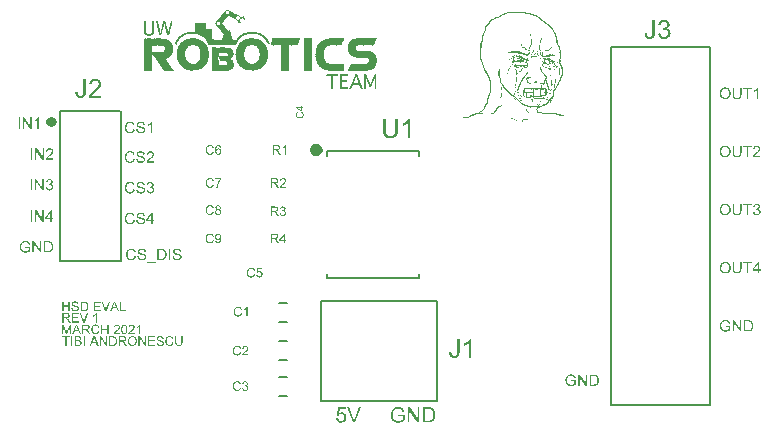
<source format=gto>
G04*
G04 #@! TF.GenerationSoftware,Altium Limited,Altium Designer,21.2.2 (38)*
G04*
G04 Layer_Color=65535*
%FSLAX25Y25*%
%MOIN*%
G70*
G04*
G04 #@! TF.SameCoordinates,90C86947-368E-407B-B9CD-2D6109664978*
G04*
G04*
G04 #@! TF.FilePolarity,Positive*
G04*
G01*
G75*
%ADD10C,0.02200*%
%ADD11C,0.01968*%
%ADD12C,0.00700*%
G36*
X70777Y141051D02*
X70831D01*
Y140998D01*
X70992D01*
Y140944D01*
X71045D01*
Y140891D01*
X71206D01*
Y140837D01*
X71260D01*
Y140783D01*
X71313D01*
Y140730D01*
X71367D01*
Y140676D01*
X71528D01*
Y140622D01*
X71582D01*
Y140569D01*
X71742D01*
Y140515D01*
X71796D01*
Y140462D01*
X71957D01*
Y140408D01*
X72010D01*
Y140354D01*
X72171D01*
Y140301D01*
X72225D01*
Y140247D01*
X72386D01*
Y140194D01*
X72439D01*
Y140140D01*
X72493D01*
Y140086D01*
X72546D01*
Y140033D01*
X72600D01*
Y140086D01*
X72654D01*
Y140033D01*
X72707D01*
Y139979D01*
X72761D01*
Y139926D01*
X72922D01*
Y139872D01*
X72975D01*
Y139818D01*
X73136D01*
Y139765D01*
X73190D01*
Y139711D01*
X73351D01*
Y139658D01*
X73404D01*
Y139604D01*
X73565D01*
Y139550D01*
X73619D01*
Y139497D01*
X73726D01*
Y139443D01*
Y139390D01*
X73779D01*
Y139443D01*
X73833D01*
Y139390D01*
X73887D01*
Y139336D01*
X73940D01*
Y139390D01*
X73994D01*
Y139336D01*
X74047D01*
Y139282D01*
X74101D01*
Y139229D01*
X74155D01*
Y139175D01*
X74315D01*
Y139121D01*
X74369D01*
Y139068D01*
X74530D01*
Y139014D01*
X74584D01*
Y138961D01*
X74744D01*
Y138907D01*
X74691D01*
Y138854D01*
X74744D01*
Y138800D01*
X74798D01*
Y138854D01*
X75173D01*
Y138907D01*
X75227D01*
Y138854D01*
X75280D01*
Y138907D01*
X75334D01*
Y138854D01*
X75388D01*
Y138907D01*
X75441D01*
Y138854D01*
X75495D01*
Y138907D01*
X75548D01*
Y138854D01*
X75602D01*
Y138907D01*
X75656D01*
Y138961D01*
X75709D01*
Y138907D01*
X75763D01*
Y138961D01*
X75816D01*
Y138907D01*
X75870D01*
Y138854D01*
X75924D01*
Y138800D01*
X75977D01*
Y138746D01*
Y138693D01*
Y138639D01*
X76031D01*
Y138585D01*
Y138532D01*
Y138478D01*
X76085D01*
Y138425D01*
X76138D01*
Y138371D01*
X76085D01*
Y138317D01*
X76138D01*
Y138264D01*
X76192D01*
Y138210D01*
X76245D01*
Y138157D01*
X76192D01*
Y138103D01*
X76245D01*
Y138049D01*
X76299D01*
Y137996D01*
Y137942D01*
Y137889D01*
X76353D01*
Y137835D01*
X76406D01*
Y137781D01*
X76353D01*
Y137728D01*
X76406D01*
Y137674D01*
X76460D01*
Y137620D01*
X76406D01*
Y137567D01*
X76460D01*
Y137513D01*
X76513D01*
Y137460D01*
X76567D01*
Y137406D01*
X76513D01*
Y137352D01*
X76567D01*
Y137299D01*
X76513D01*
Y137352D01*
X76460D01*
Y137406D01*
X76406D01*
Y137460D01*
Y137513D01*
X76299D01*
Y137567D01*
Y137620D01*
X76245D01*
Y137674D01*
Y137728D01*
X76192D01*
Y137781D01*
X76138D01*
Y137835D01*
X76085D01*
Y137889D01*
X76031D01*
Y137942D01*
X75977D01*
Y137996D01*
X75924D01*
Y138049D01*
X75870D01*
Y138103D01*
X75816D01*
Y138157D01*
X75763D01*
Y138210D01*
X75816D01*
Y138264D01*
X75656D01*
Y138317D01*
X75709D01*
Y138371D01*
X75441D01*
Y138317D01*
X75388D01*
Y138264D01*
X75227D01*
Y138210D01*
X75173D01*
Y138264D01*
X75120D01*
Y138210D01*
X75066D01*
Y138157D01*
X74905D01*
Y138103D01*
X74852D01*
Y138049D01*
X74691D01*
Y137996D01*
Y137942D01*
Y137889D01*
Y137835D01*
Y137781D01*
X74637D01*
Y137728D01*
Y137674D01*
Y137620D01*
Y137567D01*
Y137513D01*
X74584D01*
Y137460D01*
X74637D01*
Y137406D01*
X74584D01*
Y137352D01*
X74637D01*
Y137299D01*
X74584D01*
Y137245D01*
X74637D01*
Y137192D01*
X74584D01*
Y137138D01*
Y137084D01*
Y137031D01*
X74852D01*
Y136977D01*
X75012D01*
Y136924D01*
X75173D01*
Y136870D01*
X75227D01*
Y136924D01*
X75280D01*
Y136870D01*
X75334D01*
Y136816D01*
X75388D01*
Y136870D01*
X75441D01*
Y136816D01*
X75602D01*
Y136763D01*
X75656D01*
Y136816D01*
X75709D01*
Y136763D01*
X75763D01*
Y136709D01*
X75924D01*
Y136656D01*
X74798D01*
Y136709D01*
X74744D01*
Y136656D01*
X74691D01*
Y136709D01*
X74637D01*
Y136656D01*
X74584D01*
Y136709D01*
X74530D01*
Y136656D01*
X74476D01*
Y136709D01*
X74423D01*
Y136656D01*
X74369D01*
Y136709D01*
X74315D01*
Y136656D01*
X74262D01*
Y136709D01*
X74208D01*
Y136656D01*
X74155D01*
Y136709D01*
X74101D01*
Y136763D01*
X74047D01*
Y136816D01*
Y136870D01*
X73994D01*
Y136924D01*
Y136977D01*
X73940D01*
Y137031D01*
X73994D01*
Y137084D01*
X73940D01*
Y137138D01*
X73887D01*
Y137192D01*
X73833D01*
Y137245D01*
X73887D01*
Y137299D01*
X73833D01*
Y137352D01*
X73779D01*
Y137406D01*
X73726D01*
Y137460D01*
X73779D01*
Y137513D01*
X73726D01*
Y137567D01*
Y137620D01*
X73672D01*
Y137674D01*
Y137728D01*
X73511D01*
Y137781D01*
X73458D01*
Y137835D01*
X73297D01*
Y137889D01*
X73243D01*
Y137942D01*
X73083D01*
Y137996D01*
X73029D01*
Y138049D01*
X72868D01*
Y138103D01*
X72814D01*
Y138157D01*
X72761D01*
Y138210D01*
X72654D01*
Y138264D01*
X72546D01*
Y138317D01*
X72493D01*
Y138371D01*
X72332D01*
Y138425D01*
X72278D01*
Y138478D01*
X72118D01*
Y138532D01*
X72064D01*
Y138585D01*
X71903D01*
Y138639D01*
X71850D01*
Y138693D01*
X71796D01*
Y138746D01*
X71742D01*
Y138800D01*
X71582D01*
Y138854D01*
X71528D01*
Y138907D01*
X71367D01*
Y138961D01*
X71313D01*
Y139014D01*
X71153D01*
Y139068D01*
X71099D01*
Y139121D01*
X70938D01*
Y139175D01*
X70885D01*
Y139229D01*
X70724D01*
Y139175D01*
X70777D01*
Y139121D01*
X70670D01*
Y139068D01*
Y139014D01*
X70617D01*
Y138961D01*
X70563D01*
Y138907D01*
X70509D01*
Y138854D01*
X70456D01*
Y138800D01*
X70402D01*
Y138746D01*
Y138693D01*
X70349D01*
Y138639D01*
X70295D01*
Y138585D01*
X70241D01*
Y138532D01*
Y138478D01*
X70188D01*
Y138425D01*
X70134D01*
Y138371D01*
X70081D01*
Y138317D01*
X70027D01*
Y138264D01*
X69973D01*
Y138210D01*
X69920D01*
Y138157D01*
X69866D01*
Y138103D01*
X69812D01*
Y138049D01*
X69759D01*
Y137996D01*
X69705D01*
Y137942D01*
X69652D01*
Y137889D01*
X69598D01*
Y137835D01*
X69544D01*
Y137781D01*
Y137728D01*
X69437D01*
Y137674D01*
X69491D01*
Y137620D01*
X69330D01*
Y137567D01*
X69384D01*
Y137513D01*
X69276D01*
Y137460D01*
Y137406D01*
X69223D01*
Y137352D01*
X69169D01*
Y137299D01*
X69116D01*
Y137245D01*
X69062D01*
Y137192D01*
X69008D01*
Y137138D01*
Y137084D01*
X68955D01*
Y137031D01*
Y136977D01*
X68901D01*
Y136924D01*
X68848D01*
Y136870D01*
X68794D01*
Y136816D01*
X68740D01*
Y136763D01*
X68687D01*
Y136709D01*
X68633D01*
Y136656D01*
X68580D01*
Y136602D01*
X68633D01*
Y136548D01*
X68687D01*
Y136495D01*
X68740D01*
Y136441D01*
X68794D01*
Y136388D01*
X68848D01*
Y136334D01*
X68901D01*
Y136280D01*
X68955D01*
Y136227D01*
Y136173D01*
X69062D01*
Y136119D01*
X69008D01*
Y136066D01*
X69062D01*
Y136012D01*
X69116D01*
Y135959D01*
X69169D01*
Y135905D01*
X69223D01*
Y135852D01*
X69276D01*
Y135798D01*
X69330D01*
Y135744D01*
X69384D01*
Y135691D01*
X69437D01*
Y135637D01*
X69491D01*
Y135583D01*
X69437D01*
Y135530D01*
X69544D01*
Y135476D01*
Y135423D01*
X69598D01*
Y135369D01*
X69652D01*
Y135315D01*
X69705D01*
Y135262D01*
X69759D01*
Y135208D01*
X69812D01*
Y135155D01*
X69866D01*
Y135101D01*
X69920D01*
Y135047D01*
Y134994D01*
X70027D01*
Y134940D01*
X69973D01*
Y134887D01*
X70027D01*
Y134833D01*
X70081D01*
Y134779D01*
X70134D01*
Y134726D01*
X70188D01*
Y134672D01*
X70241D01*
Y134618D01*
X70295D01*
Y134565D01*
X70349D01*
Y134511D01*
X70295D01*
Y134458D01*
X70456D01*
Y134404D01*
Y134351D01*
X70509D01*
Y134297D01*
Y134243D01*
X70563D01*
Y134297D01*
X70617D01*
Y134243D01*
X70670D01*
Y134297D01*
X70724D01*
Y134243D01*
X70777D01*
Y134297D01*
X70831D01*
Y134243D01*
X70885D01*
Y134297D01*
X70938D01*
Y134243D01*
X70992D01*
Y134297D01*
X71045D01*
Y134243D01*
X71099D01*
Y134297D01*
X71153D01*
Y134243D01*
X71206D01*
Y134297D01*
X71260D01*
Y134243D01*
X71313D01*
Y134190D01*
X71367D01*
Y134136D01*
Y134082D01*
Y134029D01*
X71421D01*
Y133975D01*
Y133922D01*
Y133868D01*
Y133814D01*
X71474D01*
Y133761D01*
Y133707D01*
X71528D01*
Y133654D01*
X71474D01*
Y133600D01*
X71528D01*
Y133546D01*
X71474D01*
Y133493D01*
X71528D01*
Y133439D01*
X71582D01*
Y133386D01*
Y133332D01*
Y133278D01*
X71635D01*
Y133225D01*
X71582D01*
Y133171D01*
X71635D01*
Y133117D01*
Y133064D01*
Y133010D01*
X71689D01*
Y132957D01*
Y132903D01*
Y132850D01*
X71742D01*
Y132796D01*
X71689D01*
Y132742D01*
X71742D01*
Y132689D01*
Y132635D01*
Y132581D01*
X71796D01*
Y132528D01*
X71850D01*
Y132474D01*
X71796D01*
Y132421D01*
X71850D01*
Y132367D01*
X71796D01*
Y132313D01*
X71850D01*
Y132260D01*
Y132206D01*
Y132153D01*
X71903D01*
Y132099D01*
Y132045D01*
Y131992D01*
X71957D01*
Y131938D01*
X71903D01*
Y131885D01*
X71957D01*
Y131831D01*
Y131777D01*
Y131724D01*
X72010D01*
Y131670D01*
X72064D01*
Y131616D01*
X72010D01*
Y131563D01*
X72064D01*
Y131509D01*
X72010D01*
Y131456D01*
X72064D01*
Y131402D01*
X72118D01*
Y131349D01*
X72064D01*
Y131295D01*
X72118D01*
Y131241D01*
X72171D01*
Y131188D01*
X72225D01*
Y131241D01*
X72278D01*
Y131188D01*
X72332D01*
Y131241D01*
X72386D01*
Y131188D01*
X72439D01*
Y131241D01*
X72493D01*
Y131188D01*
X72546D01*
Y131241D01*
X72600D01*
Y131188D01*
X72654D01*
Y131241D01*
X72707D01*
Y131188D01*
X72761D01*
Y131241D01*
X72814D01*
Y131188D01*
X72868D01*
Y131241D01*
X72922D01*
Y131188D01*
X72975D01*
Y131241D01*
X73029D01*
Y131188D01*
X73083D01*
Y131241D01*
X73136D01*
Y131188D01*
X73297D01*
Y131241D01*
X73351D01*
Y131188D01*
X73404D01*
Y131241D01*
X73458D01*
Y131295D01*
X73511D01*
Y131349D01*
X73565D01*
Y131402D01*
X73511D01*
Y131456D01*
X73619D01*
Y131509D01*
Y131563D01*
X73672D01*
Y131616D01*
X73726D01*
Y131670D01*
X73779D01*
Y131724D01*
X73833D01*
Y131777D01*
X73887D01*
Y131831D01*
X73940D01*
Y131885D01*
X73994D01*
Y131938D01*
X74047D01*
Y131992D01*
X74101D01*
Y132045D01*
Y132099D01*
X74208D01*
Y132153D01*
Y132206D01*
X74315D01*
Y132260D01*
Y132313D01*
X74423D01*
Y132367D01*
X74476D01*
Y132421D01*
X74530D01*
Y132474D01*
X74584D01*
Y132528D01*
X74637D01*
Y132581D01*
X74691D01*
Y132635D01*
X74744D01*
Y132689D01*
X74798D01*
Y132742D01*
X74959D01*
Y132796D01*
X75012D01*
Y132850D01*
X75066D01*
Y132903D01*
X75120D01*
Y132957D01*
X75280D01*
Y133010D01*
X75334D01*
Y133064D01*
X75495D01*
Y133117D01*
X75548D01*
Y133171D01*
X75709D01*
Y133225D01*
X75763D01*
Y133278D01*
X75924D01*
Y133332D01*
X75977D01*
Y133386D01*
X76138D01*
Y133439D01*
X76192D01*
Y133493D01*
X76245D01*
Y133439D01*
X76299D01*
Y133493D01*
X76353D01*
Y133546D01*
X76406D01*
Y133493D01*
X76460D01*
Y133546D01*
X76513D01*
Y133600D01*
X76567D01*
Y133546D01*
X76621D01*
Y133600D01*
X76781D01*
Y133654D01*
X76835D01*
Y133600D01*
X76889D01*
Y133654D01*
X76942D01*
Y133707D01*
X76996D01*
Y133654D01*
X77049D01*
Y133707D01*
X77210D01*
Y133761D01*
X77264D01*
Y133707D01*
X77318D01*
Y133761D01*
X77371D01*
Y133814D01*
X77425D01*
Y133761D01*
X77478D01*
Y133814D01*
X77532D01*
Y133761D01*
X77586D01*
Y133814D01*
X78175D01*
Y133868D01*
X78229D01*
Y133814D01*
X78390D01*
Y133868D01*
X78443D01*
Y133814D01*
X78497D01*
Y133868D01*
X78550D01*
Y133814D01*
X78604D01*
Y133868D01*
X78658D01*
Y133814D01*
X78711D01*
Y133868D01*
X78765D01*
Y133814D01*
X78818D01*
Y133868D01*
X78872D01*
Y133814D01*
X79033D01*
Y133868D01*
X79087D01*
Y133814D01*
X79569D01*
Y133761D01*
X79623D01*
Y133814D01*
X79676D01*
Y133761D01*
X79730D01*
Y133814D01*
X79783D01*
Y133761D01*
X79837D01*
Y133707D01*
X79891D01*
Y133761D01*
X79944D01*
Y133707D01*
X80212D01*
Y133654D01*
X80266D01*
Y133600D01*
X80319D01*
Y133654D01*
X80373D01*
Y133600D01*
X80534D01*
Y133546D01*
X80588D01*
Y133600D01*
X80641D01*
Y133546D01*
X80695D01*
Y133493D01*
X80748D01*
Y133546D01*
X80802D01*
Y133493D01*
X80963D01*
Y133439D01*
X81016D01*
Y133386D01*
X81177D01*
Y133332D01*
X81231D01*
Y133386D01*
X81284D01*
Y133332D01*
X81338D01*
Y133278D01*
X81499D01*
Y133225D01*
X81552D01*
Y133171D01*
X81713D01*
Y133117D01*
X81767D01*
Y133064D01*
X81874D01*
Y133010D01*
Y132957D01*
X81928D01*
Y133010D01*
X81981D01*
Y132957D01*
X82035D01*
Y132903D01*
X82089D01*
Y132850D01*
X82249D01*
Y132796D01*
X82303D01*
Y132742D01*
X82357D01*
Y132689D01*
X82410D01*
Y132635D01*
X82517D01*
Y132581D01*
Y132528D01*
X82678D01*
Y132474D01*
X82732D01*
Y132421D01*
X82785D01*
Y132367D01*
X82839D01*
Y132313D01*
X82893D01*
Y132260D01*
X82946D01*
Y132206D01*
X83000D01*
Y132153D01*
X83053D01*
Y132099D01*
X83107D01*
Y132045D01*
X83161D01*
Y131992D01*
X83214D01*
Y131938D01*
X83268D01*
Y131885D01*
X83321D01*
Y131831D01*
X83375D01*
Y131777D01*
X83429D01*
Y131724D01*
Y131670D01*
X83536D01*
Y131616D01*
Y131563D01*
X83590D01*
Y131509D01*
Y131456D01*
X83643D01*
Y131402D01*
X83697D01*
Y131349D01*
X83750D01*
Y131295D01*
X83804D01*
Y131241D01*
X83858D01*
Y131188D01*
Y131134D01*
Y131080D01*
X83911D01*
Y131027D01*
X83965D01*
Y130973D01*
X84018D01*
Y130920D01*
Y130866D01*
Y130812D01*
X84072D01*
Y130759D01*
X84126D01*
Y130705D01*
X84179D01*
Y130652D01*
X84126D01*
Y130598D01*
X84179D01*
Y130544D01*
X84233D01*
Y130491D01*
X84286D01*
Y130437D01*
X84233D01*
Y130384D01*
X84286D01*
Y130330D01*
X84340D01*
Y130276D01*
X84394D01*
Y130223D01*
X84340D01*
Y130169D01*
X84394D01*
Y130115D01*
X84447D01*
Y130062D01*
Y130008D01*
Y129955D01*
X84501D01*
Y129901D01*
Y129848D01*
Y129794D01*
X84554D01*
Y129740D01*
X84501D01*
Y129687D01*
X84340D01*
Y129633D01*
X84179D01*
Y129579D01*
X84126D01*
Y129633D01*
X84072D01*
Y129579D01*
X83911D01*
Y129633D01*
Y129687D01*
Y129740D01*
X83858D01*
Y129794D01*
X83804D01*
Y129848D01*
X83858D01*
Y129901D01*
X83804D01*
Y129955D01*
X83750D01*
Y130008D01*
X83697D01*
Y130062D01*
X83750D01*
Y130115D01*
X83697D01*
Y130169D01*
Y130223D01*
X83643D01*
Y130276D01*
Y130330D01*
X83590D01*
Y130384D01*
X83536D01*
Y130437D01*
X83482D01*
Y130491D01*
X83536D01*
Y130544D01*
X83482D01*
Y130598D01*
X83429D01*
Y130652D01*
X83375D01*
Y130705D01*
Y130759D01*
X83321D01*
Y130812D01*
Y130866D01*
X83268D01*
Y130920D01*
X83214D01*
Y130973D01*
X83161D01*
Y131027D01*
X83107D01*
Y131080D01*
X83053D01*
Y131134D01*
X83107D01*
Y131188D01*
X83000D01*
Y131241D01*
Y131295D01*
X82946D01*
Y131349D01*
X82893D01*
Y131402D01*
X82839D01*
Y131456D01*
X82785D01*
Y131509D01*
X82732D01*
Y131563D01*
X82678D01*
Y131616D01*
X82625D01*
Y131670D01*
X82571D01*
Y131724D01*
X82517D01*
Y131777D01*
X82464D01*
Y131831D01*
X82410D01*
Y131885D01*
X82357D01*
Y131938D01*
X82303D01*
Y131992D01*
X82249D01*
Y132045D01*
X82089D01*
Y132099D01*
X82035D01*
Y132153D01*
X81981D01*
Y132206D01*
X81928D01*
Y132260D01*
X81874D01*
Y132313D01*
X81820D01*
Y132367D01*
X81660D01*
Y132421D01*
X81606D01*
Y132474D01*
X81445D01*
Y132528D01*
X81392D01*
Y132581D01*
X81338D01*
Y132635D01*
X81177D01*
Y132689D01*
X81016D01*
Y132742D01*
X80963D01*
Y132796D01*
X80802D01*
Y132850D01*
X80748D01*
Y132903D01*
X80695D01*
Y132850D01*
X80641D01*
Y132903D01*
X80480D01*
Y132957D01*
X80427D01*
Y133010D01*
X80373D01*
Y132957D01*
X80427D01*
Y132903D01*
X80373D01*
Y132957D01*
X80319D01*
Y133010D01*
X80159D01*
Y133064D01*
X80105D01*
Y133010D01*
X80051D01*
Y133064D01*
X79891D01*
Y133117D01*
X79837D01*
Y133064D01*
X79783D01*
Y133117D01*
X79515D01*
Y133171D01*
X79462D01*
Y133117D01*
X79408D01*
Y133171D01*
X79355D01*
Y133117D01*
X79301D01*
Y133171D01*
X79247D01*
Y133225D01*
X79194D01*
Y133171D01*
X79140D01*
Y133225D01*
X79087D01*
Y133171D01*
X79033D01*
Y133225D01*
X78979D01*
Y133171D01*
X78926D01*
Y133225D01*
X78872D01*
Y133171D01*
X78818D01*
Y133225D01*
X78765D01*
Y133171D01*
X78711D01*
Y133225D01*
X78658D01*
Y133171D01*
X78604D01*
Y133225D01*
X78443D01*
Y133171D01*
X78390D01*
Y133225D01*
X78336D01*
Y133171D01*
X78282D01*
Y133225D01*
X78229D01*
Y133171D01*
X78175D01*
Y133225D01*
X78122D01*
Y133171D01*
X78068D01*
Y133225D01*
X78014D01*
Y133171D01*
X77854D01*
Y133117D01*
X77800D01*
Y133171D01*
X77746D01*
Y133117D01*
X77264D01*
Y133064D01*
X77103D01*
Y133010D01*
X77049D01*
Y133064D01*
X76996D01*
Y133010D01*
X76835D01*
Y132957D01*
X76781D01*
Y132903D01*
X76728D01*
Y132957D01*
X76674D01*
Y132903D01*
X76513D01*
Y132850D01*
X76460D01*
Y132796D01*
X76406D01*
Y132850D01*
X76353D01*
Y132796D01*
X76192D01*
Y132742D01*
X76138D01*
Y132689D01*
X75977D01*
Y132635D01*
X75924D01*
Y132581D01*
X75763D01*
Y132528D01*
X75709D01*
Y132474D01*
X75548D01*
Y132421D01*
X75495D01*
Y132367D01*
X75441D01*
Y132313D01*
X75388D01*
Y132260D01*
X75227D01*
Y132206D01*
Y132153D01*
X75120D01*
Y132099D01*
X75066D01*
Y132045D01*
X75012D01*
Y131992D01*
X74959D01*
Y131938D01*
X74798D01*
Y131885D01*
X74852D01*
Y131831D01*
X74691D01*
Y131777D01*
X74744D01*
Y131724D01*
X74584D01*
Y131670D01*
X74637D01*
Y131616D01*
X74476D01*
Y131563D01*
X74530D01*
Y131509D01*
X74369D01*
Y131456D01*
X74423D01*
Y131402D01*
X74369D01*
Y131349D01*
X74315D01*
Y131295D01*
X74262D01*
Y131241D01*
X74208D01*
Y131188D01*
X74155D01*
Y131134D01*
X74101D01*
Y131080D01*
X74047D01*
Y131027D01*
Y130973D01*
Y130920D01*
X73994D01*
Y130866D01*
X73940D01*
Y130812D01*
X73887D01*
Y130759D01*
X73833D01*
Y130705D01*
Y130652D01*
X73779D01*
Y130598D01*
Y130544D01*
X73726D01*
Y130491D01*
Y130437D01*
X73672D01*
Y130384D01*
Y130330D01*
X73619D01*
Y130276D01*
X73565D01*
Y130223D01*
X73511D01*
Y130169D01*
X73565D01*
Y130115D01*
X73511D01*
Y130062D01*
Y130008D01*
X73458D01*
Y129955D01*
Y129901D01*
X73404D01*
Y129848D01*
Y129794D01*
Y129740D01*
X73351D01*
Y129687D01*
Y129633D01*
Y129579D01*
X73297D01*
Y129526D01*
X73243D01*
Y129579D01*
X73190D01*
Y129526D01*
X73136D01*
Y129579D01*
X73083D01*
Y129526D01*
X73029D01*
Y129579D01*
X72975D01*
Y129526D01*
X72922D01*
Y129579D01*
X72868D01*
Y129526D01*
X72814D01*
Y129579D01*
X72761D01*
Y129526D01*
X72707D01*
Y129579D01*
X72654D01*
Y129526D01*
X72600D01*
Y129579D01*
X72546D01*
Y129526D01*
X72493D01*
Y129579D01*
X72439D01*
Y129526D01*
X72386D01*
Y129579D01*
X72332D01*
Y129526D01*
X72278D01*
Y129579D01*
X72225D01*
Y129526D01*
X72171D01*
Y129579D01*
X72118D01*
Y129526D01*
X72064D01*
Y129579D01*
X72010D01*
Y129526D01*
X71957D01*
Y129579D01*
X71903D01*
Y129526D01*
X71850D01*
Y129579D01*
X71796D01*
Y129526D01*
X71742D01*
Y129579D01*
X71689D01*
Y129526D01*
X71635D01*
Y129579D01*
X71582D01*
Y129526D01*
X71528D01*
Y129579D01*
X71474D01*
Y129526D01*
X71421D01*
Y129579D01*
X71367D01*
Y129526D01*
X71313D01*
Y129579D01*
X71260D01*
Y129526D01*
X71206D01*
Y129579D01*
X71153D01*
Y129526D01*
X71099D01*
Y129579D01*
X71045D01*
Y129526D01*
X70992D01*
Y129579D01*
X70938D01*
Y129526D01*
X70885D01*
Y129579D01*
X70831D01*
Y129526D01*
X70777D01*
Y129579D01*
X70724D01*
Y129526D01*
X70670D01*
Y129579D01*
X70617D01*
Y129526D01*
X70563D01*
Y129579D01*
X70509D01*
Y129526D01*
X70456D01*
Y129579D01*
X70402D01*
Y129526D01*
X70349D01*
Y129579D01*
X70295D01*
Y129526D01*
X70241D01*
Y129579D01*
X70188D01*
Y129526D01*
X70134D01*
Y129579D01*
X70081D01*
Y129526D01*
X70027D01*
Y129579D01*
X69973D01*
Y129526D01*
X69920D01*
Y129579D01*
X69866D01*
Y129526D01*
X69812D01*
Y129579D01*
X69759D01*
Y129526D01*
X69705D01*
Y129579D01*
X69652D01*
Y129526D01*
X69598D01*
Y129579D01*
X69544D01*
Y129526D01*
X69491D01*
Y129579D01*
X69437D01*
Y129526D01*
X69384D01*
Y129579D01*
X69330D01*
Y129526D01*
X69276D01*
Y129579D01*
X69223D01*
Y129526D01*
X69169D01*
Y129579D01*
X69116D01*
Y129526D01*
X69062D01*
Y129579D01*
X69008D01*
Y129526D01*
X68955D01*
Y129579D01*
X68794D01*
Y129526D01*
X68740D01*
Y129579D01*
X68687D01*
Y129526D01*
X68633D01*
Y129579D01*
X68580D01*
Y129526D01*
X68526D01*
Y129579D01*
X68365D01*
Y129526D01*
X68312D01*
Y129579D01*
X68258D01*
Y129526D01*
X68204D01*
Y129579D01*
X68151D01*
Y129526D01*
X68097D01*
Y129579D01*
X67936D01*
Y129526D01*
X67883D01*
Y129579D01*
X67507D01*
Y129526D01*
X67454D01*
Y129579D01*
X67079D01*
Y129526D01*
X67025D01*
Y129579D01*
X64077D01*
Y129633D01*
X64023D01*
Y129687D01*
Y129740D01*
Y129794D01*
X63969D01*
Y129848D01*
X64023D01*
Y129901D01*
X63969D01*
Y129955D01*
X63916D01*
Y130008D01*
X63862D01*
Y130062D01*
X63916D01*
Y130115D01*
X63862D01*
Y130169D01*
X63809D01*
Y130223D01*
X63755D01*
Y130276D01*
X63809D01*
Y130330D01*
X63755D01*
Y130384D01*
X63701D01*
Y130437D01*
X63648D01*
Y130491D01*
Y130544D01*
Y130598D01*
X63594D01*
Y130652D01*
X63540D01*
Y130705D01*
X63487D01*
Y130759D01*
X63433D01*
Y130812D01*
X63487D01*
Y130866D01*
X63433D01*
Y130920D01*
X63380D01*
Y130973D01*
X63326D01*
Y131027D01*
X63272D01*
Y131080D01*
X63219D01*
Y131134D01*
Y131188D01*
X63165D01*
Y131241D01*
Y131295D01*
X63112D01*
Y131349D01*
X63058D01*
Y131402D01*
X63004D01*
Y131456D01*
X62951D01*
Y131509D01*
X62897D01*
Y131563D01*
X62844D01*
Y131616D01*
X62790D01*
Y131670D01*
X62736D01*
Y131724D01*
X62683D01*
Y131777D01*
X62629D01*
Y131831D01*
X62576D01*
Y131885D01*
X62522D01*
Y131938D01*
X62468D01*
Y131992D01*
X62415D01*
Y132045D01*
X62307D01*
Y132099D01*
X62254D01*
Y132153D01*
X62147D01*
Y132206D01*
X62093D01*
Y132260D01*
X62039D01*
Y132313D01*
X61986D01*
Y132367D01*
X61825D01*
Y132421D01*
X61771D01*
Y132474D01*
X61718D01*
Y132528D01*
X61557D01*
Y132581D01*
X61503D01*
Y132635D01*
X61450D01*
Y132689D01*
X61396D01*
Y132635D01*
X61450D01*
Y132581D01*
X61396D01*
Y132635D01*
X61343D01*
Y132689D01*
X61289D01*
Y132742D01*
X61128D01*
Y132796D01*
X60967D01*
Y132850D01*
X60914D01*
Y132903D01*
X60646D01*
Y132957D01*
X60592D01*
Y133010D01*
X60538D01*
Y132957D01*
X60485D01*
Y133010D01*
X60324D01*
Y133064D01*
X60163D01*
Y133117D01*
X60110D01*
Y133064D01*
X60056D01*
Y133117D01*
X59788D01*
Y133171D01*
X59734D01*
Y133117D01*
X59681D01*
Y133171D01*
X59627D01*
Y133225D01*
X59574D01*
Y133171D01*
X59627D01*
Y133117D01*
X59574D01*
Y133171D01*
X59520D01*
Y133225D01*
X59466D01*
Y133171D01*
X59413D01*
Y133225D01*
X59359D01*
Y133171D01*
X59305D01*
Y133225D01*
X58287D01*
Y133171D01*
X58233D01*
Y133225D01*
X58180D01*
Y133171D01*
X58126D01*
Y133225D01*
X58073D01*
Y133171D01*
X58019D01*
Y133225D01*
X57965D01*
Y133171D01*
X57912D01*
Y133225D01*
X57858D01*
Y133171D01*
X57912D01*
Y133117D01*
X57858D01*
Y133171D01*
X57804D01*
Y133117D01*
X57751D01*
Y133171D01*
X57697D01*
Y133117D01*
X57322D01*
Y133064D01*
X57161D01*
Y133010D01*
X57000D01*
Y132957D01*
X56947D01*
Y133010D01*
X56893D01*
Y132957D01*
X56840D01*
Y132903D01*
X56786D01*
Y132957D01*
X56732D01*
Y132903D01*
X56679D01*
Y132850D01*
X56625D01*
Y132903D01*
X56572D01*
Y132850D01*
X56518D01*
Y132796D01*
X56357D01*
Y132742D01*
X56303D01*
Y132689D01*
X56250D01*
Y132742D01*
X56196D01*
Y132689D01*
X56143D01*
Y132635D01*
X56089D01*
Y132689D01*
X56035D01*
Y132635D01*
X56089D01*
Y132581D01*
X56035D01*
Y132635D01*
X55982D01*
Y132581D01*
X55928D01*
Y132528D01*
X55821D01*
Y132474D01*
X55714D01*
Y132421D01*
X55660D01*
Y132367D01*
X55499D01*
Y132313D01*
X55446D01*
Y132260D01*
X55392D01*
Y132206D01*
X55339D01*
Y132153D01*
X55285D01*
Y132099D01*
X55231D01*
Y132045D01*
X55071D01*
Y131992D01*
X55017D01*
Y131938D01*
X54963D01*
Y131885D01*
X54910D01*
Y131831D01*
X54856D01*
Y131777D01*
X54802D01*
Y131724D01*
X54749D01*
Y131670D01*
X54695D01*
Y131616D01*
X54642D01*
Y131563D01*
X54588D01*
Y131509D01*
X54534D01*
Y131456D01*
Y131402D01*
X54427D01*
Y131349D01*
Y131295D01*
X54374D01*
Y131241D01*
Y131188D01*
X54320D01*
Y131134D01*
X54266D01*
Y131080D01*
X54213D01*
Y131027D01*
X54159D01*
Y130973D01*
X54106D01*
Y130920D01*
X54159D01*
Y130866D01*
X54052D01*
Y130812D01*
Y130759D01*
X53998D01*
Y130705D01*
X53945D01*
Y130652D01*
X53891D01*
Y130598D01*
X53945D01*
Y130544D01*
X53891D01*
Y130491D01*
X53838D01*
Y130437D01*
X53784D01*
Y130384D01*
X53838D01*
Y130330D01*
X53784D01*
Y130276D01*
X53730D01*
Y130223D01*
X53677D01*
Y130169D01*
Y130115D01*
Y130062D01*
X53623D01*
Y130008D01*
X53570D01*
Y129955D01*
X53623D01*
Y129901D01*
X53570D01*
Y129848D01*
X53516D01*
Y129794D01*
Y129740D01*
Y129687D01*
X53462D01*
Y129633D01*
X53516D01*
Y129579D01*
X53355D01*
Y129633D01*
X53301D01*
Y129579D01*
X53248D01*
Y129633D01*
X53194D01*
Y129687D01*
X52926D01*
Y129740D01*
X52873D01*
Y129794D01*
X52819D01*
Y129848D01*
X52873D01*
Y129901D01*
X52926D01*
Y129955D01*
X52980D01*
Y130008D01*
X52926D01*
Y130062D01*
X52980D01*
Y130115D01*
X52926D01*
Y130169D01*
X52980D01*
Y130223D01*
X53033D01*
Y130276D01*
X53087D01*
Y130330D01*
X53033D01*
Y130384D01*
X53087D01*
Y130437D01*
X53141D01*
Y130491D01*
Y130544D01*
Y130598D01*
X53194D01*
Y130652D01*
X53248D01*
Y130705D01*
X53301D01*
Y130759D01*
X53248D01*
Y130812D01*
X53301D01*
Y130866D01*
X53355D01*
Y130920D01*
X53409D01*
Y130973D01*
X53355D01*
Y131027D01*
X53462D01*
Y131080D01*
Y131134D01*
X53516D01*
Y131188D01*
X53570D01*
Y131241D01*
X53623D01*
Y131295D01*
Y131349D01*
Y131402D01*
X53677D01*
Y131456D01*
X53730D01*
Y131509D01*
X53784D01*
Y131563D01*
X53838D01*
Y131616D01*
Y131670D01*
X53945D01*
Y131724D01*
X53891D01*
Y131777D01*
X53998D01*
Y131831D01*
Y131885D01*
X54052D01*
Y131938D01*
X54106D01*
Y131992D01*
X54159D01*
Y132045D01*
X54213D01*
Y132099D01*
X54266D01*
Y132153D01*
X54320D01*
Y132206D01*
X54374D01*
Y132260D01*
X54427D01*
Y132313D01*
X54481D01*
Y132367D01*
X54534D01*
Y132421D01*
X54642D01*
Y132474D01*
Y132528D01*
X54802D01*
Y132581D01*
X54856D01*
Y132635D01*
X54910D01*
Y132689D01*
X54963D01*
Y132742D01*
X55017D01*
Y132796D01*
X55071D01*
Y132742D01*
X55124D01*
Y132796D01*
X55071D01*
Y132850D01*
X55231D01*
Y132903D01*
X55285D01*
Y132957D01*
X55339D01*
Y133010D01*
X55392D01*
Y133064D01*
X55553D01*
Y133117D01*
X55607D01*
Y133171D01*
X55767D01*
Y133225D01*
X55821D01*
Y133278D01*
X55982D01*
Y133332D01*
X56035D01*
Y133386D01*
X56089D01*
Y133332D01*
X56143D01*
Y133386D01*
X56196D01*
Y133439D01*
X56250D01*
Y133386D01*
X56303D01*
Y133439D01*
X56357D01*
Y133493D01*
X56518D01*
Y133546D01*
X56572D01*
Y133600D01*
X56625D01*
Y133546D01*
X56679D01*
Y133600D01*
X56840D01*
Y133654D01*
X56893D01*
Y133600D01*
X56947D01*
Y133654D01*
X57000D01*
Y133707D01*
X57054D01*
Y133654D01*
X57108D01*
Y133707D01*
X57268D01*
Y133761D01*
X57322D01*
Y133707D01*
X57376D01*
Y133761D01*
X57429D01*
Y133814D01*
X57483D01*
Y133761D01*
X57644D01*
Y133814D01*
X58019D01*
Y133868D01*
X58073D01*
Y133814D01*
X58126D01*
Y133868D01*
X58180D01*
Y133814D01*
X58233D01*
Y133868D01*
X58287D01*
Y133814D01*
X58341D01*
Y133868D01*
X58501D01*
Y133814D01*
X58555D01*
Y133868D01*
X58716D01*
Y133814D01*
X58769D01*
Y133868D01*
X58930D01*
Y133814D01*
X58984D01*
Y133868D01*
X59145D01*
Y133814D01*
X59198D01*
Y133868D01*
X59252D01*
Y133814D01*
X59305D01*
Y133868D01*
X59359D01*
Y133814D01*
X59520D01*
Y133868D01*
Y133922D01*
Y133975D01*
X59574D01*
Y134029D01*
X59520D01*
Y134082D01*
Y134136D01*
Y134190D01*
X59574D01*
Y134243D01*
X59520D01*
Y134297D01*
X59574D01*
Y134351D01*
Y134404D01*
Y134458D01*
Y134511D01*
Y134565D01*
Y134618D01*
Y134672D01*
Y134726D01*
Y134779D01*
Y134833D01*
Y134887D01*
X59627D01*
Y134940D01*
X59574D01*
Y134994D01*
Y135047D01*
Y135101D01*
Y135155D01*
Y135208D01*
Y135262D01*
Y135315D01*
X59627D01*
Y135369D01*
X59574D01*
Y135423D01*
X59627D01*
Y135476D01*
X59574D01*
Y135530D01*
X59627D01*
Y135583D01*
X59574D01*
Y135637D01*
X59627D01*
Y135691D01*
X59574D01*
Y135744D01*
X59627D01*
Y135798D01*
X59574D01*
Y135852D01*
X59627D01*
Y135905D01*
X59574D01*
Y135959D01*
X59627D01*
Y136012D01*
X59574D01*
Y136066D01*
X59627D01*
Y136119D01*
X59574D01*
Y136173D01*
X59627D01*
Y136227D01*
X59574D01*
Y136280D01*
X59627D01*
Y136334D01*
X59574D01*
Y136388D01*
X59627D01*
Y136441D01*
X59574D01*
Y136495D01*
X59627D01*
Y136548D01*
X59574D01*
Y136602D01*
X59627D01*
Y136656D01*
Y136709D01*
Y136763D01*
Y136816D01*
Y136870D01*
X59681D01*
Y136816D01*
X59734D01*
Y136870D01*
X59788D01*
Y136816D01*
X59842D01*
Y136870D01*
X59895D01*
Y136816D01*
X59949D01*
Y136870D01*
X60002D01*
Y136816D01*
X60056D01*
Y136870D01*
X60110D01*
Y136816D01*
X60163D01*
Y136870D01*
X60217D01*
Y136816D01*
X60270D01*
Y136870D01*
X60324D01*
Y136816D01*
X60378D01*
Y136870D01*
X60431D01*
Y136816D01*
X60485D01*
Y136870D01*
X60538D01*
Y136816D01*
X60592D01*
Y136870D01*
X60646D01*
Y136816D01*
X60699D01*
Y136870D01*
X60753D01*
Y136816D01*
X60806D01*
Y136870D01*
X60860D01*
Y136816D01*
X60914D01*
Y136870D01*
X60967D01*
Y136816D01*
X61021D01*
Y136870D01*
X61075D01*
Y136816D01*
X61128D01*
Y136870D01*
X61182D01*
Y136816D01*
X61235D01*
Y136870D01*
X61289D01*
Y136816D01*
X61343D01*
Y136870D01*
X61396D01*
Y136816D01*
X61450D01*
Y136870D01*
X61503D01*
Y136816D01*
X61557D01*
Y136870D01*
X61611D01*
Y136816D01*
X61664D01*
Y136870D01*
X61718D01*
Y136816D01*
X61771D01*
Y136870D01*
X61825D01*
Y136924D01*
X61879D01*
Y136870D01*
X61932D01*
Y136816D01*
X61986D01*
Y136870D01*
X62039D01*
Y136924D01*
X62093D01*
Y136870D01*
X62147D01*
Y136816D01*
X62200D01*
Y136870D01*
X62254D01*
Y136924D01*
X62307D01*
Y136870D01*
X62361D01*
Y136816D01*
X62415D01*
Y136870D01*
X62468D01*
Y136924D01*
X62522D01*
Y136870D01*
X62576D01*
Y136924D01*
X62629D01*
Y136870D01*
X62683D01*
Y136924D01*
X62736D01*
Y136870D01*
X62790D01*
Y136924D01*
X62844D01*
Y136870D01*
X62897D01*
Y136924D01*
X62951D01*
Y136870D01*
X63004D01*
Y136924D01*
X63058D01*
Y136870D01*
X63112D01*
Y136924D01*
X63165D01*
Y136870D01*
X63219D01*
Y136924D01*
X63272D01*
Y136870D01*
Y136816D01*
Y136763D01*
Y136709D01*
Y136656D01*
Y136602D01*
Y136548D01*
Y136495D01*
Y136441D01*
Y136388D01*
Y136334D01*
X63326D01*
Y136280D01*
X63272D01*
Y136227D01*
Y136173D01*
Y136119D01*
X63326D01*
Y136066D01*
X63272D01*
Y136012D01*
X63326D01*
Y135959D01*
Y135905D01*
Y135852D01*
X63272D01*
Y135798D01*
X63326D01*
Y135744D01*
Y135691D01*
Y135637D01*
Y135583D01*
Y135530D01*
Y135476D01*
Y135423D01*
Y135369D01*
Y135315D01*
Y135262D01*
Y135208D01*
Y135155D01*
Y135101D01*
Y135047D01*
Y134994D01*
Y134940D01*
Y134887D01*
Y134833D01*
Y134779D01*
Y134726D01*
Y134672D01*
X63380D01*
Y134618D01*
X63433D01*
Y134672D01*
X63487D01*
Y134618D01*
X63540D01*
Y134672D01*
X63594D01*
Y134618D01*
X63648D01*
Y134672D01*
X63701D01*
Y134618D01*
X63755D01*
Y134672D01*
X63809D01*
Y134618D01*
X63862D01*
Y134672D01*
X63916D01*
Y134618D01*
X63969D01*
Y134672D01*
X64023D01*
Y134618D01*
X64077D01*
Y134672D01*
X64130D01*
Y134618D01*
X64184D01*
Y134672D01*
X64237D01*
Y134618D01*
X64291D01*
Y134672D01*
X65417D01*
Y134618D01*
Y134565D01*
Y134511D01*
X65363D01*
Y134458D01*
X65417D01*
Y134404D01*
Y134351D01*
Y134297D01*
X65363D01*
Y134243D01*
X65417D01*
Y134190D01*
Y134136D01*
Y134082D01*
X65363D01*
Y134029D01*
X65417D01*
Y133975D01*
Y133922D01*
Y133868D01*
X65363D01*
Y133814D01*
X65417D01*
Y133761D01*
Y133707D01*
Y133654D01*
X65363D01*
Y133600D01*
X65417D01*
Y133546D01*
Y133493D01*
Y133439D01*
X65363D01*
Y133386D01*
X65417D01*
Y133332D01*
Y133278D01*
Y133225D01*
X65363D01*
Y133171D01*
X65417D01*
Y133117D01*
Y133064D01*
Y133010D01*
X65363D01*
Y132957D01*
X65417D01*
Y132903D01*
Y132850D01*
Y132796D01*
X65363D01*
Y132742D01*
X65417D01*
Y132689D01*
Y132635D01*
Y132581D01*
X65363D01*
Y132528D01*
X65417D01*
Y132474D01*
Y132421D01*
Y132367D01*
X65363D01*
Y132313D01*
X65417D01*
Y132260D01*
Y132206D01*
Y132153D01*
X65363D01*
Y132099D01*
X65417D01*
Y132045D01*
Y131992D01*
Y131938D01*
X65363D01*
Y131885D01*
X65417D01*
Y131831D01*
Y131777D01*
Y131724D01*
X65363D01*
Y131670D01*
X65417D01*
Y131616D01*
Y131563D01*
Y131509D01*
X65363D01*
Y131456D01*
X65417D01*
Y131402D01*
Y131349D01*
Y131295D01*
X65470D01*
Y131241D01*
X65524D01*
Y131295D01*
X65578D01*
Y131241D01*
X65631D01*
Y131295D01*
X65685D01*
Y131241D01*
X65738D01*
Y131295D01*
X65792D01*
Y131241D01*
X65846D01*
Y131295D01*
X65899D01*
Y131241D01*
X65953D01*
Y131295D01*
X66006D01*
Y131241D01*
X66167D01*
Y131295D01*
X66221D01*
Y131241D01*
X68687D01*
Y131295D01*
Y131349D01*
X68740D01*
Y131402D01*
X68687D01*
Y131456D01*
X68740D01*
Y131509D01*
Y131563D01*
Y131616D01*
X68794D01*
Y131670D01*
X68848D01*
Y131724D01*
X68794D01*
Y131777D01*
X68848D01*
Y131831D01*
X68794D01*
Y131885D01*
X68848D01*
Y131938D01*
X68901D01*
Y131992D01*
X68848D01*
Y132045D01*
X68901D01*
Y132099D01*
X68955D01*
Y132153D01*
X68901D01*
Y132206D01*
X68955D01*
Y132260D01*
Y132313D01*
Y132367D01*
X69008D01*
Y132421D01*
Y132474D01*
Y132528D01*
X69062D01*
Y132581D01*
X69008D01*
Y132635D01*
X69062D01*
Y132689D01*
Y132742D01*
X69116D01*
Y132796D01*
Y132850D01*
X69169D01*
Y132903D01*
X69116D01*
Y132957D01*
X69169D01*
Y133010D01*
X69116D01*
Y133064D01*
X69169D01*
Y133117D01*
X69008D01*
Y133171D01*
X69062D01*
Y133225D01*
X69008D01*
Y133278D01*
X68955D01*
Y133332D01*
X68901D01*
Y133386D01*
X68848D01*
Y133439D01*
X68794D01*
Y133493D01*
X68740D01*
Y133546D01*
X68687D01*
Y133600D01*
Y133654D01*
X68633D01*
Y133707D01*
X68580D01*
Y133761D01*
Y133814D01*
X68526D01*
Y133868D01*
X68472D01*
Y133922D01*
X68419D01*
Y133975D01*
X68365D01*
Y134029D01*
X68312D01*
Y134082D01*
X68258D01*
Y134136D01*
X68204D01*
Y134190D01*
X68151D01*
Y134243D01*
Y134297D01*
X68097D01*
Y134351D01*
Y134404D01*
X67990D01*
Y134458D01*
Y134511D01*
X67936D01*
Y134565D01*
X67883D01*
Y134618D01*
X67829D01*
Y134672D01*
X67775D01*
Y134726D01*
X67722D01*
Y134779D01*
X67668D01*
Y134833D01*
X67615D01*
Y134887D01*
Y134940D01*
X67561D01*
Y134994D01*
Y135047D01*
X67507D01*
Y135101D01*
X67454D01*
Y135155D01*
X67400D01*
Y135208D01*
X67347D01*
Y135262D01*
X67293D01*
Y135315D01*
X67239D01*
Y135369D01*
X67186D01*
Y135423D01*
X67132D01*
Y135476D01*
X67079D01*
Y135530D01*
X67132D01*
Y135583D01*
X67025D01*
Y135637D01*
Y135691D01*
X66971D01*
Y135744D01*
X66918D01*
Y135798D01*
X66864D01*
Y135852D01*
X66810D01*
Y135905D01*
X66757D01*
Y135959D01*
X66703D01*
Y136012D01*
X66650D01*
Y136066D01*
Y136119D01*
X66542D01*
Y136173D01*
X66596D01*
Y136227D01*
X66542D01*
Y136280D01*
X66489D01*
Y136334D01*
X66435D01*
Y136388D01*
Y136441D01*
Y136495D01*
X66382D01*
Y136548D01*
Y136602D01*
Y136656D01*
Y136709D01*
Y136763D01*
Y136816D01*
X66435D01*
Y136870D01*
Y136924D01*
X66489D01*
Y136977D01*
X66435D01*
Y137031D01*
X66489D01*
Y137084D01*
X66542D01*
Y137138D01*
X66596D01*
Y137192D01*
X66650D01*
Y137245D01*
X66703D01*
Y137299D01*
X66757D01*
Y137352D01*
X66810D01*
Y137406D01*
X66864D01*
Y137460D01*
X66918D01*
Y137513D01*
X66971D01*
Y137567D01*
X67025D01*
Y137620D01*
X67079D01*
Y137674D01*
X67132D01*
Y137728D01*
X67186D01*
Y137781D01*
X67239D01*
Y137835D01*
Y137889D01*
X67347D01*
Y137942D01*
X67293D01*
Y137996D01*
X67347D01*
Y138049D01*
X67400D01*
Y138103D01*
X67454D01*
Y138157D01*
X67507D01*
Y138210D01*
X67561D01*
Y138264D01*
X67615D01*
Y138317D01*
X67668D01*
Y138371D01*
X67722D01*
Y138425D01*
X67775D01*
Y138478D01*
X67722D01*
Y138532D01*
X67829D01*
Y138585D01*
Y138639D01*
X67936D01*
Y138693D01*
Y138746D01*
X67990D01*
Y138800D01*
X68043D01*
Y138854D01*
X68097D01*
Y138907D01*
X68151D01*
Y138961D01*
X68204D01*
Y139014D01*
X68258D01*
Y139068D01*
X68312D01*
Y139121D01*
Y139175D01*
X68419D01*
Y139229D01*
Y139282D01*
X68472D01*
Y139336D01*
Y139390D01*
X68526D01*
Y139443D01*
X68580D01*
Y139497D01*
X68633D01*
Y139550D01*
X68687D01*
Y139604D01*
X68740D01*
Y139658D01*
X68794D01*
Y139711D01*
X68848D01*
Y139765D01*
X68901D01*
Y139818D01*
X68955D01*
Y139872D01*
Y139926D01*
X69008D01*
Y139979D01*
Y140033D01*
X69116D01*
Y140086D01*
Y140140D01*
X69169D01*
Y140194D01*
X69223D01*
Y140247D01*
X69276D01*
Y140301D01*
X69330D01*
Y140354D01*
X69384D01*
Y140408D01*
X69437D01*
Y140462D01*
X69491D01*
Y140515D01*
X69544D01*
Y140569D01*
X69598D01*
Y140622D01*
Y140676D01*
X69705D01*
Y140730D01*
X69652D01*
Y140783D01*
X69705D01*
Y140837D01*
X69759D01*
Y140891D01*
X69812D01*
Y140944D01*
X69866D01*
Y140891D01*
X69920D01*
Y140944D01*
X69973D01*
Y140998D01*
X70134D01*
Y141051D01*
X70188D01*
Y141105D01*
X70241D01*
Y141051D01*
X70295D01*
Y141105D01*
X70670D01*
Y141051D01*
X70724D01*
Y141105D01*
X70777D01*
Y141051D01*
D02*
G37*
G36*
X169172Y140472D02*
X169194D01*
Y140449D01*
X169217D01*
Y140427D01*
X169507D01*
Y140405D01*
X169530D01*
Y140382D01*
X169708D01*
Y140360D01*
X169731D01*
Y140338D01*
X169753D01*
Y140315D01*
X169820D01*
Y140338D01*
X169865D01*
Y140315D01*
X169887D01*
Y140293D01*
X169910D01*
Y140270D01*
X170089D01*
Y140248D01*
X170111D01*
Y140226D01*
X170402D01*
Y140203D01*
X170424D01*
Y140181D01*
X170446D01*
Y140159D01*
X170692D01*
Y140136D01*
X170714D01*
Y140114D01*
X170849D01*
Y140092D01*
X170871D01*
Y140069D01*
X170893D01*
Y140047D01*
X170938D01*
Y140069D01*
X170983D01*
Y140047D01*
X171050D01*
Y140069D01*
X171095D01*
Y140047D01*
X171117D01*
Y140025D01*
X171139D01*
Y140002D01*
X171274D01*
Y139980D01*
X171296D01*
Y139957D01*
X171475D01*
Y139935D01*
X171497D01*
Y139913D01*
X171519D01*
Y139890D01*
X171653D01*
Y139868D01*
X171676D01*
Y139846D01*
X171922D01*
Y139801D01*
X171944D01*
Y139779D01*
X172078D01*
Y139801D01*
X172123D01*
Y139779D01*
X172145D01*
Y139734D01*
X172302D01*
Y139689D01*
X172503D01*
Y139667D01*
X172526D01*
Y139645D01*
X172548D01*
Y139622D01*
X172570D01*
Y139600D01*
X172593D01*
Y139577D01*
X172660D01*
Y139555D01*
X172682D01*
Y139533D01*
X172704D01*
Y139510D01*
X172749D01*
Y139533D01*
X172771D01*
Y139510D01*
X172794D01*
Y139466D01*
X172995D01*
Y139443D01*
X173017D01*
Y139421D01*
X173084D01*
Y139399D01*
X173107D01*
Y139376D01*
X173129D01*
Y139354D01*
X173219D01*
Y139309D01*
X173420D01*
Y139287D01*
X173442D01*
Y139264D01*
X173465D01*
Y139242D01*
X173487D01*
Y139197D01*
X173576D01*
Y139175D01*
X173599D01*
Y139153D01*
X173621D01*
Y139130D01*
X173643D01*
Y139108D01*
X173666D01*
Y139085D01*
X173688D01*
Y139063D01*
X173710D01*
Y139041D01*
X173800D01*
Y139018D01*
X173822D01*
Y138996D01*
X173845D01*
Y138974D01*
X173889D01*
Y138996D01*
X173912D01*
Y138974D01*
X173934D01*
Y138996D01*
X174001D01*
Y138974D01*
X174023D01*
Y138951D01*
X174046D01*
Y138929D01*
X174068D01*
Y138907D01*
X174091D01*
Y138884D01*
X174113D01*
Y138862D01*
X174135D01*
Y138840D01*
X174158D01*
Y138817D01*
X174225D01*
Y138795D01*
X174247D01*
Y138772D01*
X174269D01*
Y138750D01*
X174292D01*
Y138728D01*
X174314D01*
Y138706D01*
X174337D01*
Y138728D01*
X174381D01*
Y138706D01*
X174404D01*
Y138661D01*
X174448D01*
Y138616D01*
X174538D01*
Y138594D01*
X174560D01*
Y138571D01*
X174582D01*
Y138549D01*
X174605D01*
Y138527D01*
X174627D01*
Y138504D01*
X174650D01*
Y138482D01*
X174672D01*
Y138460D01*
X174694D01*
Y138437D01*
X174716D01*
Y138460D01*
X174739D01*
Y138437D01*
X174784D01*
Y138392D01*
X174828D01*
Y138348D01*
X174873D01*
Y138303D01*
X174895D01*
Y138281D01*
X174940D01*
Y138236D01*
X174985D01*
Y138191D01*
X175007D01*
Y138169D01*
X175030D01*
Y138146D01*
X175052D01*
Y138124D01*
X175097D01*
Y138079D01*
X175119D01*
Y138057D01*
X175141D01*
Y138035D01*
X175164D01*
Y138012D01*
X175208D01*
Y137968D01*
X175298D01*
Y137945D01*
X175320D01*
Y137923D01*
X175343D01*
Y137901D01*
X175365D01*
Y137878D01*
X175387D01*
Y137856D01*
X175410D01*
Y137833D01*
X175432D01*
Y137811D01*
X175454D01*
Y137789D01*
X175477D01*
Y137767D01*
X175499D01*
Y137744D01*
X175633D01*
Y137655D01*
X175656D01*
Y137632D01*
X175678D01*
Y137655D01*
X175723D01*
Y137632D01*
X175745D01*
Y137588D01*
X175790D01*
Y137543D01*
X175879D01*
Y137521D01*
X175901D01*
Y137498D01*
X175924D01*
Y137476D01*
X175946D01*
Y137453D01*
X175969D01*
Y137431D01*
X175991D01*
Y137409D01*
X176013D01*
Y137386D01*
X176036D01*
Y137364D01*
X176103D01*
Y137342D01*
X176125D01*
Y137319D01*
X176170D01*
Y137275D01*
X176215D01*
Y137230D01*
X176237D01*
Y137207D01*
X176282D01*
Y137163D01*
X176326D01*
Y137118D01*
X176349D01*
Y137096D01*
X176393D01*
Y137051D01*
X176483D01*
Y137029D01*
X176505D01*
Y137006D01*
X176528D01*
Y136984D01*
X176550D01*
Y136962D01*
X176572D01*
Y136939D01*
X176639D01*
Y136917D01*
X176662D01*
Y136895D01*
X176684D01*
Y136872D01*
X176706D01*
Y136850D01*
X176729D01*
Y136827D01*
X176751D01*
Y136805D01*
X176773D01*
Y136783D01*
X176863D01*
Y136738D01*
X176908D01*
Y136716D01*
X176930D01*
Y136693D01*
X176952D01*
Y136671D01*
X176975D01*
Y136626D01*
X177019D01*
Y136582D01*
X177042D01*
Y136559D01*
X177086D01*
Y136582D01*
X177109D01*
Y136559D01*
X177131D01*
Y136537D01*
X177154D01*
Y136514D01*
X177176D01*
Y136492D01*
X177198D01*
Y136470D01*
X177288D01*
Y136425D01*
X177310D01*
Y136403D01*
X177355D01*
Y136358D01*
X177444D01*
Y136336D01*
X177466D01*
Y136313D01*
X177489D01*
Y136291D01*
X177511D01*
Y136268D01*
X177534D01*
Y136246D01*
X177556D01*
Y136224D01*
X177578D01*
Y136201D01*
X177601D01*
Y136179D01*
X177623D01*
Y136157D01*
X177645D01*
Y136134D01*
X177713D01*
Y136112D01*
X177735D01*
Y136090D01*
X177757D01*
Y136067D01*
X177779D01*
Y136045D01*
X177802D01*
Y136023D01*
X177824D01*
Y136000D01*
X177847D01*
Y135978D01*
X177936D01*
Y135956D01*
X177958D01*
Y135933D01*
X177981D01*
Y135911D01*
X178003D01*
Y135888D01*
X178025D01*
Y135866D01*
X178048D01*
Y135821D01*
X178093D01*
Y135799D01*
X178115D01*
Y135777D01*
X178137D01*
Y135754D01*
X178160D01*
Y135710D01*
X178204D01*
Y135665D01*
X178249D01*
Y135643D01*
X178271D01*
Y135598D01*
X178316D01*
Y135553D01*
X178361D01*
Y135531D01*
X178383D01*
Y135508D01*
X178405D01*
Y135486D01*
X178428D01*
Y135397D01*
X178450D01*
Y135374D01*
X178473D01*
Y135352D01*
X178495D01*
Y135329D01*
X178517D01*
Y135307D01*
X178540D01*
Y135240D01*
X178562D01*
Y135218D01*
X178584D01*
Y135195D01*
X178607D01*
Y135173D01*
X178629D01*
Y135151D01*
X178651D01*
Y135128D01*
X178674D01*
Y135106D01*
X178696D01*
Y135017D01*
X178741D01*
Y134972D01*
X178763D01*
Y134949D01*
X178808D01*
Y134905D01*
X178853D01*
Y134860D01*
X178897D01*
Y134771D01*
X178920D01*
Y134748D01*
X178942D01*
Y134726D01*
X178964D01*
Y134704D01*
X178987D01*
Y134681D01*
X179009D01*
Y134592D01*
X179054D01*
Y134569D01*
X179076D01*
Y134547D01*
X179099D01*
Y134525D01*
X179121D01*
Y134480D01*
X179166D01*
Y134435D01*
X179188D01*
Y134413D01*
X179166D01*
Y134279D01*
X179188D01*
Y134256D01*
X179233D01*
Y134212D01*
X179278D01*
Y134167D01*
X179300D01*
Y134144D01*
X179345D01*
Y134055D01*
X179367D01*
Y134033D01*
X179389D01*
Y133943D01*
X179434D01*
Y133921D01*
X179456D01*
Y133854D01*
X179434D01*
Y133809D01*
X179456D01*
Y133787D01*
X179479D01*
Y133764D01*
X179501D01*
Y133742D01*
X179523D01*
Y133720D01*
X179546D01*
Y133630D01*
X179568D01*
Y133608D01*
X179613D01*
Y133563D01*
X179658D01*
Y133362D01*
X179680D01*
Y133340D01*
X179702D01*
Y133317D01*
X179725D01*
Y133295D01*
X179769D01*
Y133205D01*
X179792D01*
Y133183D01*
X179814D01*
Y133094D01*
X179859D01*
Y133071D01*
X179881D01*
Y133027D01*
X179926D01*
Y132937D01*
X179948D01*
Y132915D01*
X179971D01*
Y132893D01*
X179993D01*
Y132848D01*
X179971D01*
Y132781D01*
X179993D01*
Y132758D01*
X180015D01*
Y132736D01*
X180038D01*
Y132490D01*
X180082D01*
Y132356D01*
X180105D01*
Y132334D01*
X180127D01*
Y132311D01*
X180149D01*
Y132222D01*
X180194D01*
Y131909D01*
X180239D01*
Y131819D01*
X180261D01*
Y131797D01*
X180284D01*
Y131775D01*
X180306D01*
Y131529D01*
X180351D01*
Y131439D01*
X180373D01*
Y131417D01*
X180395D01*
Y131395D01*
X180418D01*
Y131327D01*
X180395D01*
Y131305D01*
X180418D01*
Y131260D01*
X180440D01*
Y131238D01*
X180462D01*
Y130254D01*
X180485D01*
Y130232D01*
X180507D01*
Y130210D01*
X180529D01*
Y130165D01*
X180507D01*
Y130031D01*
X180529D01*
Y130008D01*
X180507D01*
Y129941D01*
X180529D01*
Y129919D01*
X180552D01*
Y129897D01*
X180574D01*
Y129874D01*
X180597D01*
Y129852D01*
X180619D01*
Y129762D01*
X180664D01*
Y129740D01*
X180686D01*
Y129718D01*
X180708D01*
Y129695D01*
X180731D01*
Y129606D01*
X180753D01*
Y129584D01*
X180775D01*
Y129561D01*
X180798D01*
Y129539D01*
X180842D01*
Y129449D01*
X180865D01*
Y129427D01*
X180887D01*
Y129405D01*
X180910D01*
Y129382D01*
X180932D01*
Y129360D01*
X180954D01*
Y129338D01*
X180977D01*
Y129315D01*
X180999D01*
Y129226D01*
X181044D01*
Y129181D01*
X181066D01*
Y129159D01*
X181111D01*
Y129069D01*
X181133D01*
Y129047D01*
X181156D01*
Y128957D01*
X181200D01*
Y128935D01*
X181223D01*
Y128421D01*
X181245D01*
Y128399D01*
X181267D01*
Y128264D01*
X181290D01*
Y128242D01*
X181312D01*
Y128220D01*
X181334D01*
Y128175D01*
X181312D01*
Y128108D01*
X181334D01*
Y128086D01*
X181379D01*
Y127929D01*
X181424D01*
Y127840D01*
X181446D01*
Y127817D01*
X181468D01*
Y127795D01*
X181491D01*
Y126878D01*
X181468D01*
Y126856D01*
X181446D01*
Y126834D01*
X181424D01*
Y126722D01*
X181446D01*
Y126699D01*
X181468D01*
Y126677D01*
X181491D01*
Y126588D01*
X181536D01*
Y126543D01*
X181580D01*
Y126498D01*
X181603D01*
Y126476D01*
X181580D01*
Y126409D01*
X181603D01*
Y126386D01*
X181625D01*
Y126364D01*
X181647D01*
Y126342D01*
X181670D01*
Y126319D01*
X181692D01*
Y125514D01*
X181647D01*
Y125358D01*
X181603D01*
Y125336D01*
X181580D01*
Y125268D01*
X181603D01*
Y125246D01*
X181580D01*
Y125157D01*
X181603D01*
Y125112D01*
X181580D01*
Y125090D01*
X181558D01*
Y125067D01*
X181536D01*
Y124933D01*
X181491D01*
Y124777D01*
X181446D01*
Y124754D01*
X181424D01*
Y124307D01*
X181446D01*
Y124285D01*
X181468D01*
Y124262D01*
X181491D01*
Y123927D01*
X181468D01*
Y123905D01*
X181446D01*
Y123882D01*
X181424D01*
Y123860D01*
X181402D01*
Y123838D01*
X181379D01*
Y123547D01*
X181402D01*
Y123525D01*
X181424D01*
Y123279D01*
X181446D01*
Y123256D01*
X181536D01*
Y123167D01*
X181558D01*
Y123145D01*
X181580D01*
Y123122D01*
X181603D01*
Y123100D01*
X181647D01*
Y123055D01*
X181692D01*
Y122966D01*
X181714D01*
Y122943D01*
X181737D01*
Y122921D01*
X181759D01*
Y122899D01*
X181781D01*
Y122876D01*
X181804D01*
Y122675D01*
X181893D01*
Y122653D01*
X181916D01*
Y122630D01*
X181938D01*
Y122608D01*
X181960D01*
Y122586D01*
X181983D01*
Y122563D01*
X182005D01*
Y122541D01*
X182027D01*
Y122094D01*
X182005D01*
Y122071D01*
X182027D01*
Y122027D01*
X182072D01*
Y121982D01*
X182117D01*
Y121937D01*
X182139D01*
Y121915D01*
X182117D01*
Y121580D01*
X182139D01*
Y121557D01*
X182162D01*
Y121535D01*
X182184D01*
Y121445D01*
X182229D01*
Y120909D01*
X182206D01*
Y120886D01*
X182184D01*
Y119366D01*
X182162D01*
Y119344D01*
X182139D01*
Y119321D01*
X182117D01*
Y119053D01*
X182139D01*
Y119008D01*
X182117D01*
Y118986D01*
X182095D01*
Y118964D01*
X182072D01*
Y118830D01*
X182050D01*
Y118807D01*
X182027D01*
Y118718D01*
X182005D01*
Y118695D01*
X181960D01*
Y118651D01*
X181916D01*
Y118606D01*
X181893D01*
Y118584D01*
X181871D01*
Y118561D01*
X181849D01*
Y118539D01*
X181804D01*
Y118494D01*
X181759D01*
Y118405D01*
X181737D01*
Y118382D01*
X181714D01*
Y118360D01*
X181692D01*
Y118181D01*
X181670D01*
Y118159D01*
X181647D01*
Y117913D01*
X181625D01*
Y117891D01*
X181603D01*
Y117868D01*
X181580D01*
Y117645D01*
X181603D01*
Y117622D01*
X181580D01*
Y117578D01*
X181536D01*
Y117533D01*
X181513D01*
Y117510D01*
X181491D01*
Y117488D01*
X181468D01*
Y117466D01*
X181446D01*
Y117443D01*
X181424D01*
Y117421D01*
X181402D01*
Y117399D01*
X181379D01*
Y117376D01*
X181357D01*
Y117354D01*
X181312D01*
Y117264D01*
X181290D01*
Y117242D01*
X181267D01*
Y117220D01*
X181245D01*
Y117197D01*
X181223D01*
Y117108D01*
X181200D01*
Y117086D01*
X181156D01*
Y116996D01*
X181133D01*
Y116974D01*
X181111D01*
Y116952D01*
X181088D01*
Y116929D01*
X181066D01*
Y116907D01*
X181044D01*
Y116840D01*
X181066D01*
Y116817D01*
X181044D01*
Y116773D01*
X180999D01*
Y116415D01*
X180977D01*
Y116393D01*
X180954D01*
Y116370D01*
X180932D01*
Y116348D01*
X180910D01*
Y116325D01*
X180887D01*
Y116303D01*
X180865D01*
Y116281D01*
X180842D01*
Y116258D01*
X180820D01*
Y116236D01*
X180798D01*
Y116214D01*
X180775D01*
Y116191D01*
X180753D01*
Y116169D01*
X180731D01*
Y116147D01*
X180708D01*
Y116124D01*
X180686D01*
Y116102D01*
X180664D01*
Y116079D01*
X180641D01*
Y116057D01*
X180619D01*
Y115923D01*
X180597D01*
Y115901D01*
X180574D01*
Y115878D01*
X180552D01*
Y115856D01*
X180529D01*
Y115834D01*
X180507D01*
Y115767D01*
X180485D01*
Y115744D01*
X180462D01*
Y115655D01*
X180440D01*
Y115632D01*
X180418D01*
Y115610D01*
X180395D01*
Y115588D01*
X180373D01*
Y115565D01*
X180351D01*
Y115543D01*
X180328D01*
Y115521D01*
X180306D01*
Y115342D01*
X180284D01*
Y115319D01*
X180261D01*
Y115297D01*
X180239D01*
Y115230D01*
X180261D01*
Y115185D01*
X180239D01*
Y115163D01*
X180194D01*
Y115006D01*
X180149D01*
Y114984D01*
X180127D01*
Y114962D01*
X180105D01*
Y114939D01*
X180082D01*
Y114895D01*
X180038D01*
Y114805D01*
X180015D01*
Y114783D01*
X179926D01*
Y114738D01*
X179881D01*
Y114649D01*
X179859D01*
Y114626D01*
X179769D01*
Y114582D01*
X179725D01*
Y114559D01*
X179702D01*
Y114515D01*
X179658D01*
Y114425D01*
X179635D01*
Y114403D01*
X179613D01*
Y114313D01*
X179568D01*
Y114291D01*
X179546D01*
Y114269D01*
X179523D01*
Y114246D01*
X179501D01*
Y114224D01*
X179479D01*
Y114201D01*
X179456D01*
Y114179D01*
X179434D01*
Y114112D01*
X179456D01*
Y114090D01*
X179434D01*
Y113889D01*
X179456D01*
Y113844D01*
X179434D01*
Y113821D01*
X179389D01*
Y113464D01*
X179367D01*
Y113441D01*
X179345D01*
Y113419D01*
X179322D01*
Y113397D01*
X179300D01*
Y113374D01*
X179278D01*
Y112972D01*
X179255D01*
Y112950D01*
X179233D01*
Y112234D01*
X179210D01*
Y112212D01*
X179188D01*
Y112189D01*
X179166D01*
Y112167D01*
X179143D01*
Y112145D01*
X179121D01*
Y112055D01*
X179076D01*
Y112033D01*
X179054D01*
Y112010D01*
X179032D01*
Y111988D01*
X179009D01*
Y111943D01*
X178964D01*
Y111854D01*
X178942D01*
Y111832D01*
X178920D01*
Y111854D01*
X178897D01*
Y111899D01*
X178853D01*
Y111832D01*
X178920D01*
Y111720D01*
X178897D01*
Y111675D01*
X178875D01*
Y111653D01*
X178853D01*
Y111630D01*
X178808D01*
Y111586D01*
X178786D01*
Y111563D01*
X178763D01*
Y111541D01*
X178741D01*
Y111519D01*
X178719D01*
Y111496D01*
X178696D01*
Y111362D01*
X178607D01*
Y111340D01*
X178584D01*
Y111138D01*
X178540D01*
Y111049D01*
X178517D01*
Y111027D01*
X178495D01*
Y111004D01*
X178473D01*
Y110937D01*
X178495D01*
Y110915D01*
X178473D01*
Y110870D01*
X178428D01*
Y110714D01*
X178383D01*
Y110445D01*
X178361D01*
Y110423D01*
X178383D01*
Y110356D01*
X178361D01*
Y110334D01*
X178316D01*
Y110244D01*
X178294D01*
Y110222D01*
X178070D01*
Y110244D01*
X178048D01*
Y110960D01*
X178025D01*
Y110982D01*
X177958D01*
Y110960D01*
X177936D01*
Y110870D01*
X177891D01*
Y110826D01*
X177847D01*
Y110803D01*
X177824D01*
Y110781D01*
X177802D01*
Y110758D01*
X177779D01*
Y110714D01*
X177735D01*
Y110624D01*
X177713D01*
Y110602D01*
X177690D01*
Y110580D01*
X177668D01*
Y110445D01*
X177645D01*
Y110423D01*
X177623D01*
Y110401D01*
X177601D01*
Y110378D01*
X177578D01*
Y110356D01*
X177556D01*
Y110289D01*
X177534D01*
Y110267D01*
X177511D01*
Y110177D01*
X177466D01*
Y110132D01*
X177422D01*
Y110110D01*
X177400D01*
Y110065D01*
X177355D01*
Y109976D01*
X177332D01*
Y109953D01*
X177310D01*
Y109931D01*
X177288D01*
Y109909D01*
X177265D01*
Y109887D01*
X177243D01*
Y109797D01*
X177086D01*
Y109708D01*
X177064D01*
Y109685D01*
X177042D01*
Y109663D01*
X177019D01*
Y109641D01*
X176930D01*
Y109685D01*
X176863D01*
Y109641D01*
X176840D01*
Y109618D01*
X176818D01*
Y109596D01*
X176751D01*
Y109641D01*
X176706D01*
Y109596D01*
X176684D01*
Y109573D01*
X176662D01*
Y109551D01*
X176639D01*
Y109529D01*
X176617D01*
Y109551D01*
X176595D01*
Y109573D01*
X176550D01*
Y109551D01*
X176528D01*
Y109529D01*
X176505D01*
Y109506D01*
X176483D01*
Y109484D01*
X176393D01*
Y109439D01*
X176371D01*
Y109417D01*
X176349D01*
Y109395D01*
X176326D01*
Y109372D01*
X176237D01*
Y109350D01*
X176215D01*
Y109327D01*
X176192D01*
Y109305D01*
X176170D01*
Y109327D01*
X176147D01*
Y109305D01*
X176125D01*
Y109283D01*
X176103D01*
Y109260D01*
X176080D01*
Y109238D01*
X176058D01*
Y109216D01*
X175969D01*
Y109193D01*
X175946D01*
Y109149D01*
X175857D01*
Y109126D01*
X175834D01*
Y109104D01*
X175745D01*
Y109059D01*
X175723D01*
Y109037D01*
X175700D01*
Y109014D01*
X175678D01*
Y108992D01*
X175633D01*
Y108948D01*
X175432D01*
Y108925D01*
X175410D01*
Y108880D01*
X175253D01*
Y108836D01*
X175208D01*
Y108791D01*
X175186D01*
Y108769D01*
X175164D01*
Y108746D01*
X175141D01*
Y108724D01*
X174940D01*
Y108679D01*
X174694D01*
Y108657D01*
X174672D01*
Y108634D01*
X174650D01*
Y108612D01*
X174627D01*
Y108590D01*
X174605D01*
Y108567D01*
X174515D01*
Y108523D01*
X174471D01*
Y108500D01*
X174448D01*
Y108456D01*
X174404D01*
Y108411D01*
X174135D01*
Y108433D01*
X174113D01*
Y108456D01*
X174091D01*
Y108478D01*
X174068D01*
Y108500D01*
X174046D01*
Y108523D01*
X174023D01*
Y108612D01*
X173822D01*
Y108590D01*
X173800D01*
Y108567D01*
X173822D01*
Y108008D01*
X173800D01*
Y107986D01*
X173777D01*
Y107964D01*
X173755D01*
Y107763D01*
X173800D01*
Y107740D01*
X173822D01*
Y107718D01*
X173845D01*
Y107695D01*
X173867D01*
Y107651D01*
X173912D01*
Y107517D01*
X173934D01*
Y107494D01*
X173956D01*
Y107472D01*
X173979D01*
Y107382D01*
X174023D01*
Y107293D01*
X174046D01*
Y107271D01*
X174068D01*
Y107248D01*
X174091D01*
Y107203D01*
X174068D01*
Y107136D01*
X174091D01*
Y107114D01*
X174180D01*
Y107092D01*
X174202D01*
Y107069D01*
X174962D01*
Y107047D01*
X174985D01*
Y107025D01*
X175007D01*
Y107002D01*
X175030D01*
Y107025D01*
X175052D01*
Y107069D01*
X175097D01*
Y107025D01*
X175119D01*
Y107002D01*
X175208D01*
Y106958D01*
X175410D01*
Y106913D01*
X175477D01*
Y106958D01*
X175521D01*
Y106935D01*
X175544D01*
Y106890D01*
X175589D01*
Y106846D01*
X176058D01*
Y106801D01*
X176125D01*
Y106846D01*
X176483D01*
Y106801D01*
X176550D01*
Y106846D01*
X176908D01*
Y106824D01*
X176930D01*
Y106801D01*
X176975D01*
Y106846D01*
X177332D01*
Y106824D01*
X177355D01*
Y106801D01*
X177400D01*
Y106824D01*
X177422D01*
Y106846D01*
X177779D01*
Y106801D01*
X177824D01*
Y106824D01*
X177847D01*
Y106846D01*
X178204D01*
Y106801D01*
X178271D01*
Y106846D01*
X178629D01*
Y106801D01*
X178696D01*
Y106846D01*
X178964D01*
Y106801D01*
X178987D01*
Y106779D01*
X179009D01*
Y106756D01*
X179032D01*
Y106734D01*
X179054D01*
Y106756D01*
X179076D01*
Y106801D01*
X179210D01*
Y106779D01*
X179233D01*
Y106734D01*
X179255D01*
Y106756D01*
X179278D01*
Y106779D01*
X179300D01*
Y106801D01*
X179322D01*
Y106779D01*
X179345D01*
Y106734D01*
X179367D01*
Y106756D01*
X179389D01*
Y106779D01*
X179412D01*
Y106801D01*
X179434D01*
Y106779D01*
X179456D01*
Y106734D01*
X180082D01*
Y106712D01*
X180105D01*
Y106689D01*
X180194D01*
Y106645D01*
X180284D01*
Y106622D01*
X180306D01*
Y106578D01*
X180507D01*
Y106555D01*
X180529D01*
Y106533D01*
X180552D01*
Y106510D01*
X180574D01*
Y106488D01*
X180597D01*
Y106466D01*
X180775D01*
Y106488D01*
X180798D01*
Y106466D01*
X180842D01*
Y106421D01*
X180932D01*
Y106399D01*
X180954D01*
Y106376D01*
X181044D01*
Y106332D01*
X181066D01*
Y106309D01*
X181536D01*
Y106264D01*
X181625D01*
Y106242D01*
X181647D01*
Y106220D01*
X181670D01*
Y106198D01*
X181737D01*
Y106175D01*
X181759D01*
Y106153D01*
X182005D01*
Y106130D01*
X182027D01*
Y106108D01*
X182050D01*
Y106086D01*
X182072D01*
Y106108D01*
X182430D01*
Y106086D01*
X182452D01*
Y106063D01*
X182475D01*
Y106041D01*
X182497D01*
Y106019D01*
X182519D01*
Y105996D01*
X182542D01*
Y105974D01*
X182564D01*
Y105862D01*
X182542D01*
Y105840D01*
X182519D01*
Y105817D01*
X182497D01*
Y105795D01*
X182475D01*
Y105773D01*
X182452D01*
Y105728D01*
X181871D01*
Y105750D01*
X181849D01*
Y105773D01*
X181603D01*
Y105795D01*
X181580D01*
Y105817D01*
X181558D01*
Y105840D01*
X181491D01*
Y105862D01*
X181468D01*
Y105884D01*
X181379D01*
Y105929D01*
X180954D01*
Y105974D01*
X180932D01*
Y105996D01*
X180842D01*
Y106041D01*
X180753D01*
Y106063D01*
X180731D01*
Y106086D01*
X180708D01*
Y106108D01*
X180529D01*
Y106086D01*
X180485D01*
Y106108D01*
X180462D01*
Y106153D01*
X180373D01*
Y106175D01*
X180351D01*
Y106198D01*
X180149D01*
Y106242D01*
X180127D01*
Y106264D01*
X180038D01*
Y106287D01*
X180015D01*
Y106309D01*
X179948D01*
Y106332D01*
X179926D01*
Y106354D01*
X179903D01*
Y106376D01*
X179345D01*
Y106354D01*
X179322D01*
Y106376D01*
X179278D01*
Y106421D01*
X178808D01*
Y106443D01*
X178786D01*
Y106466D01*
X175544D01*
Y106488D01*
X175521D01*
Y106510D01*
X175499D01*
Y106533D01*
X175365D01*
Y106578D01*
X175164D01*
Y106622D01*
X175141D01*
Y106645D01*
X175119D01*
Y106622D01*
X175097D01*
Y106578D01*
X175052D01*
Y106600D01*
X175030D01*
Y106622D01*
X175007D01*
Y106645D01*
X174985D01*
Y106689D01*
X174739D01*
Y106712D01*
X174716D01*
Y106734D01*
X174560D01*
Y106689D01*
X174515D01*
Y106712D01*
X174493D01*
Y106734D01*
X174359D01*
Y106712D01*
X174337D01*
Y106689D01*
X174292D01*
Y106734D01*
X174180D01*
Y106756D01*
X174158D01*
Y106734D01*
X174135D01*
Y106689D01*
X174068D01*
Y106801D01*
X173979D01*
Y106824D01*
X173956D01*
Y106846D01*
X173934D01*
Y106868D01*
X173912D01*
Y106890D01*
X173867D01*
Y106868D01*
X173845D01*
Y106846D01*
X173822D01*
Y106868D01*
X173800D01*
Y106890D01*
X173777D01*
Y106913D01*
X173755D01*
Y107002D01*
X173710D01*
Y107092D01*
X173688D01*
Y107114D01*
X173666D01*
Y107136D01*
X173643D01*
Y107226D01*
X173599D01*
Y107315D01*
X173576D01*
Y107338D01*
X173554D01*
Y107360D01*
X173532D01*
Y107427D01*
X173554D01*
Y107449D01*
X173532D01*
Y107494D01*
X173487D01*
Y107584D01*
X173465D01*
Y107606D01*
X173442D01*
Y107628D01*
X173420D01*
Y107651D01*
X173442D01*
Y107673D01*
X173420D01*
Y107718D01*
X173375D01*
Y107807D01*
X173420D01*
Y107852D01*
X173442D01*
Y107897D01*
X173420D01*
Y108143D01*
X173442D01*
Y108187D01*
X173465D01*
Y108210D01*
X173487D01*
Y108344D01*
X173442D01*
Y108388D01*
X173420D01*
Y108411D01*
X173442D01*
Y108657D01*
X173420D01*
Y108679D01*
X173397D01*
Y108657D01*
X173375D01*
Y108634D01*
X173353D01*
Y108612D01*
X171497D01*
Y108567D01*
X171296D01*
Y108590D01*
X171274D01*
Y108612D01*
X171028D01*
Y108657D01*
X171005D01*
Y108679D01*
X170871D01*
Y108702D01*
X170849D01*
Y108724D01*
X170759D01*
Y108769D01*
X170714D01*
Y108791D01*
X170670D01*
Y108769D01*
X170648D01*
Y108791D01*
X170603D01*
Y108769D01*
X170558D01*
Y108791D01*
X170536D01*
Y108836D01*
X170446D01*
Y108858D01*
X170424D01*
Y108880D01*
X170402D01*
Y108903D01*
X170379D01*
Y108925D01*
X170357D01*
Y108948D01*
X170223D01*
Y108970D01*
X170200D01*
Y108992D01*
X170021D01*
Y109014D01*
X169999D01*
Y109037D01*
X169977D01*
Y109059D01*
X169910D01*
Y109037D01*
X169887D01*
Y109059D01*
X169865D01*
Y109037D01*
X169820D01*
Y109059D01*
X169798D01*
Y109082D01*
X169775D01*
Y109104D01*
X169641D01*
Y109126D01*
X169619D01*
Y109149D01*
X169485D01*
Y109171D01*
X169463D01*
Y109193D01*
X169440D01*
Y109216D01*
X169351D01*
Y109260D01*
X169306D01*
Y109305D01*
X169284D01*
Y109327D01*
X169239D01*
Y109305D01*
X169217D01*
Y109327D01*
X169194D01*
Y109350D01*
X169172D01*
Y109372D01*
X169038D01*
Y109417D01*
X168993D01*
Y109395D01*
X168971D01*
Y109149D01*
X168993D01*
Y108948D01*
X168971D01*
Y108925D01*
X168993D01*
Y108880D01*
X169038D01*
Y108143D01*
X168993D01*
Y108120D01*
X168971D01*
Y108075D01*
X168904D01*
Y108098D01*
X168881D01*
Y108120D01*
X168859D01*
Y108143D01*
X168814D01*
Y108187D01*
X168769D01*
Y108612D01*
X168792D01*
Y108634D01*
X168814D01*
Y109193D01*
X168836D01*
Y109216D01*
X168859D01*
Y109238D01*
X168881D01*
Y109305D01*
X168859D01*
Y109327D01*
X168881D01*
Y109372D01*
X168904D01*
Y109395D01*
X168926D01*
Y109529D01*
X168881D01*
Y109506D01*
X168859D01*
Y109484D01*
X168814D01*
Y109529D01*
X168769D01*
Y109573D01*
X168747D01*
Y109596D01*
X168702D01*
Y109573D01*
X168680D01*
Y109596D01*
X168658D01*
Y109618D01*
X168635D01*
Y109641D01*
X168613D01*
Y109663D01*
X168591D01*
Y109685D01*
X168568D01*
Y109708D01*
X168546D01*
Y109797D01*
X168501D01*
Y109752D01*
X168434D01*
Y109797D01*
X168412D01*
Y109819D01*
X168389D01*
Y109842D01*
X168367D01*
Y109864D01*
X168345D01*
Y109842D01*
X168300D01*
Y109864D01*
X168278D01*
Y109909D01*
X168188D01*
Y109931D01*
X168166D01*
Y109953D01*
X168076D01*
Y109998D01*
X168054D01*
Y110021D01*
X168009D01*
Y110065D01*
X167964D01*
Y110110D01*
X167942D01*
Y110132D01*
X167920D01*
Y110155D01*
X167897D01*
Y110177D01*
X167853D01*
Y110267D01*
X167830D01*
Y110289D01*
X167741D01*
Y110334D01*
X167696D01*
Y110423D01*
X167674D01*
Y110445D01*
X167651D01*
Y110468D01*
X167629D01*
Y110490D01*
X167540D01*
Y110580D01*
X167517D01*
Y110602D01*
X167428D01*
Y110647D01*
X167406D01*
Y110669D01*
X167361D01*
Y110758D01*
X167339D01*
Y110781D01*
X167316D01*
Y110803D01*
X167294D01*
Y110826D01*
X167271D01*
Y110848D01*
X167249D01*
Y110870D01*
X167160D01*
Y110915D01*
X167137D01*
Y110937D01*
X167093D01*
Y111027D01*
X167070D01*
Y111049D01*
X167048D01*
Y111071D01*
X167025D01*
Y111094D01*
X166981D01*
Y111071D01*
X166958D01*
Y111094D01*
X166936D01*
Y111116D01*
X166958D01*
Y111138D01*
X166981D01*
Y111161D01*
X167003D01*
Y111183D01*
X166981D01*
Y111206D01*
X166936D01*
Y111183D01*
X166914D01*
Y111206D01*
X166891D01*
Y111228D01*
X166869D01*
Y111250D01*
X166847D01*
Y111273D01*
X166824D01*
Y111295D01*
X166802D01*
Y111317D01*
X166780D01*
Y111340D01*
X166757D01*
Y111362D01*
X166735D01*
Y111384D01*
X166712D01*
Y111407D01*
X166690D01*
Y111429D01*
X166668D01*
Y111451D01*
X166645D01*
Y111474D01*
X166601D01*
Y111451D01*
X166578D01*
Y111429D01*
X166556D01*
Y111407D01*
X166511D01*
Y111317D01*
X166489D01*
Y111295D01*
X166467D01*
Y111273D01*
X166444D01*
Y111250D01*
X166422D01*
Y111228D01*
X166400D01*
Y111206D01*
X166377D01*
Y111183D01*
X166265D01*
Y111206D01*
X166243D01*
Y111228D01*
X166221D01*
Y111250D01*
X166198D01*
Y111317D01*
X166176D01*
Y111362D01*
X166131D01*
Y111451D01*
X166109D01*
Y111474D01*
X166086D01*
Y111608D01*
X166064D01*
Y111630D01*
X166042D01*
Y111653D01*
X166019D01*
Y111787D01*
X165975D01*
Y111876D01*
X165952D01*
Y111899D01*
X165930D01*
Y111921D01*
X165908D01*
Y111988D01*
X165930D01*
Y112010D01*
X165908D01*
Y112055D01*
X165885D01*
Y112077D01*
X165863D01*
Y112145D01*
X165841D01*
Y112167D01*
X165818D01*
Y112189D01*
X165796D01*
Y112212D01*
X165773D01*
Y112234D01*
X165751D01*
Y112256D01*
X165729D01*
Y112279D01*
X165706D01*
Y112323D01*
X165662D01*
Y112301D01*
X165639D01*
Y112279D01*
X165617D01*
Y112256D01*
X165572D01*
Y112279D01*
X165550D01*
Y112368D01*
X165505D01*
Y112346D01*
X165483D01*
Y112323D01*
X165438D01*
Y112368D01*
X165416D01*
Y112390D01*
X165393D01*
Y112413D01*
X165371D01*
Y112435D01*
X165326D01*
Y112480D01*
X165282D01*
Y112525D01*
X165259D01*
Y112547D01*
X165237D01*
Y112569D01*
X165215D01*
Y112592D01*
X165080D01*
Y112614D01*
X165058D01*
Y112636D01*
X165036D01*
Y112659D01*
X165013D01*
Y112748D01*
X164924D01*
Y112771D01*
X164901D01*
Y112793D01*
X164879D01*
Y112815D01*
X164857D01*
Y112838D01*
X164834D01*
Y112860D01*
X164812D01*
Y112882D01*
X164790D01*
Y112905D01*
X164767D01*
Y112927D01*
X164745D01*
Y112950D01*
X164723D01*
Y112972D01*
X164700D01*
Y112994D01*
X164678D01*
Y113016D01*
X164544D01*
Y113039D01*
X164522D01*
Y113128D01*
X164410D01*
Y113151D01*
X164432D01*
Y113173D01*
X164454D01*
Y113195D01*
X164477D01*
Y113240D01*
X164387D01*
Y113218D01*
X164343D01*
Y113240D01*
X164320D01*
Y113285D01*
X164365D01*
Y113330D01*
X164343D01*
Y113352D01*
X164320D01*
Y113374D01*
X164298D01*
Y113397D01*
X164276D01*
Y113419D01*
X164253D01*
Y113441D01*
X164231D01*
Y113464D01*
X164208D01*
Y113486D01*
X164186D01*
Y113508D01*
X164164D01*
Y113531D01*
X164141D01*
Y113553D01*
X163985D01*
Y113598D01*
X164007D01*
Y113620D01*
X164052D01*
Y113643D01*
X164030D01*
Y113665D01*
X164007D01*
Y113687D01*
X163985D01*
Y113710D01*
X163962D01*
Y113732D01*
X163940D01*
Y113754D01*
X163918D01*
Y113777D01*
X163895D01*
Y113799D01*
X163873D01*
Y113821D01*
X163851D01*
Y113844D01*
X163828D01*
Y113866D01*
X163806D01*
Y113889D01*
X163784D01*
Y113911D01*
X163761D01*
Y113933D01*
X163739D01*
Y113956D01*
X163717D01*
Y113978D01*
X163694D01*
Y114000D01*
X163672D01*
Y114023D01*
X163649D01*
Y114045D01*
X163627D01*
Y114067D01*
X163605D01*
Y114090D01*
X163582D01*
Y114112D01*
X163560D01*
Y114134D01*
X163538D01*
Y114157D01*
X163515D01*
Y114134D01*
X163471D01*
Y114157D01*
X163448D01*
Y114246D01*
X163426D01*
Y114269D01*
X163404D01*
Y114291D01*
X163381D01*
Y114313D01*
X163359D01*
Y114336D01*
X163337D01*
Y114358D01*
X163247D01*
Y114447D01*
X163225D01*
Y114470D01*
X163202D01*
Y114492D01*
X163180D01*
Y114515D01*
X163091D01*
Y114537D01*
X163068D01*
Y114626D01*
X163046D01*
Y114649D01*
X163023D01*
Y114671D01*
X163001D01*
Y114693D01*
X162979D01*
Y114716D01*
X162956D01*
Y114738D01*
X162867D01*
Y114850D01*
X162822D01*
Y114828D01*
X162800D01*
Y114783D01*
X162755D01*
Y114939D01*
X162710D01*
Y114917D01*
X162688D01*
Y114895D01*
X162643D01*
Y115051D01*
X162599D01*
Y115006D01*
X162532D01*
Y115051D01*
X162509D01*
Y115073D01*
X162487D01*
Y115096D01*
X162465D01*
Y115118D01*
X162442D01*
Y115140D01*
X162420D01*
Y115163D01*
X162398D01*
Y115185D01*
X162375D01*
Y115275D01*
X162330D01*
Y115364D01*
X162308D01*
Y115386D01*
X162286D01*
Y115409D01*
X162263D01*
Y115431D01*
X162241D01*
Y115454D01*
X162219D01*
Y115588D01*
X162174D01*
Y115632D01*
X162152D01*
Y115655D01*
X162107D01*
Y115811D01*
X162062D01*
Y115856D01*
X162017D01*
Y115878D01*
X161995D01*
Y115968D01*
X161950D01*
Y116057D01*
X161928D01*
Y116079D01*
X161906D01*
Y116102D01*
X161883D01*
Y116124D01*
X161861D01*
Y116147D01*
X161838D01*
Y116169D01*
X161816D01*
Y116191D01*
X161794D01*
Y116281D01*
X161749D01*
Y116303D01*
X161727D01*
Y116348D01*
X161637D01*
Y116437D01*
X161615D01*
Y116460D01*
X161570D01*
Y116504D01*
X161525D01*
Y116549D01*
X161481D01*
Y116571D01*
X161458D01*
Y116661D01*
X161436D01*
Y116683D01*
X161414D01*
Y116773D01*
X161369D01*
Y116862D01*
X161347D01*
Y116884D01*
X161302D01*
Y116929D01*
X161347D01*
Y116952D01*
X161369D01*
Y116974D01*
X161347D01*
Y116996D01*
X161302D01*
Y117041D01*
X161347D01*
Y117063D01*
X161369D01*
Y117086D01*
X161324D01*
Y117108D01*
X161302D01*
Y117130D01*
X161324D01*
Y117153D01*
X161347D01*
Y117197D01*
X161324D01*
Y117220D01*
X161302D01*
Y117242D01*
X161324D01*
Y117264D01*
X161369D01*
Y117287D01*
X161347D01*
Y117309D01*
X161324D01*
Y117332D01*
X161302D01*
Y117354D01*
X161347D01*
Y117376D01*
X161369D01*
Y117399D01*
X161347D01*
Y117421D01*
X161302D01*
Y117466D01*
X161347D01*
Y117488D01*
X161369D01*
Y117510D01*
X161347D01*
Y117533D01*
X161302D01*
Y117578D01*
X161347D01*
Y117600D01*
X161369D01*
Y117622D01*
X161324D01*
Y117645D01*
X161302D01*
Y117667D01*
X161324D01*
Y117689D01*
X161347D01*
Y117734D01*
X161324D01*
Y117756D01*
X161302D01*
Y117779D01*
X161324D01*
Y117801D01*
X161369D01*
Y117823D01*
X161347D01*
Y117846D01*
X161324D01*
Y117868D01*
X161302D01*
Y117891D01*
X161257D01*
Y117958D01*
X161302D01*
Y118002D01*
X161280D01*
Y118025D01*
X161257D01*
Y118047D01*
X161213D01*
Y118069D01*
X161190D01*
Y118092D01*
X161213D01*
Y118114D01*
X161235D01*
Y118136D01*
X161257D01*
Y118159D01*
X161235D01*
Y118181D01*
X161190D01*
Y118226D01*
X161101D01*
Y118315D01*
X161078D01*
Y118338D01*
X161034D01*
Y118382D01*
X160989D01*
Y118427D01*
X160944D01*
Y118449D01*
X160922D01*
Y118539D01*
X160899D01*
Y118561D01*
X160877D01*
Y118807D01*
X160832D01*
Y118852D01*
X160810D01*
Y118874D01*
X160832D01*
Y118941D01*
X160810D01*
Y118964D01*
X160788D01*
Y118986D01*
X160765D01*
Y120685D01*
X160810D01*
Y120708D01*
X160832D01*
Y120730D01*
X160855D01*
Y120752D01*
X160877D01*
Y120775D01*
X160899D01*
Y120797D01*
X160922D01*
Y120842D01*
X160944D01*
Y120864D01*
X160922D01*
Y121356D01*
X160944D01*
Y121378D01*
X160967D01*
Y121401D01*
X160989D01*
Y121423D01*
X161011D01*
Y121445D01*
X161034D01*
Y121468D01*
X161056D01*
Y121490D01*
X161190D01*
Y121468D01*
X161213D01*
Y121445D01*
X161235D01*
Y121423D01*
X161257D01*
Y121401D01*
X161280D01*
Y121378D01*
X161302D01*
Y120708D01*
X161280D01*
Y120685D01*
X161257D01*
Y120663D01*
X161235D01*
Y120641D01*
X161213D01*
Y120618D01*
X161190D01*
Y120529D01*
X161145D01*
Y119142D01*
X161168D01*
Y119120D01*
X161190D01*
Y119098D01*
X161213D01*
Y119076D01*
X161190D01*
Y118986D01*
X161213D01*
Y118964D01*
X161257D01*
Y118830D01*
X161235D01*
Y118807D01*
X161190D01*
Y118785D01*
X161213D01*
Y118762D01*
X161235D01*
Y118740D01*
X161257D01*
Y118718D01*
X161280D01*
Y118695D01*
X161302D01*
Y118606D01*
X161347D01*
Y118584D01*
X161369D01*
Y118539D01*
X161414D01*
Y118494D01*
X161458D01*
Y118449D01*
X161481D01*
Y118427D01*
X161525D01*
Y118382D01*
X161570D01*
Y118226D01*
X161615D01*
Y118203D01*
X161637D01*
Y118136D01*
X161615D01*
Y118092D01*
X161637D01*
Y118069D01*
X161660D01*
Y118047D01*
X161682D01*
Y117041D01*
X161727D01*
Y116952D01*
X161749D01*
Y116929D01*
X161794D01*
Y116840D01*
X161816D01*
Y116817D01*
X161838D01*
Y116728D01*
X161883D01*
Y116706D01*
X161906D01*
Y116661D01*
X161950D01*
Y116616D01*
X161995D01*
Y116594D01*
X162017D01*
Y116571D01*
X162040D01*
Y116549D01*
X162062D01*
Y116504D01*
X162107D01*
Y116460D01*
X162152D01*
Y116437D01*
X162174D01*
Y116348D01*
X162196D01*
Y116325D01*
X162219D01*
Y116303D01*
X162241D01*
Y116281D01*
X162263D01*
Y116258D01*
X162286D01*
Y116236D01*
X162308D01*
Y116214D01*
X162330D01*
Y116147D01*
X162353D01*
Y116124D01*
X162375D01*
Y116035D01*
X162398D01*
Y116013D01*
X162420D01*
Y115990D01*
X162442D01*
Y115968D01*
X162487D01*
Y115811D01*
X162532D01*
Y115789D01*
X162554D01*
Y115767D01*
X162576D01*
Y115744D01*
X162599D01*
Y115610D01*
X162621D01*
Y115588D01*
X162643D01*
Y115565D01*
X162666D01*
Y115543D01*
X162688D01*
Y115521D01*
X162710D01*
Y115431D01*
X162755D01*
Y115342D01*
X162778D01*
Y115319D01*
X162800D01*
Y115297D01*
X162822D01*
Y115275D01*
X162912D01*
Y115230D01*
X162934D01*
Y115208D01*
X162956D01*
Y115185D01*
X162979D01*
Y115163D01*
X163023D01*
Y115118D01*
X163046D01*
Y115096D01*
X163068D01*
Y115073D01*
X163091D01*
Y115051D01*
X163135D01*
Y115006D01*
X163158D01*
Y114984D01*
X163180D01*
Y114962D01*
X163202D01*
Y114939D01*
X163225D01*
Y114917D01*
X163247D01*
Y114895D01*
X163292D01*
Y114850D01*
X163314D01*
Y114828D01*
X163337D01*
Y114805D01*
X163359D01*
Y114783D01*
X163404D01*
Y114738D01*
X163426D01*
Y114716D01*
X163448D01*
Y114693D01*
X163471D01*
Y114671D01*
X163493D01*
Y114649D01*
X163515D01*
Y114626D01*
X163560D01*
Y114582D01*
X163582D01*
Y114559D01*
X163605D01*
Y114537D01*
X163627D01*
Y114515D01*
X163672D01*
Y114470D01*
X163694D01*
Y114447D01*
X163717D01*
Y114425D01*
X163739D01*
Y114403D01*
X163761D01*
Y114380D01*
X163784D01*
Y114358D01*
X163828D01*
Y114313D01*
X163851D01*
Y114291D01*
X163873D01*
Y114269D01*
X163895D01*
Y114246D01*
X163940D01*
Y114201D01*
X163985D01*
Y114157D01*
X164007D01*
Y114134D01*
X164030D01*
Y114112D01*
X164052D01*
Y114090D01*
X164097D01*
Y114045D01*
X164119D01*
Y114023D01*
X164141D01*
Y114000D01*
X164164D01*
Y113978D01*
X164208D01*
Y113933D01*
X164253D01*
Y113889D01*
X164276D01*
Y113866D01*
X164298D01*
Y113844D01*
X164320D01*
Y113821D01*
X164365D01*
Y113777D01*
X164387D01*
Y113754D01*
X164410D01*
Y113732D01*
X164432D01*
Y113710D01*
X164477D01*
Y113665D01*
X164522D01*
Y113620D01*
X164544D01*
Y113598D01*
X164566D01*
Y113575D01*
X164588D01*
Y113553D01*
X164633D01*
Y113508D01*
X164656D01*
Y113486D01*
X164678D01*
Y113464D01*
X164700D01*
Y113441D01*
X164745D01*
Y113397D01*
X164790D01*
Y113352D01*
X164812D01*
Y113330D01*
X164834D01*
Y113307D01*
X164857D01*
Y113285D01*
X164901D01*
Y113240D01*
X164991D01*
Y113218D01*
X165013D01*
Y113195D01*
X165036D01*
Y113173D01*
X165058D01*
Y113151D01*
X165080D01*
Y113128D01*
X165170D01*
Y113084D01*
X165192D01*
Y113061D01*
X165215D01*
Y113084D01*
X165259D01*
Y113061D01*
X165282D01*
Y113016D01*
X165326D01*
Y112972D01*
X165371D01*
Y112950D01*
X165393D01*
Y112860D01*
X165416D01*
Y112838D01*
X165438D01*
Y112815D01*
X165461D01*
Y112793D01*
X165483D01*
Y112771D01*
X165505D01*
Y112748D01*
X165595D01*
Y112704D01*
X165684D01*
Y112681D01*
X165706D01*
Y112659D01*
X165729D01*
Y112636D01*
X165863D01*
Y112614D01*
X165885D01*
Y112592D01*
X165952D01*
Y112569D01*
X165975D01*
Y112547D01*
X166019D01*
Y113173D01*
X166064D01*
Y113195D01*
X166086D01*
Y113441D01*
X166109D01*
Y113464D01*
X166131D01*
Y113643D01*
X166154D01*
Y113665D01*
X166176D01*
Y113687D01*
X166198D01*
Y113732D01*
X166176D01*
Y114380D01*
X166198D01*
Y114403D01*
X166221D01*
Y114425D01*
X166243D01*
Y114671D01*
X166265D01*
Y114693D01*
X166288D01*
Y114872D01*
X166310D01*
Y114895D01*
X166332D01*
Y114917D01*
X166355D01*
Y114984D01*
X166332D01*
Y115006D01*
X166310D01*
Y114984D01*
X166288D01*
Y114939D01*
X166243D01*
Y115006D01*
X166288D01*
Y115096D01*
X166310D01*
Y115118D01*
X166332D01*
Y115140D01*
X166355D01*
Y115319D01*
X166400D01*
Y115521D01*
X166422D01*
Y115543D01*
X166444D01*
Y115565D01*
X166467D01*
Y115655D01*
X166511D01*
Y115744D01*
X166489D01*
Y115767D01*
X166467D01*
Y115789D01*
X166444D01*
Y115834D01*
X166467D01*
Y115878D01*
X166444D01*
Y115923D01*
X166400D01*
Y116325D01*
X166422D01*
Y116348D01*
X166444D01*
Y116370D01*
X166467D01*
Y116415D01*
X166444D01*
Y116504D01*
X166467D01*
Y116527D01*
X166444D01*
Y116594D01*
X166467D01*
Y116616D01*
X166511D01*
Y116773D01*
X166556D01*
Y116929D01*
X166601D01*
Y116952D01*
X166623D01*
Y117041D01*
X166668D01*
Y117197D01*
X166712D01*
Y117242D01*
X166735D01*
Y117264D01*
X166712D01*
Y118517D01*
X166735D01*
Y118561D01*
X166712D01*
Y118584D01*
X166690D01*
Y118606D01*
X166623D01*
Y118695D01*
X166578D01*
Y118718D01*
X166556D01*
Y118852D01*
X166534D01*
Y118874D01*
X166511D01*
Y119076D01*
X166467D01*
Y119120D01*
X166444D01*
Y120998D01*
X166467D01*
Y121043D01*
X166444D01*
Y121065D01*
X166400D01*
Y121266D01*
X166377D01*
Y121289D01*
X166355D01*
Y121490D01*
X166310D01*
Y121512D01*
X166288D01*
Y121982D01*
X166243D01*
Y122183D01*
X166221D01*
Y122205D01*
X166198D01*
Y122228D01*
X166176D01*
Y122250D01*
X165818D01*
Y122295D01*
X165505D01*
Y122317D01*
X165483D01*
Y122340D01*
X165304D01*
Y122362D01*
X165282D01*
Y122384D01*
X165259D01*
Y122407D01*
X165080D01*
Y122429D01*
X165058D01*
Y122451D01*
X165036D01*
Y122474D01*
X165013D01*
Y122519D01*
X165103D01*
Y122496D01*
X165125D01*
Y122474D01*
X165147D01*
Y122451D01*
X165192D01*
Y122474D01*
X165259D01*
Y122451D01*
X165282D01*
Y122407D01*
X165483D01*
Y122384D01*
X165505D01*
Y122362D01*
X165796D01*
Y122340D01*
X165818D01*
Y122317D01*
Y122295D01*
X166064D01*
Y122317D01*
X166086D01*
Y122340D01*
X166109D01*
Y122362D01*
X166131D01*
Y122340D01*
X166154D01*
Y122362D01*
X166176D01*
Y122451D01*
X166198D01*
Y122496D01*
X166176D01*
Y122519D01*
X166086D01*
Y122563D01*
X165930D01*
Y122474D01*
X165952D01*
Y122451D01*
X165975D01*
Y122407D01*
X165930D01*
Y122429D01*
X165908D01*
Y122451D01*
X165706D01*
Y122496D01*
X165729D01*
Y122519D01*
X165751D01*
Y122541D01*
X165773D01*
Y122563D01*
X165818D01*
Y122519D01*
X165863D01*
Y122563D01*
X165841D01*
Y122586D01*
X165818D01*
Y122608D01*
X165796D01*
Y122630D01*
X165773D01*
Y122608D01*
X165751D01*
Y122586D01*
X165729D01*
Y122563D01*
X165706D01*
Y122541D01*
X165684D01*
Y122519D01*
X165595D01*
Y122563D01*
X165550D01*
Y122608D01*
X165527D01*
Y122630D01*
X165483D01*
Y122675D01*
X165461D01*
Y122697D01*
X165438D01*
Y122720D01*
X165349D01*
Y122742D01*
X165326D01*
Y122765D01*
X165304D01*
Y122787D01*
X165282D01*
Y122809D01*
X165259D01*
Y122831D01*
X165237D01*
Y122854D01*
X165215D01*
Y122899D01*
X165170D01*
Y122988D01*
X165125D01*
Y123055D01*
X165147D01*
Y123077D01*
X165170D01*
Y123145D01*
X165192D01*
Y123167D01*
X165215D01*
Y123145D01*
X165237D01*
Y123122D01*
Y123077D01*
X165215D01*
Y123010D01*
X165259D01*
Y122988D01*
X165282D01*
Y122943D01*
X165326D01*
Y122921D01*
X165349D01*
Y122899D01*
X165371D01*
Y122876D01*
X165393D01*
Y122854D01*
Y122831D01*
X165438D01*
Y122809D01*
X165461D01*
Y122787D01*
X165483D01*
Y122742D01*
X165505D01*
Y122720D01*
X165550D01*
Y122742D01*
X165572D01*
Y122720D01*
X165595D01*
Y122675D01*
X165662D01*
Y122630D01*
X165595D01*
Y122675D01*
X165550D01*
Y122630D01*
X165595D01*
Y122563D01*
X165639D01*
Y122586D01*
X165662D01*
Y122608D01*
X165684D01*
Y122630D01*
X165706D01*
Y122675D01*
X165662D01*
Y122765D01*
X165617D01*
Y122787D01*
X165595D01*
Y122831D01*
X165550D01*
Y122876D01*
X165461D01*
Y122899D01*
X165438D01*
Y122921D01*
X165416D01*
Y122943D01*
X165393D01*
Y122966D01*
X165371D01*
Y123055D01*
X165326D01*
Y123145D01*
X165349D01*
Y123167D01*
X165371D01*
Y123145D01*
X165393D01*
Y123055D01*
X165416D01*
Y123033D01*
X165438D01*
Y123010D01*
X165461D01*
Y122988D01*
X165483D01*
Y122966D01*
X165505D01*
Y122943D01*
X165527D01*
Y122921D01*
X165550D01*
Y122899D01*
X165595D01*
Y122854D01*
X165617D01*
Y122831D01*
X165863D01*
Y122787D01*
X166176D01*
Y122742D01*
X166198D01*
Y122720D01*
X166243D01*
Y122787D01*
X166198D01*
Y122809D01*
X166176D01*
Y122831D01*
X166198D01*
Y122854D01*
X166176D01*
Y122899D01*
X166131D01*
Y122943D01*
X166086D01*
Y123033D01*
X166064D01*
Y123055D01*
X166042D01*
Y123077D01*
X166019D01*
Y123256D01*
X165997D01*
Y123279D01*
X165975D01*
Y123569D01*
X165997D01*
Y123592D01*
X166019D01*
Y123636D01*
X165863D01*
Y123592D01*
X165773D01*
Y123569D01*
X165751D01*
Y123525D01*
X165662D01*
Y123502D01*
X165639D01*
Y123480D01*
X165550D01*
Y123435D01*
X165505D01*
Y123413D01*
X165461D01*
Y123435D01*
X165438D01*
Y123480D01*
X165393D01*
Y123525D01*
X165371D01*
Y123547D01*
X165393D01*
Y123614D01*
X165371D01*
Y123636D01*
X165237D01*
Y123659D01*
X165215D01*
Y123681D01*
X165147D01*
Y123704D01*
X165125D01*
Y123726D01*
X165103D01*
Y123771D01*
X165125D01*
Y123793D01*
X165170D01*
Y123771D01*
X165192D01*
Y123748D01*
X165215D01*
Y123704D01*
X165527D01*
Y123681D01*
X165572D01*
Y123704D01*
X165595D01*
Y123726D01*
X165617D01*
Y123748D01*
X165639D01*
Y123771D01*
X165662D01*
Y123793D01*
X165796D01*
Y123815D01*
X165818D01*
Y123838D01*
X165796D01*
Y123860D01*
X165505D01*
Y123838D01*
X165483D01*
Y123793D01*
X165304D01*
Y123815D01*
X165282D01*
Y123838D01*
X165259D01*
Y123860D01*
X165058D01*
Y123905D01*
X165215D01*
Y123994D01*
X165237D01*
Y124016D01*
X165259D01*
Y124039D01*
X165282D01*
Y124061D01*
X165304D01*
Y124084D01*
X165326D01*
Y124128D01*
X165237D01*
Y124151D01*
X165215D01*
Y124173D01*
X165125D01*
Y124218D01*
X165103D01*
Y124262D01*
X165125D01*
Y124307D01*
X165103D01*
Y124329D01*
X165080D01*
Y124352D01*
X165058D01*
Y124441D01*
X165103D01*
Y124419D01*
X165125D01*
Y124397D01*
X165215D01*
Y124352D01*
X165237D01*
Y124329D01*
X165282D01*
Y124285D01*
X165371D01*
Y124262D01*
X165393D01*
Y124240D01*
X165595D01*
Y124329D01*
X165572D01*
Y124352D01*
X165550D01*
Y124374D01*
X165527D01*
Y124397D01*
X165505D01*
Y124419D01*
X165483D01*
Y124687D01*
X165505D01*
Y124710D01*
X165527D01*
Y124732D01*
X165550D01*
Y124754D01*
X165572D01*
Y124777D01*
X165662D01*
Y124866D01*
X165639D01*
Y124888D01*
X165662D01*
Y124933D01*
X165706D01*
Y124978D01*
X165751D01*
Y125023D01*
X165796D01*
Y125045D01*
X165863D01*
Y125067D01*
X165885D01*
Y125090D01*
X165908D01*
Y125112D01*
X165930D01*
Y125134D01*
X165908D01*
Y125157D01*
X165841D01*
Y125134D01*
X165818D01*
Y125112D01*
X165796D01*
Y125090D01*
X165617D01*
Y125067D01*
X165595D01*
Y125045D01*
X165572D01*
Y125023D01*
X165527D01*
Y125045D01*
X165416D01*
Y125023D01*
X165393D01*
Y125000D01*
X165371D01*
Y124978D01*
X165282D01*
Y124933D01*
X165013D01*
Y124955D01*
X164991D01*
Y124978D01*
X164969D01*
Y125000D01*
X164946D01*
Y125067D01*
X164969D01*
Y125090D01*
X164991D01*
Y125112D01*
X165013D01*
Y125134D01*
X165058D01*
Y125157D01*
X165080D01*
Y125134D01*
X165147D01*
Y125157D01*
X165170D01*
Y125179D01*
X165192D01*
Y125201D01*
X165326D01*
Y125224D01*
X165349D01*
Y125246D01*
X165527D01*
Y125268D01*
X165550D01*
Y125291D01*
X165572D01*
Y125313D01*
X165684D01*
Y125291D01*
X165751D01*
Y125358D01*
X165729D01*
Y125380D01*
X165706D01*
Y125403D01*
X165662D01*
Y125447D01*
X165639D01*
Y125470D01*
X165662D01*
Y125514D01*
X165639D01*
Y125537D01*
X165662D01*
Y125559D01*
X165684D01*
Y125582D01*
X165706D01*
Y125604D01*
X165729D01*
Y125626D01*
X165796D01*
Y125649D01*
X165818D01*
Y125671D01*
X165841D01*
Y125693D01*
X165863D01*
Y125783D01*
X165908D01*
Y125805D01*
X165930D01*
Y125828D01*
X165952D01*
Y125850D01*
X165975D01*
Y125939D01*
X165997D01*
Y125962D01*
X166019D01*
Y126029D01*
X166042D01*
Y126051D01*
X166064D01*
Y126073D01*
X166086D01*
Y126096D01*
X166109D01*
Y126118D01*
X166131D01*
Y126140D01*
X166154D01*
Y126163D01*
X166243D01*
Y126207D01*
X166288D01*
Y126230D01*
X166310D01*
Y126207D01*
X166355D01*
Y126163D01*
X166400D01*
Y126006D01*
X166377D01*
Y125984D01*
X166355D01*
Y125962D01*
X166332D01*
Y125939D01*
X166243D01*
Y125850D01*
X166221D01*
Y125828D01*
X166198D01*
Y125760D01*
X166176D01*
Y125738D01*
X166154D01*
Y125716D01*
X166131D01*
Y125693D01*
X166109D01*
Y125671D01*
X166086D01*
Y125582D01*
X166042D01*
Y125559D01*
X166019D01*
Y125514D01*
X165975D01*
Y125470D01*
X165930D01*
Y125425D01*
X165885D01*
Y125403D01*
X165863D01*
Y125358D01*
X165930D01*
Y125403D01*
X166064D01*
Y125425D01*
X166086D01*
Y125470D01*
X166243D01*
Y125514D01*
X166288D01*
Y125559D01*
X166310D01*
Y125582D01*
X166377D01*
Y125559D01*
X166422D01*
Y125582D01*
X166444D01*
Y125604D01*
X166467D01*
Y125626D01*
X166668D01*
Y125671D01*
X166712D01*
Y125693D01*
X166735D01*
Y125671D01*
X166824D01*
Y125716D01*
X166847D01*
Y125738D01*
X167048D01*
Y125783D01*
X167204D01*
Y125828D01*
X167227D01*
Y125850D01*
X167294D01*
Y125828D01*
X167339D01*
Y125850D01*
X167361D01*
Y125872D01*
X167383D01*
Y125895D01*
X167629D01*
Y125917D01*
X167651D01*
Y125939D01*
X167830D01*
Y125962D01*
X167853D01*
Y126006D01*
X167897D01*
Y125984D01*
X167920D01*
Y125962D01*
X167897D01*
Y125939D01*
X167853D01*
Y125850D01*
X167875D01*
Y125828D01*
X167897D01*
Y125760D01*
X167920D01*
Y125738D01*
X168166D01*
Y125693D01*
X168188D01*
Y125671D01*
X168389D01*
Y125626D01*
X168434D01*
Y125604D01*
X168456D01*
Y125582D01*
X168479D01*
Y125559D01*
X168501D01*
Y125514D01*
X168591D01*
Y125492D01*
X168613D01*
Y125470D01*
X168702D01*
Y125425D01*
X168725D01*
Y125403D01*
X168769D01*
Y125358D01*
X168926D01*
Y125313D01*
X168948D01*
Y125291D01*
X168971D01*
Y125268D01*
X168993D01*
Y125246D01*
X169015D01*
Y125224D01*
X169038D01*
Y125201D01*
X169284D01*
Y125179D01*
X169306D01*
Y125157D01*
X169328D01*
Y125134D01*
X169351D01*
Y125112D01*
X169373D01*
Y125090D01*
X169463D01*
Y125000D01*
X169485D01*
Y124978D01*
X169619D01*
Y124933D01*
X169708D01*
Y124911D01*
X169731D01*
Y124888D01*
X169753D01*
Y124866D01*
X169843D01*
Y124821D01*
X169887D01*
Y124777D01*
X169932D01*
Y124754D01*
X169954D01*
Y124777D01*
X170089D01*
Y124754D01*
X170111D01*
Y124732D01*
X170133D01*
Y124710D01*
X170156D01*
Y124665D01*
X170245D01*
Y124643D01*
X170267D01*
Y124620D01*
X170290D01*
Y124598D01*
X170357D01*
Y124620D01*
X170379D01*
Y125090D01*
X170424D01*
Y125134D01*
X170469D01*
Y125157D01*
X170491D01*
Y125134D01*
X170536D01*
Y125090D01*
X170580D01*
Y125045D01*
X170603D01*
Y125023D01*
X170580D01*
Y124508D01*
X170603D01*
Y124486D01*
X170580D01*
Y124441D01*
X170536D01*
Y124307D01*
X170513D01*
Y124285D01*
X170491D01*
Y124262D01*
X170469D01*
Y124240D01*
X170446D01*
Y124218D01*
X170424D01*
Y124173D01*
X170290D01*
Y124195D01*
X170267D01*
Y124240D01*
X170223D01*
Y124218D01*
X170200D01*
Y124195D01*
X170223D01*
Y124173D01*
X170267D01*
Y123748D01*
X170223D01*
Y123704D01*
X170200D01*
Y123681D01*
X170223D01*
Y123636D01*
X170267D01*
Y123592D01*
X170312D01*
Y123547D01*
X170334D01*
Y123525D01*
X170357D01*
Y123502D01*
X170379D01*
Y123480D01*
X170424D01*
Y123502D01*
X170446D01*
Y123525D01*
X170469D01*
Y123547D01*
X170491D01*
Y123592D01*
X170580D01*
Y123547D01*
X170603D01*
Y123525D01*
X170648D01*
Y123279D01*
X170625D01*
Y123256D01*
X170603D01*
Y123234D01*
X170580D01*
Y123122D01*
X170603D01*
Y123077D01*
X170580D01*
Y123055D01*
X170558D01*
Y123033D01*
X170536D01*
Y122943D01*
X170491D01*
Y122899D01*
X170469D01*
Y122876D01*
X170491D01*
Y122809D01*
X170469D01*
Y122787D01*
X170446D01*
Y122765D01*
X170424D01*
Y122675D01*
X170379D01*
Y122630D01*
X170402D01*
Y122608D01*
X170424D01*
Y122653D01*
X170446D01*
Y122675D01*
X170536D01*
Y122630D01*
X170558D01*
Y122608D01*
X170580D01*
Y122586D01*
X170603D01*
Y122563D01*
X170580D01*
Y122317D01*
X170603D01*
Y122273D01*
X170580D01*
Y122250D01*
X170558D01*
Y122228D01*
X170536D01*
Y122049D01*
X170513D01*
Y122027D01*
X170424D01*
Y121937D01*
X170402D01*
Y121915D01*
X170379D01*
Y121826D01*
X170290D01*
Y121803D01*
X170267D01*
Y121781D01*
X170245D01*
Y121758D01*
X170111D01*
Y121803D01*
X170089D01*
Y121826D01*
X170066D01*
Y121848D01*
X170044D01*
Y121892D01*
X170066D01*
Y121915D01*
X170089D01*
Y121937D01*
X170111D01*
Y121960D01*
X170133D01*
Y121982D01*
X170156D01*
Y122027D01*
X170066D01*
Y122094D01*
X169999D01*
Y122139D01*
X170044D01*
Y122161D01*
X170066D01*
Y122205D01*
X170156D01*
Y122295D01*
X170200D01*
Y122362D01*
X170223D01*
Y122407D01*
X170267D01*
Y122451D01*
X170312D01*
Y122429D01*
X170334D01*
Y122407D01*
X170312D01*
Y122362D01*
X170290D01*
Y122340D01*
X170267D01*
Y122317D01*
X170245D01*
Y122295D01*
X170223D01*
Y122205D01*
X170178D01*
Y122183D01*
X170156D01*
Y122139D01*
X170245D01*
Y122161D01*
X170267D01*
Y122183D01*
X170290D01*
Y122205D01*
X170312D01*
Y122317D01*
X170334D01*
Y122362D01*
X170379D01*
Y122563D01*
X170334D01*
Y122541D01*
X170312D01*
Y122519D01*
X170290D01*
Y122496D01*
X170267D01*
Y122474D01*
X170245D01*
Y122451D01*
X170200D01*
Y122407D01*
X170111D01*
Y122362D01*
X170089D01*
Y122340D01*
X170044D01*
Y122295D01*
X169954D01*
Y122273D01*
X169932D01*
Y122250D01*
X169910D01*
Y122228D01*
X169887D01*
Y122205D01*
X169865D01*
Y122183D01*
X169843D01*
Y122161D01*
X169820D01*
Y122139D01*
X169798D01*
Y122116D01*
X169775D01*
Y122094D01*
X169753D01*
Y122071D01*
X169731D01*
Y121982D01*
X169597D01*
Y121960D01*
X169574D01*
Y121937D01*
X169552D01*
Y121915D01*
X169418D01*
Y121892D01*
X169395D01*
Y121870D01*
X169306D01*
Y121826D01*
X169284D01*
Y121803D01*
X169261D01*
Y121781D01*
X169239D01*
Y121758D01*
X169194D01*
Y121714D01*
X169172D01*
Y121691D01*
X169149D01*
Y121669D01*
X169127D01*
Y121647D01*
X169082D01*
Y121602D01*
X168993D01*
Y121580D01*
X168971D01*
Y121557D01*
X168948D01*
Y121535D01*
X168926D01*
Y121512D01*
X168904D01*
Y121490D01*
X168836D01*
Y121468D01*
X168814D01*
Y121445D01*
X168792D01*
Y121423D01*
X168769D01*
Y121401D01*
X168747D01*
Y121378D01*
X168725D01*
Y121356D01*
X168702D01*
Y121334D01*
X168680D01*
Y121311D01*
X168658D01*
Y121289D01*
X168635D01*
Y121266D01*
X168613D01*
Y121199D01*
X168591D01*
Y121177D01*
X168568D01*
Y121155D01*
X168546D01*
Y121065D01*
X168501D01*
Y120976D01*
X168479D01*
Y120954D01*
X168456D01*
Y120931D01*
X168434D01*
Y120909D01*
X168412D01*
Y120886D01*
X168389D01*
Y120864D01*
X168367D01*
Y120842D01*
X168345D01*
Y120752D01*
X168300D01*
Y120730D01*
X168278D01*
Y120596D01*
X168255D01*
Y120573D01*
X168233D01*
Y120484D01*
X168188D01*
Y120439D01*
X168166D01*
Y120417D01*
X168188D01*
Y120395D01*
X168166D01*
Y120372D01*
X168143D01*
Y120350D01*
X168121D01*
Y120283D01*
X168099D01*
Y120260D01*
X168076D01*
Y120216D01*
X168032D01*
Y120193D01*
X168009D01*
Y120104D01*
X167964D01*
Y120015D01*
X167942D01*
Y119992D01*
X167920D01*
Y119970D01*
X167897D01*
Y119947D01*
X167875D01*
Y119925D01*
X167853D01*
Y119836D01*
X167763D01*
Y119813D01*
X167741D01*
Y119791D01*
X167719D01*
Y119769D01*
X167540D01*
Y119746D01*
X167517D01*
Y119724D01*
X167495D01*
Y119702D01*
X167473D01*
Y119679D01*
X167450D01*
Y119657D01*
X167428D01*
Y119590D01*
X167406D01*
Y119567D01*
X167383D01*
Y119545D01*
X167361D01*
Y119523D01*
X167339D01*
Y119500D01*
X167316D01*
Y119411D01*
X167294D01*
Y119388D01*
X167271D01*
Y119366D01*
X167249D01*
Y119344D01*
X167227D01*
Y119321D01*
X167204D01*
Y119031D01*
X167249D01*
Y119008D01*
X167271D01*
Y118874D01*
X167294D01*
Y118852D01*
X167316D01*
Y118405D01*
X167294D01*
Y118382D01*
X167271D01*
Y117756D01*
X167249D01*
Y117734D01*
X167204D01*
Y117578D01*
X167160D01*
Y117332D01*
X167137D01*
Y117309D01*
X167115D01*
Y117287D01*
X167093D01*
Y117264D01*
X167070D01*
Y117242D01*
X167048D01*
Y117041D01*
X167003D01*
Y116683D01*
X166981D01*
Y116661D01*
X166958D01*
Y116639D01*
X166936D01*
Y115029D01*
X166958D01*
Y115006D01*
X166981D01*
Y114984D01*
X167003D01*
Y114895D01*
X167048D01*
Y114850D01*
X167070D01*
Y114828D01*
X167093D01*
Y114760D01*
X167115D01*
Y114738D01*
X167160D01*
Y114828D01*
X167182D01*
Y114850D01*
X167204D01*
Y115051D01*
X167249D01*
Y115073D01*
X167271D01*
Y115275D01*
X167249D01*
Y115297D01*
X167271D01*
Y115319D01*
X167294D01*
Y115342D01*
X167316D01*
Y115431D01*
X167361D01*
Y115476D01*
X167383D01*
Y115498D01*
X167361D01*
Y115565D01*
X167383D01*
Y115588D01*
X167406D01*
Y115610D01*
X167428D01*
Y115744D01*
X167450D01*
Y115767D01*
X167473D01*
Y115901D01*
X167495D01*
Y115923D01*
X167517D01*
Y115945D01*
X167540D01*
Y116013D01*
X167562D01*
Y116035D01*
X167584D01*
Y116124D01*
X167629D01*
Y116214D01*
X167651D01*
Y116236D01*
X167674D01*
Y116258D01*
X167696D01*
Y116348D01*
X167741D01*
Y116482D01*
X167763D01*
Y116504D01*
X167786D01*
Y116527D01*
X167808D01*
Y116594D01*
X167786D01*
Y116639D01*
X167808D01*
Y116661D01*
X167830D01*
Y116683D01*
X167853D01*
Y116773D01*
X167897D01*
Y116817D01*
X167920D01*
Y116840D01*
X167897D01*
Y116907D01*
X167920D01*
Y116929D01*
X167942D01*
Y116952D01*
X167964D01*
Y117086D01*
X167987D01*
Y117108D01*
X168009D01*
Y117130D01*
X168032D01*
Y117153D01*
X168054D01*
Y117175D01*
X168076D01*
Y117242D01*
X168099D01*
Y117264D01*
X168121D01*
Y117309D01*
X168166D01*
Y117399D01*
X168188D01*
Y117421D01*
X168210D01*
Y117443D01*
X168233D01*
Y117466D01*
X168255D01*
Y117488D01*
X168278D01*
Y117555D01*
X168300D01*
Y117578D01*
X168322D01*
Y117600D01*
X168345D01*
Y117689D01*
X168389D01*
Y117779D01*
X168412D01*
Y117801D01*
X168434D01*
Y117891D01*
X168479D01*
Y117913D01*
X168501D01*
Y118047D01*
X168524D01*
Y118069D01*
X168546D01*
Y118092D01*
X168568D01*
Y118114D01*
X168591D01*
Y118136D01*
X168613D01*
Y118226D01*
X168658D01*
Y118271D01*
X168702D01*
Y118360D01*
X168725D01*
Y118382D01*
X168747D01*
Y118405D01*
X168769D01*
Y118427D01*
X168792D01*
Y118449D01*
X168814D01*
Y118472D01*
X168836D01*
Y118494D01*
X168859D01*
Y118517D01*
X168881D01*
Y118539D01*
X168904D01*
Y118561D01*
X168926D01*
Y118584D01*
X168948D01*
Y118606D01*
X168971D01*
Y118628D01*
X168993D01*
Y118651D01*
X169015D01*
Y118673D01*
X169038D01*
Y118695D01*
X169060D01*
Y118718D01*
X169082D01*
Y118740D01*
X169105D01*
Y118762D01*
X169127D01*
Y118785D01*
X169149D01*
Y118807D01*
X169172D01*
Y118830D01*
X169194D01*
Y118919D01*
X169239D01*
Y118941D01*
X169261D01*
Y118964D01*
X169284D01*
Y118986D01*
X169306D01*
Y119076D01*
X169328D01*
Y119098D01*
X169351D01*
Y119120D01*
X169373D01*
Y119142D01*
X169395D01*
Y119165D01*
X169418D01*
Y119187D01*
X169440D01*
Y119210D01*
X169463D01*
Y119232D01*
X169485D01*
Y119254D01*
X169507D01*
Y119321D01*
X169530D01*
Y119344D01*
X169552D01*
Y119366D01*
X169574D01*
Y119388D01*
X169597D01*
Y119411D01*
X169619D01*
Y119433D01*
X169641D01*
Y119456D01*
X169731D01*
Y119500D01*
X169753D01*
Y119523D01*
X169775D01*
Y119590D01*
X169798D01*
Y119612D01*
X169820D01*
Y119634D01*
X169843D01*
Y119724D01*
X169887D01*
Y119769D01*
X169932D01*
Y119791D01*
X169954D01*
Y119836D01*
X170044D01*
Y119925D01*
X170066D01*
Y119947D01*
X170111D01*
Y119992D01*
X170156D01*
Y120082D01*
X170178D01*
Y120104D01*
X170200D01*
Y120126D01*
X170223D01*
Y120149D01*
X170245D01*
Y120171D01*
X170267D01*
Y120260D01*
X170312D01*
Y120283D01*
X170334D01*
Y120305D01*
X170357D01*
Y120327D01*
X170379D01*
Y120372D01*
X170513D01*
Y120350D01*
X170536D01*
Y120327D01*
X170558D01*
Y120305D01*
X170580D01*
Y120283D01*
X170603D01*
Y120260D01*
X170625D01*
Y120238D01*
X170648D01*
Y120015D01*
X170625D01*
Y119992D01*
X170603D01*
Y119970D01*
X170580D01*
Y119947D01*
X170558D01*
Y119925D01*
X170536D01*
Y119836D01*
X170491D01*
Y119791D01*
X170469D01*
Y119769D01*
X170424D01*
Y119679D01*
X170334D01*
Y119657D01*
X170312D01*
Y119612D01*
X170267D01*
Y119523D01*
X170245D01*
Y119500D01*
X170223D01*
Y119478D01*
X170200D01*
Y119456D01*
X170178D01*
Y119433D01*
X170156D01*
Y119344D01*
X170066D01*
Y119321D01*
X170044D01*
Y119299D01*
X170021D01*
Y119277D01*
X169999D01*
Y119187D01*
X169954D01*
Y119165D01*
X169932D01*
Y119142D01*
X169910D01*
Y119120D01*
X169887D01*
Y119098D01*
X169865D01*
Y119076D01*
X169843D01*
Y119053D01*
X169820D01*
Y119031D01*
X169798D01*
Y119008D01*
X169775D01*
Y118986D01*
X169753D01*
Y118964D01*
X169731D01*
Y118941D01*
X169708D01*
Y118919D01*
X169686D01*
Y118830D01*
X169664D01*
Y118807D01*
X169641D01*
Y118785D01*
X169619D01*
Y118762D01*
X169574D01*
Y118673D01*
X169552D01*
Y118651D01*
X169530D01*
Y118628D01*
X169507D01*
Y118606D01*
X169485D01*
Y118584D01*
X169463D01*
Y118561D01*
X169440D01*
Y118539D01*
X169418D01*
Y118517D01*
X169395D01*
Y118494D01*
X169373D01*
Y118472D01*
X169351D01*
Y118449D01*
X169328D01*
Y118427D01*
X169306D01*
Y118405D01*
X169284D01*
Y118382D01*
X169261D01*
Y118360D01*
X169239D01*
Y118338D01*
X169217D01*
Y118315D01*
X169194D01*
Y118293D01*
X169172D01*
Y118271D01*
X169149D01*
Y118248D01*
X169127D01*
Y118226D01*
X169105D01*
Y118203D01*
X169082D01*
Y118114D01*
X169038D01*
Y118069D01*
X168993D01*
Y118047D01*
X168971D01*
Y117958D01*
X168948D01*
Y117935D01*
X168926D01*
Y117913D01*
X168904D01*
Y117891D01*
X168881D01*
Y117868D01*
X168859D01*
Y117823D01*
X168881D01*
Y117756D01*
X168859D01*
Y117734D01*
X168814D01*
Y117645D01*
X168792D01*
Y117622D01*
X168769D01*
Y117533D01*
X168725D01*
Y117510D01*
X168702D01*
Y117421D01*
X168680D01*
Y117399D01*
X168658D01*
Y117309D01*
X168613D01*
Y117287D01*
X168591D01*
Y117264D01*
X168568D01*
Y117242D01*
X168546D01*
Y117153D01*
X168524D01*
Y117130D01*
X168501D01*
Y117108D01*
X168479D01*
Y117086D01*
X168434D01*
Y116996D01*
X168412D01*
Y116974D01*
X168389D01*
Y116952D01*
X168367D01*
Y116929D01*
X168345D01*
Y116907D01*
X168322D01*
Y116862D01*
X168345D01*
Y116795D01*
X168322D01*
Y116773D01*
X168300D01*
Y116750D01*
X168278D01*
Y116616D01*
X168233D01*
Y116527D01*
X168210D01*
Y116504D01*
X168188D01*
Y116482D01*
X168166D01*
Y116415D01*
X168188D01*
Y116370D01*
X168166D01*
Y116348D01*
X168143D01*
Y116325D01*
X168121D01*
Y116191D01*
X168099D01*
Y116169D01*
X168076D01*
Y116102D01*
X168054D01*
Y116079D01*
X168032D01*
Y116057D01*
X168009D01*
Y115968D01*
X167964D01*
Y115878D01*
X167942D01*
Y115856D01*
X167920D01*
Y115834D01*
X167897D01*
Y115767D01*
X167875D01*
Y115744D01*
X167853D01*
Y115610D01*
X167830D01*
Y115588D01*
X167808D01*
Y115565D01*
X167786D01*
Y115521D01*
X167808D01*
Y115454D01*
X167786D01*
Y115431D01*
X167763D01*
Y115409D01*
X167741D01*
Y115275D01*
X167696D01*
Y115185D01*
X167674D01*
Y115163D01*
X167651D01*
Y115140D01*
X167629D01*
Y114962D01*
X167651D01*
Y114939D01*
X167629D01*
Y114895D01*
X167584D01*
Y114693D01*
X167562D01*
Y114671D01*
X167540D01*
Y114604D01*
X167517D01*
Y114582D01*
X167495D01*
Y114559D01*
X167473D01*
Y114537D01*
X167450D01*
Y114515D01*
X167428D01*
Y114112D01*
X167406D01*
Y114090D01*
X167383D01*
Y114067D01*
X167361D01*
Y113956D01*
X167383D01*
Y113933D01*
X167406D01*
Y113911D01*
X167428D01*
Y113620D01*
X167450D01*
Y113598D01*
X167473D01*
Y113508D01*
X167517D01*
Y113486D01*
X167540D01*
Y113285D01*
X167584D01*
Y113128D01*
X167629D01*
Y113106D01*
X167651D01*
Y113039D01*
X167629D01*
Y113016D01*
X167651D01*
Y112882D01*
X167629D01*
Y112838D01*
X167651D01*
Y112815D01*
X167674D01*
Y112793D01*
X167696D01*
Y112636D01*
X167741D01*
Y112547D01*
X167786D01*
Y112525D01*
X167808D01*
Y112480D01*
X167853D01*
Y112390D01*
X167875D01*
Y112368D01*
X167897D01*
Y112346D01*
X167920D01*
Y112279D01*
X167942D01*
Y112256D01*
X167964D01*
Y112010D01*
X167987D01*
Y111988D01*
X168009D01*
Y111809D01*
X168032D01*
Y111787D01*
X168054D01*
Y111765D01*
X168076D01*
Y111675D01*
X168121D01*
Y111519D01*
X168166D01*
Y111496D01*
X168188D01*
Y111407D01*
X168233D01*
Y111250D01*
X168278D01*
Y111206D01*
X168300D01*
Y111183D01*
X168322D01*
Y111161D01*
X168345D01*
Y111138D01*
X168389D01*
Y111049D01*
X168412D01*
Y111027D01*
X168434D01*
Y110960D01*
X168456D01*
Y110937D01*
X168479D01*
Y110915D01*
X168501D01*
Y110870D01*
X168546D01*
Y110848D01*
X168568D01*
Y110826D01*
X168591D01*
Y110803D01*
X168613D01*
Y110781D01*
X168635D01*
Y110758D01*
X168658D01*
Y110669D01*
X168680D01*
Y110647D01*
X168702D01*
Y110580D01*
X168725D01*
Y110557D01*
X168747D01*
Y110535D01*
X168769D01*
Y110512D01*
X168792D01*
Y110490D01*
X168814D01*
Y110401D01*
X168859D01*
Y110378D01*
X168881D01*
Y110334D01*
X168926D01*
Y110177D01*
X168971D01*
Y110155D01*
X168993D01*
Y110088D01*
X168971D01*
Y110043D01*
X168993D01*
Y110021D01*
X169015D01*
Y109998D01*
X169038D01*
Y109976D01*
X169060D01*
Y109953D01*
X169082D01*
Y109864D01*
X169105D01*
Y109842D01*
X169149D01*
Y109864D01*
X169172D01*
Y109842D01*
X169194D01*
Y109752D01*
X169284D01*
Y109730D01*
X169306D01*
Y109708D01*
X169328D01*
Y109685D01*
X169351D01*
Y109663D01*
X169373D01*
Y109641D01*
X169507D01*
Y109618D01*
X169530D01*
Y109596D01*
X169552D01*
Y109573D01*
X169574D01*
Y109551D01*
X169597D01*
Y109529D01*
X169619D01*
Y109484D01*
X169664D01*
Y109506D01*
X169686D01*
Y109529D01*
X169731D01*
Y109484D01*
X169753D01*
Y109462D01*
X169775D01*
Y109439D01*
X169798D01*
Y109417D01*
X169820D01*
Y109439D01*
X169843D01*
Y109462D01*
X169865D01*
Y109484D01*
X169932D01*
Y109462D01*
X169954D01*
Y109417D01*
X170111D01*
Y109372D01*
X170312D01*
Y109350D01*
X170334D01*
Y109327D01*
X170357D01*
Y109305D01*
X170402D01*
Y109327D01*
X170424D01*
Y109305D01*
X170446D01*
Y109327D01*
X170513D01*
Y109305D01*
X170536D01*
Y109283D01*
X170558D01*
Y109260D01*
X170580D01*
Y109238D01*
X170603D01*
Y109216D01*
X170625D01*
Y109193D01*
X170648D01*
Y109171D01*
X170670D01*
Y109149D01*
X170849D01*
Y109126D01*
X170871D01*
Y109104D01*
X171005D01*
Y109082D01*
X171028D01*
Y109059D01*
X171050D01*
Y109037D01*
X171095D01*
Y109059D01*
X171162D01*
Y109037D01*
X171184D01*
Y108992D01*
X171430D01*
Y109014D01*
X171452D01*
Y109037D01*
X171475D01*
Y109059D01*
X171587D01*
Y109037D01*
X171609D01*
Y109014D01*
X171631D01*
Y108992D01*
X173375D01*
Y109037D01*
X173353D01*
Y109059D01*
X173330D01*
Y109082D01*
X173308D01*
Y109104D01*
X173286D01*
Y109126D01*
X173263D01*
Y109216D01*
X173219D01*
Y109260D01*
X173129D01*
Y109283D01*
X173107D01*
Y109305D01*
X173084D01*
Y109327D01*
X172995D01*
Y109372D01*
X172906D01*
Y109395D01*
X172883D01*
Y109417D01*
X172861D01*
Y109439D01*
X172838D01*
Y109462D01*
X172816D01*
Y109484D01*
X172749D01*
Y109506D01*
X172727D01*
Y109529D01*
X172704D01*
Y109551D01*
X172682D01*
Y109573D01*
X172615D01*
Y109596D01*
X172570D01*
Y109641D01*
X172526D01*
Y109730D01*
X172503D01*
Y109752D01*
X172481D01*
Y109775D01*
X172458D01*
Y109797D01*
X172436D01*
Y109819D01*
X172414D01*
Y109842D01*
X172391D01*
Y109864D01*
X172369D01*
Y109887D01*
X172347D01*
Y109909D01*
X172324D01*
Y109931D01*
X172302D01*
Y109998D01*
X172280D01*
Y110021D01*
X172257D01*
Y110222D01*
X172213D01*
Y110244D01*
X172190D01*
Y110334D01*
X172145D01*
Y110535D01*
X172123D01*
Y110557D01*
X172101D01*
Y110580D01*
X172078D01*
Y111295D01*
X172101D01*
Y111317D01*
X172078D01*
Y111362D01*
X172011D01*
Y111340D01*
X171989D01*
Y111317D01*
X171967D01*
Y111295D01*
X171877D01*
Y111250D01*
X171519D01*
Y111273D01*
X171497D01*
Y111295D01*
X171475D01*
Y111317D01*
X171452D01*
Y111407D01*
X171497D01*
Y111451D01*
X171519D01*
Y111474D01*
X171587D01*
Y111451D01*
X171698D01*
Y111474D01*
X171743D01*
Y111451D01*
X171788D01*
Y111474D01*
X171810D01*
Y111496D01*
X171832D01*
Y111519D01*
X171877D01*
Y111563D01*
X172190D01*
Y111787D01*
X172145D01*
Y111943D01*
X171721D01*
Y111899D01*
X171475D01*
Y111876D01*
X171452D01*
Y111854D01*
X171430D01*
Y111832D01*
X169865D01*
Y111854D01*
X169843D01*
Y111876D01*
X169820D01*
Y111899D01*
X169798D01*
Y111921D01*
X169775D01*
Y111943D01*
X169686D01*
Y111966D01*
X169664D01*
Y111988D01*
X169641D01*
Y112010D01*
X169619D01*
Y112055D01*
X169530D01*
Y112077D01*
X169507D01*
Y112100D01*
X169485D01*
Y112122D01*
X169463D01*
Y112145D01*
X169440D01*
Y112167D01*
X169351D01*
Y112212D01*
X169306D01*
Y112256D01*
X169284D01*
Y112279D01*
X169261D01*
Y112301D01*
X169239D01*
Y112323D01*
X169194D01*
Y112368D01*
X169149D01*
Y112413D01*
X169127D01*
Y112435D01*
X169082D01*
Y112480D01*
X169038D01*
Y112525D01*
X169015D01*
Y112547D01*
X168993D01*
Y112525D01*
X168948D01*
Y112547D01*
X168926D01*
Y112569D01*
X168904D01*
Y112592D01*
X168881D01*
Y112614D01*
X168859D01*
Y112636D01*
X168836D01*
Y112659D01*
X168814D01*
Y112681D01*
X168792D01*
Y112704D01*
X168769D01*
Y113330D01*
X168792D01*
Y113352D01*
X168814D01*
Y113866D01*
X168836D01*
Y113889D01*
X168881D01*
Y114023D01*
X168859D01*
Y114045D01*
X168881D01*
Y114090D01*
X168904D01*
Y114112D01*
X168926D01*
Y114246D01*
X168971D01*
Y114336D01*
X168993D01*
Y114358D01*
X169015D01*
Y114380D01*
X169038D01*
Y114470D01*
X169082D01*
Y114559D01*
X169105D01*
Y114582D01*
X169127D01*
Y114604D01*
X169149D01*
Y114671D01*
X169172D01*
Y114693D01*
X169194D01*
Y114828D01*
X169217D01*
Y114850D01*
X169239D01*
Y114872D01*
X169261D01*
Y114917D01*
X169239D01*
Y114984D01*
X169261D01*
Y115006D01*
X169284D01*
Y115029D01*
X169306D01*
Y115051D01*
X169328D01*
Y115073D01*
X169351D01*
Y115096D01*
X169373D01*
Y115118D01*
X169463D01*
Y115163D01*
X169775D01*
Y115185D01*
X169798D01*
Y115208D01*
X169820D01*
Y115230D01*
X169865D01*
Y115208D01*
X170670D01*
Y115230D01*
X170714D01*
Y115208D01*
X170737D01*
Y115185D01*
X170759D01*
Y115163D01*
X171005D01*
Y115140D01*
X171028D01*
Y115118D01*
X171318D01*
Y115096D01*
X171341D01*
Y115073D01*
X171363D01*
Y115051D01*
X172190D01*
Y115029D01*
X172213D01*
Y115006D01*
X172257D01*
Y115051D01*
X172458D01*
Y115096D01*
X172481D01*
Y115118D01*
X172570D01*
Y115140D01*
X172593D01*
Y115163D01*
X172838D01*
Y115476D01*
X172861D01*
Y115498D01*
X172883D01*
Y115521D01*
X172906D01*
Y115588D01*
X172928D01*
Y115610D01*
X172950D01*
Y116236D01*
X172906D01*
Y116258D01*
X172883D01*
Y116303D01*
X172906D01*
Y116370D01*
X172883D01*
Y116750D01*
X172906D01*
Y116795D01*
X172883D01*
Y116817D01*
X172861D01*
Y116840D01*
X172838D01*
Y116817D01*
X172593D01*
Y116840D01*
X172570D01*
Y116884D01*
X172526D01*
Y117086D01*
X172548D01*
Y117108D01*
X172570D01*
Y117130D01*
X172593D01*
Y117153D01*
X172615D01*
Y117175D01*
X172637D01*
Y117197D01*
X172727D01*
Y117242D01*
X172749D01*
Y117264D01*
X172794D01*
Y117309D01*
X173487D01*
Y117264D01*
X173509D01*
Y117242D01*
X173532D01*
Y117220D01*
X173554D01*
Y117197D01*
X173599D01*
Y117063D01*
X173576D01*
Y117041D01*
X173554D01*
Y117019D01*
X173532D01*
Y116996D01*
X173509D01*
Y116974D01*
X173487D01*
Y116952D01*
X173465D01*
Y116929D01*
X173330D01*
Y116795D01*
X173308D01*
Y116773D01*
X173286D01*
Y116750D01*
X173263D01*
Y116706D01*
X173286D01*
Y115409D01*
X173263D01*
Y115386D01*
X173241D01*
Y115364D01*
X173219D01*
Y115185D01*
X173241D01*
Y115163D01*
X174985D01*
Y115208D01*
X175007D01*
Y115230D01*
X175030D01*
Y115252D01*
X175052D01*
Y115297D01*
X175030D01*
Y116124D01*
X175052D01*
Y116147D01*
X175030D01*
Y116191D01*
X174985D01*
Y116549D01*
X174962D01*
Y116571D01*
X174918D01*
Y116549D01*
X174806D01*
Y116571D01*
X174784D01*
Y116594D01*
X174761D01*
Y116616D01*
X174739D01*
Y116639D01*
X174716D01*
Y116661D01*
X174694D01*
Y116683D01*
X174672D01*
Y116817D01*
X174694D01*
Y116840D01*
X174716D01*
Y116862D01*
X174739D01*
Y116884D01*
X174761D01*
Y116907D01*
X174784D01*
Y116929D01*
X175298D01*
Y116907D01*
X175320D01*
Y116884D01*
X175343D01*
Y116862D01*
X175365D01*
Y116840D01*
X175387D01*
Y116817D01*
X175410D01*
Y116795D01*
X175432D01*
Y116773D01*
X175521D01*
Y116728D01*
X175566D01*
Y116706D01*
X175589D01*
Y116661D01*
X175678D01*
Y116706D01*
X175700D01*
Y116728D01*
X175745D01*
Y116773D01*
X175790D01*
Y117354D01*
X175812D01*
Y117376D01*
X175834D01*
Y117399D01*
X175857D01*
Y117421D01*
X175901D01*
Y117466D01*
X175946D01*
Y117510D01*
X175969D01*
Y117533D01*
X176013D01*
Y117578D01*
X176058D01*
Y117667D01*
X176080D01*
Y117689D01*
X176103D01*
Y117712D01*
X176125D01*
Y117779D01*
X176147D01*
Y117801D01*
X176170D01*
Y117891D01*
X176192D01*
Y117913D01*
X176215D01*
Y117935D01*
X176237D01*
Y117958D01*
X176215D01*
Y118047D01*
X176237D01*
Y118069D01*
X176282D01*
Y118114D01*
X176326D01*
Y118159D01*
X176371D01*
Y118181D01*
X176393D01*
Y118271D01*
X176416D01*
Y118293D01*
X176438D01*
Y118382D01*
X176483D01*
Y118427D01*
X176505D01*
Y118449D01*
X176483D01*
Y118517D01*
X176505D01*
Y118539D01*
X176528D01*
Y118561D01*
X176550D01*
Y118852D01*
X176528D01*
Y118874D01*
X176438D01*
Y118897D01*
X176416D01*
Y118919D01*
X176393D01*
Y118941D01*
X176371D01*
Y118964D01*
X176349D01*
Y118986D01*
X176326D01*
Y119008D01*
X176304D01*
Y119031D01*
X176282D01*
Y119053D01*
X176259D01*
Y119076D01*
X176237D01*
Y119098D01*
X176215D01*
Y119120D01*
X176192D01*
Y119142D01*
X176170D01*
Y119165D01*
X176147D01*
Y119187D01*
X176125D01*
Y119210D01*
X176103D01*
Y119232D01*
X176080D01*
Y119254D01*
X176058D01*
Y119277D01*
X176036D01*
Y119299D01*
X176013D01*
Y119321D01*
X175991D01*
Y119344D01*
X175969D01*
Y119366D01*
X175946D01*
Y119456D01*
X175924D01*
Y119478D01*
X175901D01*
Y119500D01*
X175879D01*
Y119523D01*
X175857D01*
Y119545D01*
X175834D01*
Y119567D01*
X175812D01*
Y119590D01*
X175790D01*
Y119612D01*
X175767D01*
Y119634D01*
X175745D01*
Y119657D01*
X175723D01*
Y119679D01*
X175700D01*
Y119702D01*
X175678D01*
Y119724D01*
X175656D01*
Y119746D01*
X175633D01*
Y119769D01*
X175611D01*
Y119791D01*
X175589D01*
Y119813D01*
X175566D01*
Y119836D01*
X175544D01*
Y119858D01*
X175521D01*
Y119880D01*
X175499D01*
Y119903D01*
X175477D01*
Y119925D01*
X175454D01*
Y119947D01*
X175432D01*
Y119970D01*
X175410D01*
Y119992D01*
X175365D01*
Y120104D01*
X175276D01*
Y120126D01*
X175253D01*
Y120149D01*
X175231D01*
Y120171D01*
X175208D01*
Y120193D01*
X175186D01*
Y120216D01*
X175164D01*
Y120238D01*
X175141D01*
Y120260D01*
X175119D01*
Y120283D01*
X175097D01*
Y120305D01*
X175074D01*
Y120327D01*
X175052D01*
Y120350D01*
X175030D01*
Y120372D01*
X175052D01*
Y120618D01*
X175030D01*
Y120641D01*
X175007D01*
Y120663D01*
X174985D01*
Y120685D01*
X174962D01*
Y120708D01*
X174940D01*
Y120730D01*
X174918D01*
Y120752D01*
X174895D01*
Y120775D01*
X174873D01*
Y120842D01*
X174895D01*
Y120864D01*
X174873D01*
Y120909D01*
X174828D01*
Y121065D01*
X174784D01*
Y121110D01*
X174761D01*
Y121132D01*
X174784D01*
Y121266D01*
X174761D01*
Y121289D01*
X174716D01*
Y122116D01*
X174739D01*
Y122139D01*
X174761D01*
Y122161D01*
X174784D01*
Y122183D01*
X174806D01*
Y122205D01*
X174828D01*
Y122228D01*
X174851D01*
Y122250D01*
X174985D01*
Y122205D01*
X175007D01*
Y122183D01*
X175030D01*
Y122161D01*
X175052D01*
Y122139D01*
X175097D01*
Y121445D01*
X175141D01*
Y121401D01*
X175164D01*
Y121378D01*
X175141D01*
Y121244D01*
X175164D01*
Y121222D01*
X175208D01*
Y121065D01*
X175253D01*
Y120909D01*
X175298D01*
Y120886D01*
X175320D01*
Y120864D01*
X175343D01*
Y120842D01*
X175365D01*
Y120819D01*
X175387D01*
Y120797D01*
X175410D01*
Y120752D01*
X175387D01*
Y120730D01*
X175365D01*
Y120685D01*
X175410D01*
Y120663D01*
X175432D01*
Y120618D01*
X175410D01*
Y120506D01*
X175432D01*
Y120484D01*
X175499D01*
Y120462D01*
X175521D01*
Y120439D01*
X175544D01*
Y120417D01*
X175566D01*
Y120395D01*
X175589D01*
Y120372D01*
X175611D01*
Y120350D01*
X175633D01*
Y120327D01*
X175656D01*
Y120305D01*
X175678D01*
Y120283D01*
X175700D01*
Y120260D01*
X175723D01*
Y120238D01*
X175745D01*
Y120171D01*
X175767D01*
Y120149D01*
X175790D01*
Y120126D01*
X175812D01*
Y120104D01*
X175834D01*
Y120082D01*
X175857D01*
Y120059D01*
X175879D01*
Y120037D01*
X175901D01*
Y120015D01*
X175924D01*
Y119992D01*
X175946D01*
Y119970D01*
X175969D01*
Y119947D01*
X175991D01*
Y119925D01*
X176013D01*
Y119903D01*
X176036D01*
Y119880D01*
X176058D01*
Y119858D01*
X176080D01*
Y119836D01*
X176103D01*
Y119813D01*
X176125D01*
Y119791D01*
X176147D01*
Y119769D01*
X176170D01*
Y119746D01*
X176192D01*
Y119724D01*
X176215D01*
Y119702D01*
X176237D01*
Y119679D01*
X176259D01*
Y119657D01*
X176282D01*
Y119634D01*
X176304D01*
Y119612D01*
X176326D01*
Y119523D01*
X176349D01*
Y119500D01*
X176371D01*
Y119478D01*
X176393D01*
Y119456D01*
X176416D01*
Y119433D01*
X176438D01*
Y119411D01*
X176460D01*
Y119388D01*
X176483D01*
Y119366D01*
X176505D01*
Y119344D01*
X176528D01*
Y119321D01*
X176550D01*
Y119299D01*
X176572D01*
Y119277D01*
X176595D01*
Y119254D01*
X176617D01*
Y119232D01*
X176706D01*
Y119210D01*
X176729D01*
Y119187D01*
X176751D01*
Y119165D01*
X176773D01*
Y119142D01*
X176796D01*
Y119120D01*
X176818D01*
Y119098D01*
X176840D01*
Y119076D01*
X176863D01*
Y119053D01*
X176885D01*
Y119031D01*
X176908D01*
Y119008D01*
X176930D01*
Y118986D01*
X176952D01*
Y118964D01*
X176975D01*
Y118718D01*
X176952D01*
Y118695D01*
X176930D01*
Y118673D01*
X176908D01*
Y118651D01*
X176930D01*
Y118405D01*
X176908D01*
Y118382D01*
X176885D01*
Y118360D01*
X176863D01*
Y118226D01*
X176818D01*
Y118136D01*
X176796D01*
Y118114D01*
X176773D01*
Y118092D01*
X176751D01*
Y118002D01*
X176706D01*
Y117958D01*
X176662D01*
Y117913D01*
X176639D01*
Y117891D01*
X176595D01*
Y117801D01*
X176751D01*
Y117756D01*
X176773D01*
Y117734D01*
X176796D01*
Y117712D01*
X176818D01*
Y117689D01*
X176840D01*
Y117667D01*
X176863D01*
Y117645D01*
X176885D01*
Y117622D01*
X176908D01*
Y117600D01*
X176930D01*
Y117533D01*
X176908D01*
Y117510D01*
X176930D01*
Y117466D01*
X176975D01*
Y117376D01*
X176997D01*
Y117354D01*
X177019D01*
Y117332D01*
X177042D01*
Y117309D01*
X177019D01*
Y117175D01*
X177042D01*
Y117153D01*
X177064D01*
Y117130D01*
X177086D01*
Y116884D01*
X177131D01*
Y116728D01*
X177176D01*
Y116706D01*
X177198D01*
Y116616D01*
X177176D01*
Y116594D01*
X177198D01*
Y116571D01*
X177221D01*
Y116549D01*
X177243D01*
Y116415D01*
X177265D01*
Y116393D01*
X177288D01*
Y116370D01*
X177310D01*
Y116325D01*
X177288D01*
Y116258D01*
X177310D01*
Y116236D01*
X177332D01*
Y116214D01*
X177355D01*
Y115968D01*
X177400D01*
Y115878D01*
X177422D01*
Y115856D01*
X177444D01*
Y115834D01*
X177466D01*
Y115610D01*
X177444D01*
Y115588D01*
X177466D01*
Y115543D01*
X177489D01*
Y115521D01*
X177511D01*
Y115342D01*
X177534D01*
Y115319D01*
X177556D01*
Y115297D01*
X177578D01*
Y115275D01*
X177601D01*
Y115252D01*
X177623D01*
Y115073D01*
X177645D01*
Y115051D01*
X177668D01*
Y114917D01*
X177690D01*
Y114895D01*
X177713D01*
Y114872D01*
X177735D01*
Y114850D01*
X177757D01*
Y114828D01*
X177779D01*
Y114470D01*
X177735D01*
Y114447D01*
X177713D01*
Y114425D01*
X177690D01*
Y114403D01*
X177668D01*
Y114358D01*
X177534D01*
Y114380D01*
X177511D01*
Y114403D01*
X177489D01*
Y114425D01*
X177466D01*
Y114447D01*
X177444D01*
Y114470D01*
X177422D01*
Y114492D01*
X177400D01*
Y114671D01*
X177377D01*
Y114693D01*
X177355D01*
Y114716D01*
X177332D01*
Y114738D01*
X177310D01*
Y114760D01*
X177288D01*
Y114828D01*
X177310D01*
Y114850D01*
X177288D01*
Y114895D01*
X177243D01*
Y115096D01*
X177221D01*
Y115118D01*
X177198D01*
Y115140D01*
X177176D01*
Y115163D01*
X177154D01*
Y115185D01*
X177131D01*
Y115364D01*
X177109D01*
Y115386D01*
X177086D01*
Y115677D01*
X177064D01*
Y115700D01*
X177042D01*
Y115722D01*
X177019D01*
Y115811D01*
X176975D01*
Y116057D01*
X176952D01*
Y116079D01*
X176930D01*
Y116102D01*
X176908D01*
Y116147D01*
X176930D01*
Y116214D01*
X176908D01*
Y116236D01*
X176885D01*
Y116258D01*
X176863D01*
Y116393D01*
X176840D01*
Y116415D01*
X176818D01*
Y116549D01*
X176773D01*
Y116571D01*
X176751D01*
Y116661D01*
X176773D01*
Y116683D01*
X176751D01*
Y116706D01*
X176729D01*
Y116728D01*
X176706D01*
Y116974D01*
X176684D01*
Y116996D01*
X176662D01*
Y117019D01*
X176639D01*
Y117041D01*
X176662D01*
Y117175D01*
X176639D01*
Y117197D01*
X176617D01*
Y117220D01*
X176595D01*
Y117309D01*
X176550D01*
Y117466D01*
X176505D01*
Y117555D01*
X176483D01*
Y117578D01*
X176438D01*
Y117488D01*
X176416D01*
Y117466D01*
X176393D01*
Y117443D01*
X176371D01*
Y117421D01*
X176349D01*
Y117399D01*
X176326D01*
Y117376D01*
X176304D01*
Y117354D01*
X176282D01*
Y117332D01*
X176259D01*
Y117309D01*
X176237D01*
Y117287D01*
X176215D01*
Y117264D01*
X176192D01*
Y117242D01*
X176170D01*
Y116683D01*
X176147D01*
Y116661D01*
X176125D01*
Y116571D01*
X176103D01*
Y116549D01*
X176058D01*
Y116504D01*
X176013D01*
Y116460D01*
X175969D01*
Y116437D01*
X175946D01*
Y116348D01*
X175857D01*
Y116303D01*
X175812D01*
Y116281D01*
X175790D01*
Y116236D01*
X175589D01*
Y116258D01*
X175566D01*
Y116281D01*
X175499D01*
Y116303D01*
X175477D01*
Y116325D01*
X175454D01*
Y116348D01*
X175387D01*
Y116325D01*
X175365D01*
Y116258D01*
X175387D01*
Y116236D01*
X175410D01*
Y116191D01*
X175432D01*
Y116169D01*
X175410D01*
Y116124D01*
X175365D01*
Y115767D01*
X175343D01*
Y115744D01*
X175320D01*
Y115700D01*
X175365D01*
Y115185D01*
X175387D01*
Y115163D01*
X176103D01*
Y115140D01*
X176125D01*
Y115118D01*
X176147D01*
Y115096D01*
X176170D01*
Y115073D01*
X176192D01*
Y115051D01*
X176326D01*
Y115029D01*
X176349D01*
Y115006D01*
X176371D01*
Y114984D01*
X176393D01*
Y114962D01*
X176416D01*
Y114939D01*
X176438D01*
Y114962D01*
X176460D01*
Y114939D01*
X176483D01*
Y114917D01*
X176505D01*
Y114895D01*
X176528D01*
Y114872D01*
X176550D01*
Y114850D01*
X176572D01*
Y114828D01*
X176595D01*
Y114805D01*
X176617D01*
Y114783D01*
X176639D01*
Y114760D01*
X176662D01*
Y114738D01*
X176684D01*
Y114716D01*
X176706D01*
Y114649D01*
X176729D01*
Y114626D01*
X176751D01*
Y114604D01*
X176773D01*
Y114582D01*
X176796D01*
Y114559D01*
X176818D01*
Y114537D01*
X176840D01*
Y114515D01*
X176863D01*
Y114492D01*
X176885D01*
Y114470D01*
X176908D01*
Y114447D01*
X176930D01*
Y114425D01*
X176952D01*
Y114403D01*
X176975D01*
Y114380D01*
X176997D01*
Y114358D01*
X177019D01*
Y114313D01*
X177042D01*
Y114291D01*
X177019D01*
Y114067D01*
X177042D01*
Y114045D01*
X177064D01*
Y114023D01*
X177086D01*
Y113933D01*
X177131D01*
Y113553D01*
X177086D01*
Y113464D01*
X177064D01*
Y113441D01*
X177042D01*
Y113419D01*
X177019D01*
Y113285D01*
X177042D01*
Y113262D01*
X177019D01*
Y113240D01*
X176997D01*
Y113218D01*
X176975D01*
Y113195D01*
X176952D01*
Y113173D01*
X176930D01*
Y113151D01*
X176908D01*
Y113128D01*
X176930D01*
Y112927D01*
X176908D01*
Y112905D01*
X176863D01*
Y112860D01*
X176818D01*
Y112659D01*
X176796D01*
Y112636D01*
X176773D01*
Y112614D01*
X176751D01*
Y112592D01*
X176729D01*
Y112569D01*
X176706D01*
Y112547D01*
X176684D01*
Y112525D01*
X176662D01*
Y112502D01*
X176639D01*
Y112480D01*
X176505D01*
Y112458D01*
X176483D01*
Y112435D01*
X176460D01*
Y112413D01*
X176438D01*
Y112323D01*
X175432D01*
Y112301D01*
X175410D01*
Y112279D01*
X175387D01*
Y112256D01*
X175343D01*
Y112279D01*
X175298D01*
Y112256D01*
X175164D01*
Y112279D01*
X175119D01*
Y112256D01*
X175097D01*
Y112234D01*
X175074D01*
Y112212D01*
X175052D01*
Y112189D01*
X175030D01*
Y112167D01*
X175007D01*
Y112145D01*
X174985D01*
Y112122D01*
X174962D01*
Y112100D01*
X174940D01*
Y111966D01*
X174918D01*
Y111943D01*
X174895D01*
Y111921D01*
X174873D01*
Y111876D01*
X174895D01*
Y111697D01*
X174873D01*
Y111653D01*
X174895D01*
Y111630D01*
X175521D01*
Y111653D01*
X175544D01*
Y111675D01*
X175901D01*
Y111630D01*
X176147D01*
Y111608D01*
X176170D01*
Y111586D01*
X176192D01*
Y111563D01*
X176215D01*
Y111586D01*
X176237D01*
Y111630D01*
X176304D01*
Y111608D01*
X176326D01*
Y111586D01*
X176349D01*
Y111563D01*
X176371D01*
Y111541D01*
X176393D01*
Y111429D01*
X176371D01*
Y111407D01*
X176349D01*
Y111384D01*
X176326D01*
Y111362D01*
X176058D01*
Y111407D01*
X175857D01*
Y111429D01*
X175834D01*
Y111451D01*
X175812D01*
Y111474D01*
X175767D01*
Y111451D01*
X175656D01*
Y111474D01*
X175611D01*
Y111451D01*
X175589D01*
Y111429D01*
X175566D01*
Y111407D01*
X174895D01*
Y111384D01*
X174873D01*
Y111340D01*
X174895D01*
Y110781D01*
X174873D01*
Y110669D01*
X174851D01*
Y110647D01*
X174828D01*
Y110624D01*
X174806D01*
Y110602D01*
X174784D01*
Y110468D01*
X174761D01*
Y110445D01*
X174739D01*
Y110423D01*
X174716D01*
Y110199D01*
X174739D01*
Y110177D01*
X174761D01*
Y110155D01*
X174784D01*
Y109976D01*
X174761D01*
Y109953D01*
X174739D01*
Y109931D01*
X174716D01*
Y109797D01*
X174672D01*
Y109663D01*
X174650D01*
Y109641D01*
X174627D01*
Y109618D01*
X174605D01*
Y109596D01*
X174627D01*
Y109551D01*
X174605D01*
Y109529D01*
X174560D01*
Y109439D01*
X174538D01*
Y109417D01*
X174515D01*
Y109327D01*
X174471D01*
Y109305D01*
X174448D01*
Y109327D01*
X174426D01*
Y109305D01*
X174404D01*
Y109283D01*
X174381D01*
Y109260D01*
X174359D01*
Y109238D01*
X174337D01*
Y109216D01*
X174269D01*
Y109193D01*
X174247D01*
Y109171D01*
X174225D01*
Y109149D01*
X174091D01*
Y109193D01*
X174068D01*
Y109216D01*
X174023D01*
Y109260D01*
X174046D01*
Y109283D01*
X174091D01*
Y109305D01*
X174113D01*
Y109327D01*
X174180D01*
Y109350D01*
X174202D01*
Y109372D01*
X174225D01*
Y109395D01*
X174247D01*
Y109417D01*
X174269D01*
Y109439D01*
X174292D01*
Y109462D01*
X174314D01*
Y109484D01*
X174337D01*
Y109573D01*
X174381D01*
Y109596D01*
X174404D01*
Y109641D01*
X174448D01*
Y109775D01*
X174471D01*
Y109797D01*
X174493D01*
Y109842D01*
X174515D01*
Y109909D01*
X174538D01*
Y109931D01*
X174560D01*
Y110535D01*
X174582D01*
Y110557D01*
X174605D01*
Y111027D01*
X174582D01*
Y111049D01*
X174560D01*
Y111250D01*
X174515D01*
Y111273D01*
X174493D01*
Y111340D01*
X174515D01*
Y111384D01*
X174493D01*
Y111407D01*
X172593D01*
Y111384D01*
X172570D01*
Y111362D01*
X172481D01*
Y111317D01*
X172458D01*
Y111295D01*
X172414D01*
Y110512D01*
X172436D01*
Y110490D01*
X172458D01*
Y110468D01*
X172481D01*
Y110401D01*
X172458D01*
Y110378D01*
X172481D01*
Y110334D01*
X172526D01*
Y110065D01*
X172570D01*
Y109976D01*
X172593D01*
Y109953D01*
X172615D01*
Y109931D01*
X172637D01*
Y109909D01*
X172660D01*
Y109887D01*
X172682D01*
Y109864D01*
X172704D01*
Y109842D01*
X172727D01*
Y109819D01*
X172749D01*
Y109797D01*
X172771D01*
Y109775D01*
X172794D01*
Y109752D01*
X172816D01*
Y109730D01*
X172838D01*
Y109708D01*
X172861D01*
Y109685D01*
X172883D01*
Y109663D01*
X172906D01*
Y109596D01*
X172928D01*
Y109573D01*
X172950D01*
Y109551D01*
X172973D01*
Y109529D01*
X172995D01*
Y109506D01*
X173017D01*
Y109484D01*
X173040D01*
Y109462D01*
X173062D01*
Y109439D01*
X173084D01*
Y109417D01*
X173107D01*
Y109395D01*
X173129D01*
Y109372D01*
X173196D01*
Y109350D01*
X173219D01*
Y109327D01*
X173241D01*
Y109305D01*
X173263D01*
Y109283D01*
X173286D01*
Y109260D01*
X173375D01*
Y109238D01*
X173397D01*
Y109216D01*
X173420D01*
Y109171D01*
X173442D01*
Y109149D01*
X173465D01*
Y109171D01*
X173487D01*
Y109193D01*
X173509D01*
Y109216D01*
X173532D01*
Y109238D01*
X173554D01*
Y109260D01*
X173576D01*
Y109283D01*
X173599D01*
Y109417D01*
X173643D01*
Y109260D01*
X173688D01*
Y109283D01*
X173710D01*
Y109417D01*
X173643D01*
Y109506D01*
X173666D01*
Y109529D01*
X173688D01*
Y109551D01*
X173710D01*
Y109685D01*
X173688D01*
Y110110D01*
X173755D01*
Y109708D01*
X173777D01*
Y109685D01*
X173800D01*
Y109372D01*
X173867D01*
Y109149D01*
X173912D01*
Y109193D01*
X173934D01*
Y109216D01*
X174001D01*
Y109193D01*
X174023D01*
Y109171D01*
X174046D01*
Y109149D01*
X174068D01*
Y109104D01*
X173979D01*
Y109059D01*
X173934D01*
Y109037D01*
X173912D01*
Y108992D01*
X173956D01*
Y109014D01*
X173979D01*
Y109037D01*
X174068D01*
Y109059D01*
X174202D01*
Y109037D01*
X174225D01*
Y109014D01*
X174247D01*
Y108970D01*
X174225D01*
Y108948D01*
X174180D01*
Y108992D01*
X174091D01*
Y108970D01*
X174068D01*
Y108948D01*
X174113D01*
Y108925D01*
X174158D01*
Y108948D01*
X174180D01*
Y108791D01*
X174247D01*
Y108836D01*
X174269D01*
Y108858D01*
X174292D01*
Y108880D01*
X174381D01*
Y108903D01*
X174404D01*
Y108925D01*
X174426D01*
Y108948D01*
X174493D01*
Y108970D01*
X174515D01*
Y108992D01*
X174538D01*
Y109014D01*
X174560D01*
Y109037D01*
X174582D01*
Y109059D01*
X174650D01*
Y109037D01*
X174672D01*
Y109059D01*
X174761D01*
Y109037D01*
X174806D01*
Y109059D01*
X174828D01*
Y109082D01*
X174851D01*
Y109104D01*
X174985D01*
Y109149D01*
X175030D01*
Y109171D01*
X175052D01*
Y109216D01*
X175097D01*
Y109260D01*
X175253D01*
Y109305D01*
X175276D01*
Y109327D01*
X175343D01*
Y109305D01*
X175365D01*
Y109327D01*
X175387D01*
Y109305D01*
X175454D01*
Y109327D01*
X175477D01*
Y109372D01*
X175566D01*
Y109395D01*
X175589D01*
Y109417D01*
X175611D01*
Y109439D01*
X175633D01*
Y109462D01*
X175656D01*
Y109484D01*
X175678D01*
Y109506D01*
X175700D01*
Y109529D01*
X175745D01*
Y109484D01*
X175790D01*
Y109529D01*
X175745D01*
Y109685D01*
X175767D01*
Y109708D01*
X175790D01*
Y109797D01*
X175834D01*
Y109887D01*
X175857D01*
Y109909D01*
X175901D01*
Y109998D01*
X175924D01*
Y110021D01*
X175991D01*
Y110043D01*
X176013D01*
Y110065D01*
X176058D01*
Y110110D01*
X176080D01*
Y110132D01*
X176103D01*
Y110155D01*
X176125D01*
Y110177D01*
X176170D01*
Y110267D01*
X176192D01*
Y110289D01*
X176215D01*
Y110311D01*
X176237D01*
Y110334D01*
X176259D01*
Y110356D01*
X176282D01*
Y110378D01*
X176304D01*
Y110401D01*
X176326D01*
Y110423D01*
X176349D01*
Y110445D01*
X176371D01*
Y110535D01*
X176393D01*
Y110557D01*
X176438D01*
Y110602D01*
X176483D01*
Y110691D01*
X176505D01*
Y110714D01*
X176550D01*
Y110803D01*
X176572D01*
Y110826D01*
X176595D01*
Y110915D01*
X176617D01*
Y110937D01*
X176639D01*
Y110960D01*
X176662D01*
Y111004D01*
X176639D01*
Y111138D01*
X176662D01*
Y111161D01*
X176639D01*
Y111228D01*
X176662D01*
Y111250D01*
X176706D01*
Y111340D01*
X176729D01*
Y111362D01*
X176751D01*
Y111496D01*
X176773D01*
Y111519D01*
X176818D01*
Y111608D01*
X176840D01*
Y111630D01*
X176863D01*
Y111720D01*
X176885D01*
Y111742D01*
X176908D01*
Y111765D01*
X176930D01*
Y111787D01*
X176975D01*
Y111876D01*
X176997D01*
Y111899D01*
X177019D01*
Y111921D01*
X177042D01*
Y111943D01*
X177064D01*
Y111966D01*
X177086D01*
Y112100D01*
X177109D01*
Y112122D01*
X177131D01*
Y112145D01*
X177154D01*
Y112167D01*
X177176D01*
Y112189D01*
X177198D01*
Y112212D01*
X177221D01*
Y112234D01*
X177243D01*
Y112256D01*
X177265D01*
Y112279D01*
X177288D01*
Y112413D01*
X177310D01*
Y112435D01*
X177332D01*
Y112458D01*
X177355D01*
Y112480D01*
X177400D01*
Y112569D01*
X177422D01*
Y112592D01*
X177444D01*
Y112614D01*
X177466D01*
Y112636D01*
X177489D01*
Y112659D01*
X177511D01*
Y112793D01*
X177534D01*
Y112815D01*
X177556D01*
Y112950D01*
X177578D01*
Y112972D01*
X177623D01*
Y113128D01*
X177668D01*
Y113218D01*
X177690D01*
Y113240D01*
X177713D01*
Y113262D01*
X177735D01*
Y113285D01*
X177757D01*
Y113307D01*
X177779D01*
Y113441D01*
X177824D01*
Y113531D01*
X177847D01*
Y113553D01*
X177869D01*
Y113575D01*
X177891D01*
Y113710D01*
X177914D01*
Y113732D01*
X177936D01*
Y113754D01*
X177958D01*
Y113777D01*
X177981D01*
Y113799D01*
X178003D01*
Y113844D01*
X177981D01*
Y113956D01*
X178003D01*
Y113978D01*
X178025D01*
Y114000D01*
X178048D01*
Y114179D01*
X178070D01*
Y114201D01*
X178093D01*
Y114380D01*
X178115D01*
Y114403D01*
X178137D01*
Y114425D01*
X178160D01*
Y114626D01*
X178204D01*
Y114828D01*
X178227D01*
Y114850D01*
X178249D01*
Y114872D01*
X178271D01*
Y114917D01*
X178249D01*
Y115029D01*
X178271D01*
Y115051D01*
X178294D01*
Y115073D01*
X178316D01*
Y115431D01*
X178361D01*
Y115632D01*
X178383D01*
Y115655D01*
X178428D01*
Y117510D01*
X178405D01*
Y117533D01*
X178361D01*
Y117891D01*
X178339D01*
Y117913D01*
X178316D01*
Y118047D01*
X178294D01*
Y118069D01*
X178271D01*
Y118092D01*
X178249D01*
Y118159D01*
X178227D01*
Y118181D01*
X178204D01*
Y118539D01*
X178160D01*
Y118897D01*
X178137D01*
Y118919D01*
X178115D01*
Y118941D01*
X178093D01*
Y119120D01*
X178070D01*
Y119142D01*
X178048D01*
Y119277D01*
X178025D01*
Y119299D01*
X178003D01*
Y119321D01*
X177981D01*
Y119344D01*
X177958D01*
Y119366D01*
X177936D01*
Y119657D01*
X177914D01*
Y119679D01*
X177891D01*
Y120886D01*
X177869D01*
Y120909D01*
X177824D01*
Y120998D01*
X177802D01*
Y121021D01*
X177779D01*
Y121155D01*
X177757D01*
Y121177D01*
X177735D01*
Y121199D01*
X177713D01*
Y121266D01*
X177735D01*
Y121289D01*
X177713D01*
Y121334D01*
X177556D01*
Y121378D01*
X177601D01*
Y121401D01*
X177623D01*
Y121423D01*
X177601D01*
Y121445D01*
X177578D01*
Y121468D01*
X177556D01*
Y121535D01*
X177534D01*
Y121557D01*
X177310D01*
Y121535D01*
X177154D01*
Y121557D01*
X177131D01*
Y121602D01*
X176975D01*
Y121647D01*
X176930D01*
Y121669D01*
X176908D01*
Y121647D01*
X176840D01*
Y121669D01*
X176818D01*
Y121691D01*
X176796D01*
Y121714D01*
X176706D01*
Y121758D01*
X176170D01*
Y121803D01*
X176080D01*
Y121826D01*
X176058D01*
Y121870D01*
X175969D01*
Y121892D01*
X175946D01*
Y121915D01*
X175857D01*
Y121960D01*
X175834D01*
Y121982D01*
X175790D01*
Y122071D01*
X175857D01*
Y121982D01*
X175946D01*
Y121937D01*
X176013D01*
Y122027D01*
X175924D01*
Y122049D01*
X175901D01*
Y122071D01*
X175879D01*
Y122094D01*
X175857D01*
Y122116D01*
X175834D01*
Y122139D01*
X175745D01*
Y122183D01*
X175656D01*
Y122205D01*
X175633D01*
Y122340D01*
X175611D01*
Y122362D01*
X175589D01*
Y122384D01*
X175566D01*
Y122407D01*
X175521D01*
Y122451D01*
X175477D01*
Y122519D01*
X175521D01*
Y122496D01*
X175544D01*
Y122474D01*
X175566D01*
Y122429D01*
X175589D01*
Y122407D01*
X175633D01*
Y122496D01*
X175611D01*
Y122519D01*
X175589D01*
Y122541D01*
X175566D01*
Y122563D01*
X175432D01*
Y122586D01*
X175410D01*
Y122675D01*
X175365D01*
Y122720D01*
X175343D01*
Y122742D01*
X175298D01*
Y122809D01*
X175320D01*
Y122831D01*
X175365D01*
Y122742D01*
X175387D01*
Y122720D01*
X175410D01*
Y122697D01*
X175432D01*
Y122675D01*
X175454D01*
Y122653D01*
X175477D01*
Y122630D01*
X175521D01*
Y122675D01*
X175499D01*
Y122697D01*
X175477D01*
Y122765D01*
X175454D01*
Y122787D01*
X175432D01*
Y122809D01*
X175410D01*
Y122876D01*
X175387D01*
Y122899D01*
X175365D01*
Y122988D01*
X175410D01*
Y122966D01*
X175432D01*
Y122943D01*
X175454D01*
Y122921D01*
X175477D01*
Y122787D01*
X175566D01*
Y122765D01*
X175589D01*
Y122675D01*
X175678D01*
Y122630D01*
X175656D01*
Y122608D01*
X175633D01*
Y122563D01*
X175678D01*
Y122496D01*
X175700D01*
Y122451D01*
X175745D01*
Y122407D01*
X175790D01*
Y122362D01*
X175879D01*
Y122340D01*
X175901D01*
Y122317D01*
X175924D01*
Y122295D01*
X176013D01*
Y122250D01*
X176125D01*
Y122228D01*
X176147D01*
Y122250D01*
X176170D01*
Y122295D01*
X176125D01*
Y122317D01*
X176103D01*
Y122340D01*
X176080D01*
Y122362D01*
X176058D01*
Y122407D01*
X176103D01*
Y122384D01*
X176125D01*
Y122362D01*
X176147D01*
Y122340D01*
X176170D01*
Y122317D01*
X176192D01*
Y122295D01*
X176215D01*
Y122273D01*
X176237D01*
Y122250D01*
X176326D01*
Y122205D01*
X176483D01*
Y122139D01*
X176349D01*
Y122161D01*
X176326D01*
Y122183D01*
X176237D01*
Y122205D01*
X176192D01*
Y122183D01*
X176170D01*
Y122139D01*
X176259D01*
Y122116D01*
X176282D01*
Y122094D01*
X176349D01*
Y122071D01*
X176393D01*
Y122027D01*
X176706D01*
Y121982D01*
X176796D01*
Y121960D01*
X176818D01*
Y121937D01*
X176840D01*
Y121915D01*
X176908D01*
Y121892D01*
X176930D01*
Y121870D01*
X177332D01*
Y121892D01*
X177355D01*
Y121960D01*
X177332D01*
Y121982D01*
X177310D01*
Y122004D01*
X177288D01*
Y122027D01*
X177265D01*
Y122049D01*
X177243D01*
Y122071D01*
X177221D01*
Y122094D01*
X177198D01*
Y122116D01*
X177176D01*
Y122139D01*
X177131D01*
Y122608D01*
X177109D01*
Y122630D01*
X177086D01*
Y122765D01*
X177064D01*
Y122787D01*
X177019D01*
Y122988D01*
X176997D01*
Y123010D01*
X176975D01*
Y123145D01*
X176952D01*
Y123167D01*
X176930D01*
Y123234D01*
X176908D01*
Y123256D01*
X176885D01*
Y123279D01*
X176863D01*
Y123323D01*
X176818D01*
Y123234D01*
X176796D01*
Y123212D01*
X176773D01*
Y123189D01*
X176751D01*
Y123167D01*
X176729D01*
Y123145D01*
X176706D01*
Y123167D01*
X176080D01*
Y123145D01*
X176058D01*
Y123100D01*
X175857D01*
Y123077D01*
X175834D01*
Y123055D01*
X175745D01*
Y123010D01*
X175723D01*
Y122988D01*
X175611D01*
Y123010D01*
X175589D01*
Y123033D01*
X175566D01*
Y123055D01*
X175544D01*
Y123077D01*
X175521D01*
Y123145D01*
X175544D01*
Y123167D01*
X175566D01*
Y123189D01*
X175589D01*
Y123212D01*
X175611D01*
Y123234D01*
X175633D01*
Y123256D01*
X175678D01*
Y123279D01*
X175700D01*
Y123256D01*
X175767D01*
Y123279D01*
X175790D01*
Y123301D01*
X175812D01*
Y123323D01*
X175901D01*
Y123368D01*
X175879D01*
Y123390D01*
X175857D01*
Y123413D01*
X175812D01*
Y123435D01*
X175790D01*
Y123480D01*
X175745D01*
Y123681D01*
X175656D01*
Y123704D01*
X175633D01*
Y123748D01*
X175544D01*
Y123771D01*
X175521D01*
Y123838D01*
X175499D01*
Y123860D01*
X175432D01*
Y123882D01*
X175410D01*
Y123949D01*
X175432D01*
Y123972D01*
X175454D01*
Y123949D01*
X175477D01*
Y123927D01*
X175499D01*
Y123905D01*
X175521D01*
Y123860D01*
X175566D01*
Y123838D01*
X175589D01*
Y123815D01*
X175611D01*
Y123793D01*
X175633D01*
Y123748D01*
X175723D01*
Y123726D01*
X175745D01*
Y123704D01*
X175767D01*
Y123681D01*
X175790D01*
Y123659D01*
X175812D01*
Y123636D01*
X175834D01*
Y123659D01*
X175857D01*
Y123681D01*
X175879D01*
Y123704D01*
X175901D01*
Y123793D01*
X175879D01*
Y123815D01*
X175857D01*
Y123838D01*
X175834D01*
Y123860D01*
X175790D01*
Y124262D01*
X175812D01*
Y124285D01*
X175834D01*
Y124307D01*
X175857D01*
Y124397D01*
X175901D01*
Y124486D01*
X175924D01*
Y124508D01*
X175946D01*
Y124531D01*
X175969D01*
Y124553D01*
X175991D01*
Y124575D01*
X176013D01*
Y124598D01*
X176036D01*
Y124620D01*
X176058D01*
Y124643D01*
X176080D01*
Y124665D01*
X176103D01*
Y124687D01*
X176125D01*
Y124710D01*
X176215D01*
Y124754D01*
X176192D01*
Y124777D01*
X176147D01*
Y124754D01*
X175991D01*
Y124777D01*
X175924D01*
Y124754D01*
X175879D01*
Y124777D01*
X175857D01*
Y124799D01*
X175834D01*
Y124821D01*
X175790D01*
Y124777D01*
X175767D01*
Y124754D01*
X175723D01*
Y124777D01*
X175700D01*
Y124799D01*
X175678D01*
Y124821D01*
X175633D01*
Y124911D01*
X175656D01*
Y124933D01*
X175678D01*
Y124955D01*
X175700D01*
Y124978D01*
X175723D01*
Y125000D01*
X175745D01*
Y125023D01*
X175767D01*
Y125045D01*
X175879D01*
Y125023D01*
X175924D01*
Y125045D01*
X175946D01*
Y125067D01*
X175969D01*
Y125090D01*
X176103D01*
Y125112D01*
X176125D01*
Y125134D01*
X176416D01*
Y125157D01*
X176438D01*
Y125179D01*
X176460D01*
Y125201D01*
X176550D01*
Y125291D01*
X176528D01*
Y125313D01*
X176460D01*
Y125291D01*
X176438D01*
Y125313D01*
X175700D01*
Y125291D01*
X175656D01*
Y125313D01*
X175633D01*
Y125358D01*
X175544D01*
Y125380D01*
X175521D01*
Y125403D01*
X175387D01*
Y125425D01*
X175365D01*
Y125447D01*
X175343D01*
Y125470D01*
X175320D01*
Y125492D01*
X175298D01*
Y125514D01*
X175208D01*
Y125559D01*
X175186D01*
Y125582D01*
X175164D01*
Y125604D01*
X175141D01*
Y125626D01*
X175052D01*
Y125649D01*
X175030D01*
Y125671D01*
X175007D01*
Y125693D01*
X174985D01*
Y125716D01*
X174962D01*
Y125738D01*
X174940D01*
Y125760D01*
X174918D01*
Y125783D01*
X174895D01*
Y125805D01*
X174873D01*
Y125828D01*
X174851D01*
Y125850D01*
X174828D01*
Y125872D01*
X174806D01*
Y125895D01*
X174784D01*
Y125939D01*
X174739D01*
Y125962D01*
X174716D01*
Y126051D01*
X174694D01*
Y126073D01*
X174672D01*
Y126096D01*
X174650D01*
Y126118D01*
X174627D01*
Y126140D01*
X174605D01*
Y126163D01*
X174560D01*
Y126207D01*
X174538D01*
Y126230D01*
X174515D01*
Y126252D01*
X174493D01*
Y126275D01*
X174515D01*
Y126364D01*
X174471D01*
Y126386D01*
X174448D01*
Y126901D01*
X174471D01*
Y126923D01*
X174493D01*
Y126945D01*
X174515D01*
Y126968D01*
X174560D01*
Y127012D01*
X174716D01*
Y126990D01*
X174739D01*
Y126968D01*
X174761D01*
Y126945D01*
X174784D01*
Y126923D01*
X174806D01*
Y126901D01*
X174828D01*
Y126543D01*
X174873D01*
Y126498D01*
X174895D01*
Y126476D01*
X174873D01*
Y126409D01*
X174895D01*
Y126386D01*
X174918D01*
Y126364D01*
X174940D01*
Y126342D01*
X174962D01*
Y126319D01*
X174985D01*
Y126297D01*
X175007D01*
Y126275D01*
X175030D01*
Y126252D01*
X175052D01*
Y126230D01*
X175074D01*
Y126207D01*
X175097D01*
Y126118D01*
X175119D01*
Y126096D01*
X175141D01*
Y126073D01*
X175164D01*
Y126051D01*
X175208D01*
Y126431D01*
X175253D01*
Y126588D01*
X175298D01*
Y126610D01*
X175320D01*
Y126699D01*
X175365D01*
Y126789D01*
X175387D01*
Y126811D01*
X175410D01*
Y126856D01*
X175365D01*
Y126901D01*
X175387D01*
Y126923D01*
X175410D01*
Y126968D01*
X175365D01*
Y127012D01*
X175410D01*
Y127079D01*
X175365D01*
Y127124D01*
X175387D01*
Y127147D01*
X175432D01*
Y127169D01*
X175454D01*
Y127191D01*
X175477D01*
Y127236D01*
X175611D01*
Y127214D01*
X175633D01*
Y127191D01*
X175678D01*
Y127124D01*
X175656D01*
Y127102D01*
X175633D01*
Y127079D01*
X175589D01*
Y127035D01*
X175611D01*
Y127012D01*
X175633D01*
Y126968D01*
X175589D01*
Y126901D01*
X175633D01*
Y126655D01*
X175589D01*
Y126588D01*
X175633D01*
Y126543D01*
X175611D01*
Y126521D01*
X175589D01*
Y126453D01*
X175566D01*
Y126431D01*
X175544D01*
Y126409D01*
X175521D01*
Y126342D01*
X175544D01*
Y126319D01*
X175589D01*
Y126297D01*
X175566D01*
Y126275D01*
X175544D01*
Y126252D01*
X175521D01*
Y126230D01*
X175544D01*
Y126207D01*
X175589D01*
Y126185D01*
X175566D01*
Y126163D01*
X175544D01*
Y126140D01*
X175521D01*
Y126118D01*
X175566D01*
Y126096D01*
X175589D01*
Y126073D01*
X175566D01*
Y126051D01*
X175521D01*
Y126006D01*
X175566D01*
Y125984D01*
X175589D01*
Y125962D01*
X175566D01*
Y125939D01*
X175521D01*
Y125895D01*
X175566D01*
Y125872D01*
X175589D01*
Y125850D01*
X175544D01*
Y125828D01*
X175521D01*
Y125783D01*
X175611D01*
Y125805D01*
X175633D01*
Y125828D01*
X175656D01*
Y125850D01*
X175723D01*
Y125828D01*
X175745D01*
Y125783D01*
X176147D01*
Y125805D01*
X176170D01*
Y125828D01*
X176192D01*
Y125850D01*
X176282D01*
Y125895D01*
X176438D01*
Y125939D01*
X176952D01*
Y125962D01*
X176975D01*
Y125984D01*
X176997D01*
Y126006D01*
X177288D01*
Y126029D01*
X177310D01*
Y126051D01*
X177466D01*
Y126096D01*
X177422D01*
Y126118D01*
X177400D01*
Y126163D01*
X177511D01*
Y126118D01*
X177534D01*
Y126096D01*
X177556D01*
Y126118D01*
X177578D01*
Y126140D01*
X177556D01*
Y126163D01*
X177511D01*
Y126207D01*
X177534D01*
Y126230D01*
X177578D01*
Y126207D01*
X177668D01*
Y126163D01*
X177779D01*
Y126207D01*
X177668D01*
Y126252D01*
X177690D01*
Y126275D01*
X177936D01*
Y126319D01*
X178316D01*
Y126275D01*
X178294D01*
Y126252D01*
X178271D01*
Y126230D01*
X178227D01*
Y126207D01*
X178204D01*
Y126230D01*
X178093D01*
Y126275D01*
X177958D01*
Y126252D01*
X177936D01*
Y126163D01*
X177981D01*
Y126185D01*
X178003D01*
Y126207D01*
X178093D01*
Y126185D01*
X178115D01*
Y126163D01*
X178361D01*
Y126118D01*
X178383D01*
Y126096D01*
X178629D01*
Y126163D01*
X178361D01*
Y126207D01*
X178383D01*
Y126230D01*
X178629D01*
Y126207D01*
X178674D01*
Y126230D01*
X178696D01*
Y126252D01*
X178719D01*
Y126275D01*
X178942D01*
Y126252D01*
X178964D01*
Y126230D01*
X178942D01*
Y126207D01*
X178853D01*
Y126185D01*
X178830D01*
Y126163D01*
X178696D01*
Y126118D01*
X178719D01*
Y126096D01*
X178786D01*
Y126118D01*
X178808D01*
Y126096D01*
X178853D01*
Y126051D01*
X178897D01*
Y126073D01*
X178920D01*
Y126118D01*
X179479D01*
Y126096D01*
X179501D01*
Y126073D01*
X179523D01*
Y126051D01*
X179546D01*
Y126029D01*
X179568D01*
Y126006D01*
X179590D01*
Y125984D01*
X179613D01*
Y125962D01*
X179635D01*
Y125939D01*
X179658D01*
Y125895D01*
X179702D01*
Y125783D01*
X179725D01*
Y125760D01*
X179702D01*
Y125738D01*
X179680D01*
Y125716D01*
X179658D01*
Y125693D01*
X179635D01*
Y125671D01*
X179613D01*
Y125649D01*
X179590D01*
Y125626D01*
X179456D01*
Y125649D01*
X179434D01*
Y125671D01*
X178204D01*
Y125626D01*
X177958D01*
Y125604D01*
X177936D01*
Y125582D01*
X177914D01*
Y125559D01*
X177869D01*
Y125582D01*
X177802D01*
Y125559D01*
X177779D01*
Y125537D01*
X177757D01*
Y125514D01*
X177243D01*
Y125470D01*
X176840D01*
Y125447D01*
X176818D01*
Y125425D01*
X176796D01*
Y125403D01*
X176684D01*
Y125425D01*
X176617D01*
Y125403D01*
X176595D01*
Y125358D01*
X176684D01*
Y125336D01*
X176706D01*
Y125313D01*
X176729D01*
Y125291D01*
X176751D01*
Y125268D01*
X176773D01*
Y125246D01*
X176908D01*
Y125224D01*
X176930D01*
Y125201D01*
X177064D01*
Y125179D01*
X177086D01*
Y125157D01*
X177109D01*
Y125134D01*
X177131D01*
Y125112D01*
X177154D01*
Y125090D01*
X177288D01*
Y125067D01*
X177310D01*
Y125045D01*
X177377D01*
Y125023D01*
X177400D01*
Y125000D01*
X177422D01*
Y124978D01*
X177556D01*
Y125023D01*
X177578D01*
Y125045D01*
X177713D01*
Y125023D01*
X177757D01*
Y125045D01*
X177779D01*
Y125090D01*
X177824D01*
Y125067D01*
X177847D01*
Y125023D01*
X177824D01*
Y124955D01*
X177847D01*
Y124933D01*
X177936D01*
Y124888D01*
X177958D01*
Y124866D01*
X177981D01*
Y124844D01*
X178003D01*
Y124821D01*
X178093D01*
Y124799D01*
X178115D01*
Y124777D01*
X178137D01*
Y124754D01*
X178160D01*
Y124710D01*
X178249D01*
Y124687D01*
X178271D01*
Y124665D01*
X178361D01*
Y124620D01*
X178383D01*
Y124598D01*
X178473D01*
Y124620D01*
X178495D01*
Y124598D01*
X178517D01*
Y124575D01*
X178540D01*
Y124553D01*
X178629D01*
Y124531D01*
X178651D01*
Y124508D01*
X178719D01*
Y124486D01*
X178741D01*
Y124464D01*
X178763D01*
Y124441D01*
X178853D01*
Y124397D01*
X178897D01*
Y124352D01*
X178920D01*
Y124329D01*
X178964D01*
Y124285D01*
X179009D01*
Y124240D01*
X179054D01*
Y124218D01*
X179076D01*
Y124240D01*
X179255D01*
Y124218D01*
X179278D01*
Y124195D01*
X179300D01*
Y124173D01*
X179501D01*
Y124128D01*
X179702D01*
Y124084D01*
X179725D01*
Y124061D01*
X179769D01*
Y123972D01*
X179725D01*
Y123949D01*
X179702D01*
Y123905D01*
X179456D01*
Y123927D01*
X179434D01*
Y123949D01*
X179412D01*
Y123972D01*
X179300D01*
Y123949D01*
X179278D01*
Y123927D01*
X179255D01*
Y123905D01*
X179233D01*
Y123614D01*
X179210D01*
Y123592D01*
X179076D01*
Y123525D01*
X179278D01*
Y123502D01*
X179300D01*
Y123480D01*
X179367D01*
Y123458D01*
X179389D01*
Y123435D01*
X179434D01*
Y123525D01*
X179501D01*
Y123435D01*
X179523D01*
Y123413D01*
X179546D01*
Y123390D01*
X179568D01*
Y123368D01*
X179658D01*
Y123323D01*
X179769D01*
Y123279D01*
X179747D01*
Y123256D01*
X179635D01*
Y123279D01*
X179613D01*
Y123301D01*
X179590D01*
Y123323D01*
X179546D01*
Y123279D01*
X179568D01*
Y123256D01*
X179590D01*
Y123234D01*
X179613D01*
Y123212D01*
X179635D01*
Y123189D01*
X179658D01*
Y123122D01*
X179635D01*
Y123100D01*
X179613D01*
Y123077D01*
X179590D01*
Y123055D01*
X179501D01*
Y123077D01*
X179479D01*
Y123100D01*
X179412D01*
Y123122D01*
X179389D01*
Y123145D01*
X179367D01*
Y123167D01*
X179345D01*
Y123189D01*
X179322D01*
Y123212D01*
X179300D01*
Y123234D01*
X179278D01*
Y123256D01*
X179188D01*
Y123279D01*
X179166D01*
Y123323D01*
X178853D01*
Y123279D01*
X178875D01*
Y123256D01*
X178897D01*
Y123234D01*
X178920D01*
Y123010D01*
X178897D01*
Y122966D01*
X178920D01*
Y122943D01*
X178964D01*
Y122630D01*
X178987D01*
Y122608D01*
X179009D01*
Y122474D01*
X179032D01*
Y122451D01*
X179076D01*
Y122407D01*
X179121D01*
Y122317D01*
X179143D01*
Y122295D01*
X179166D01*
Y122273D01*
X179188D01*
Y122250D01*
X179278D01*
Y122295D01*
X179322D01*
Y122340D01*
X179345D01*
Y122362D01*
X179389D01*
Y122407D01*
X179434D01*
Y122496D01*
X179456D01*
Y122519D01*
X179501D01*
Y122563D01*
X179523D01*
Y122586D01*
X179546D01*
Y122608D01*
X179568D01*
Y122630D01*
X179590D01*
Y122653D01*
X179613D01*
Y122720D01*
X179635D01*
Y122742D01*
X179658D01*
Y122765D01*
X179680D01*
Y122787D01*
X179702D01*
Y122742D01*
X179725D01*
Y122720D01*
X179747D01*
Y122742D01*
X179769D01*
Y122765D01*
X179747D01*
Y122787D01*
X179702D01*
Y122809D01*
X179725D01*
Y122831D01*
X179747D01*
Y122854D01*
X179769D01*
Y122876D01*
X179792D01*
Y122899D01*
X179814D01*
Y122876D01*
X179836D01*
Y122899D01*
X179859D01*
Y122921D01*
X179881D01*
Y122966D01*
X179859D01*
Y123033D01*
X179881D01*
Y123055D01*
X179926D01*
Y123145D01*
X179948D01*
Y123167D01*
X179971D01*
Y123145D01*
X179993D01*
Y123077D01*
X179971D01*
Y123055D01*
X179948D01*
Y123033D01*
X179926D01*
Y122854D01*
X179903D01*
Y122831D01*
X179881D01*
Y122809D01*
X179859D01*
Y122787D01*
X179836D01*
Y122765D01*
X179814D01*
Y122697D01*
X179836D01*
Y122675D01*
X179859D01*
Y122697D01*
X179881D01*
Y122765D01*
X179903D01*
Y122787D01*
X179971D01*
Y122720D01*
X179926D01*
Y122675D01*
X179881D01*
Y122653D01*
X179859D01*
Y122608D01*
X179814D01*
Y122586D01*
X179792D01*
Y122563D01*
X179769D01*
Y122429D01*
X179747D01*
Y122407D01*
X179725D01*
Y122384D01*
X179702D01*
Y122362D01*
X179680D01*
Y122340D01*
X179658D01*
Y122317D01*
X179635D01*
Y122295D01*
X179613D01*
Y122273D01*
X179590D01*
Y122250D01*
X179568D01*
Y122228D01*
X179546D01*
Y122205D01*
X179523D01*
Y122183D01*
X179501D01*
Y122161D01*
X179479D01*
Y122139D01*
X179389D01*
Y122228D01*
X179412D01*
Y122250D01*
X179434D01*
Y122273D01*
X179456D01*
Y122317D01*
X179434D01*
Y122340D01*
X179389D01*
Y122317D01*
X179367D01*
Y122295D01*
X179345D01*
Y122250D01*
X179300D01*
Y122228D01*
X179278D01*
Y122205D01*
X179255D01*
Y122183D01*
X179233D01*
Y122094D01*
X179255D01*
Y122071D01*
X179278D01*
Y122049D01*
X179300D01*
Y122027D01*
X179278D01*
Y121937D01*
X179300D01*
Y121915D01*
X179322D01*
Y121937D01*
X179345D01*
Y121982D01*
X179434D01*
Y122004D01*
X179456D01*
Y122027D01*
X179523D01*
Y122049D01*
X179546D01*
Y122071D01*
X179590D01*
Y122094D01*
X179613D01*
Y122139D01*
X179546D01*
Y122183D01*
X179590D01*
Y122205D01*
X179613D01*
Y122250D01*
X179658D01*
Y122205D01*
X179635D01*
Y122183D01*
X179613D01*
Y122139D01*
X179702D01*
Y122161D01*
X179725D01*
Y122183D01*
X179792D01*
Y122205D01*
X179814D01*
Y122228D01*
X179836D01*
Y122250D01*
X179926D01*
Y122295D01*
X180015D01*
Y122317D01*
X180038D01*
Y122340D01*
X180060D01*
Y122362D01*
X180082D01*
Y122407D01*
X180127D01*
Y122429D01*
X180149D01*
Y122451D01*
X180172D01*
Y122474D01*
X180194D01*
Y122519D01*
X180239D01*
Y122653D01*
X180261D01*
Y122675D01*
X180306D01*
Y122519D01*
X180261D01*
Y122474D01*
X180239D01*
Y122451D01*
X180194D01*
Y122407D01*
X180149D01*
Y122362D01*
X180105D01*
Y122340D01*
X180082D01*
Y122317D01*
X180105D01*
Y122295D01*
X180127D01*
Y122317D01*
X180149D01*
Y122340D01*
X180194D01*
Y122362D01*
X180239D01*
Y122384D01*
X180261D01*
Y122407D01*
X180351D01*
Y122451D01*
X180373D01*
Y122474D01*
X180418D01*
Y122519D01*
X180440D01*
Y122541D01*
X180462D01*
Y122563D01*
X180507D01*
Y122608D01*
X180529D01*
Y122630D01*
X180552D01*
Y122653D01*
X180574D01*
Y122675D01*
X180619D01*
Y122765D01*
X180641D01*
Y122787D01*
X180664D01*
Y122876D01*
X180686D01*
Y122899D01*
X180708D01*
Y122876D01*
X180731D01*
Y122742D01*
X180708D01*
Y122720D01*
X180686D01*
Y122697D01*
X180664D01*
Y122675D01*
X180641D01*
Y122653D01*
X180619D01*
Y122630D01*
X180597D01*
Y122608D01*
X180574D01*
Y122586D01*
X180552D01*
Y122563D01*
X180529D01*
Y122519D01*
X180507D01*
Y122474D01*
X180485D01*
Y122451D01*
X180418D01*
Y122429D01*
X180395D01*
Y122407D01*
X180373D01*
Y122384D01*
X180351D01*
Y122317D01*
X180328D01*
Y122295D01*
X180194D01*
Y122250D01*
X180105D01*
Y122228D01*
X180082D01*
Y122205D01*
X180060D01*
Y122183D01*
X179993D01*
Y122161D01*
X179971D01*
Y122139D01*
X179948D01*
Y122116D01*
X179926D01*
Y122094D01*
X179881D01*
Y122071D01*
X179859D01*
Y122094D01*
X179792D01*
Y122071D01*
X179769D01*
Y122049D01*
X179747D01*
Y122027D01*
X179658D01*
Y121982D01*
X179523D01*
Y121960D01*
X179501D01*
Y121937D01*
X179434D01*
Y121915D01*
X179389D01*
Y121870D01*
X179814D01*
Y121826D01*
X179881D01*
Y121870D01*
X179971D01*
Y121892D01*
X179993D01*
Y121937D01*
X180082D01*
Y121960D01*
X180105D01*
Y121982D01*
X180127D01*
Y122004D01*
X180149D01*
Y122027D01*
X180172D01*
Y122049D01*
X180194D01*
Y122071D01*
X180217D01*
Y122094D01*
X180239D01*
Y122116D01*
X180261D01*
Y122139D01*
X180284D01*
Y122161D01*
X180306D01*
Y122183D01*
X180328D01*
Y122205D01*
X180351D01*
Y122228D01*
X180373D01*
Y122250D01*
X180395D01*
Y122295D01*
X180418D01*
Y122340D01*
X180440D01*
Y122362D01*
X180507D01*
Y122295D01*
X180485D01*
Y122273D01*
X180462D01*
Y122250D01*
X180418D01*
Y122205D01*
X180395D01*
Y122183D01*
X180373D01*
Y122161D01*
X180351D01*
Y122139D01*
X180328D01*
Y122116D01*
X180306D01*
Y122094D01*
X180284D01*
Y122071D01*
X180261D01*
Y122049D01*
X180239D01*
Y122027D01*
X180217D01*
Y122004D01*
X180194D01*
Y121982D01*
X180172D01*
Y121960D01*
X180149D01*
Y121937D01*
X180127D01*
Y121915D01*
X180082D01*
Y121870D01*
X179993D01*
Y121848D01*
X179971D01*
Y121826D01*
X179948D01*
Y121803D01*
X179881D01*
Y121781D01*
X179859D01*
Y121758D01*
X179769D01*
Y121803D01*
X179747D01*
Y121826D01*
X179702D01*
Y121803D01*
X179412D01*
Y121826D01*
X179345D01*
Y121758D01*
X179389D01*
Y121557D01*
X179412D01*
Y121535D01*
X179456D01*
Y121401D01*
X179434D01*
Y121356D01*
X179456D01*
Y121334D01*
X179501D01*
Y121177D01*
X179546D01*
Y120819D01*
X179568D01*
Y120797D01*
X179590D01*
Y120775D01*
X179613D01*
Y120417D01*
X179658D01*
Y120059D01*
X179680D01*
Y120037D01*
X179702D01*
Y120015D01*
X179725D01*
Y118226D01*
X179702D01*
Y118203D01*
X179725D01*
Y118159D01*
X179769D01*
Y117913D01*
X179792D01*
Y117891D01*
X179814D01*
Y116840D01*
X179792D01*
Y116817D01*
X179769D01*
Y116728D01*
X179725D01*
Y116639D01*
X179702D01*
Y116616D01*
X179680D01*
Y116594D01*
X179658D01*
Y116571D01*
X179635D01*
Y116549D01*
X179613D01*
Y116460D01*
X179568D01*
Y116437D01*
X179546D01*
Y116348D01*
X179501D01*
Y115230D01*
X179479D01*
Y115208D01*
X179456D01*
Y115185D01*
X179434D01*
Y115140D01*
X179456D01*
Y115073D01*
X179434D01*
Y115051D01*
X179389D01*
Y114783D01*
X179479D01*
Y114805D01*
X179501D01*
Y114828D01*
X179523D01*
Y114850D01*
X179546D01*
Y114872D01*
X179568D01*
Y114895D01*
X179590D01*
Y114917D01*
X179613D01*
Y114939D01*
X179635D01*
Y114962D01*
X179658D01*
Y114984D01*
X179680D01*
Y115006D01*
X179702D01*
Y115029D01*
X179725D01*
Y115051D01*
X179747D01*
Y115073D01*
X179769D01*
Y115096D01*
X179792D01*
Y115118D01*
X179814D01*
Y115252D01*
X179836D01*
Y115275D01*
X179859D01*
Y115297D01*
X179881D01*
Y115364D01*
X179859D01*
Y115386D01*
X179881D01*
Y115431D01*
X179926D01*
Y115632D01*
X179948D01*
Y115655D01*
X179971D01*
Y115677D01*
X179993D01*
Y115700D01*
X180015D01*
Y115722D01*
X180038D01*
Y115811D01*
X180082D01*
Y115901D01*
X180105D01*
Y115923D01*
X180127D01*
Y115945D01*
X180149D01*
Y116013D01*
X180172D01*
Y116035D01*
X180194D01*
Y116057D01*
X180217D01*
Y116079D01*
X180239D01*
Y116102D01*
X180261D01*
Y116147D01*
X180239D01*
Y116214D01*
X180261D01*
Y116236D01*
X180284D01*
Y116258D01*
X180306D01*
Y116281D01*
X180328D01*
Y116303D01*
X180351D01*
Y116325D01*
X180373D01*
Y116348D01*
X180395D01*
Y116370D01*
X180418D01*
Y116393D01*
X180440D01*
Y116415D01*
X180462D01*
Y116437D01*
X180485D01*
Y116460D01*
X180507D01*
Y116482D01*
X180529D01*
Y116504D01*
X180552D01*
Y116527D01*
X180574D01*
Y116549D01*
X180597D01*
Y116571D01*
X180619D01*
Y116929D01*
X180664D01*
Y116952D01*
X180686D01*
Y117019D01*
X180664D01*
Y117063D01*
X180686D01*
Y117086D01*
X180708D01*
Y117108D01*
X180731D01*
Y117130D01*
X180753D01*
Y117153D01*
X180775D01*
Y117242D01*
X180798D01*
Y117264D01*
X180842D01*
Y117354D01*
X180865D01*
Y117376D01*
X180887D01*
Y117399D01*
X180910D01*
Y117421D01*
X180932D01*
Y117443D01*
X180954D01*
Y117466D01*
X180977D01*
Y117488D01*
X180999D01*
Y117578D01*
X181044D01*
Y117600D01*
X181066D01*
Y117622D01*
X181088D01*
Y117645D01*
X181111D01*
Y117667D01*
X181133D01*
Y117689D01*
X181156D01*
Y117712D01*
X181178D01*
Y117734D01*
X181200D01*
Y117756D01*
X181223D01*
Y118002D01*
X181200D01*
Y118025D01*
X181223D01*
Y118047D01*
X181245D01*
Y118069D01*
X181267D01*
Y118092D01*
X181290D01*
Y118114D01*
X181312D01*
Y118159D01*
X181290D01*
Y118181D01*
X181267D01*
Y118203D01*
X181290D01*
Y118226D01*
X181312D01*
Y118271D01*
X181290D01*
Y118293D01*
X181267D01*
Y118315D01*
X181290D01*
Y118338D01*
X181312D01*
Y118360D01*
X181334D01*
Y118382D01*
X181312D01*
Y118517D01*
X181334D01*
Y118539D01*
X181357D01*
Y118561D01*
X181379D01*
Y118651D01*
X181424D01*
Y118695D01*
X181468D01*
Y118718D01*
X181491D01*
Y118762D01*
X181536D01*
Y118807D01*
X181580D01*
Y118852D01*
X181603D01*
Y118874D01*
X181647D01*
Y118964D01*
X181670D01*
Y118986D01*
X181692D01*
Y119120D01*
X181714D01*
Y119142D01*
X181737D01*
Y119165D01*
X181759D01*
Y119456D01*
X181737D01*
Y119478D01*
X181759D01*
Y119500D01*
X181781D01*
Y119523D01*
X181804D01*
Y121065D01*
X181849D01*
Y121110D01*
X181871D01*
Y121132D01*
X181849D01*
Y121222D01*
X181871D01*
Y121244D01*
X181849D01*
Y121266D01*
X181826D01*
Y121289D01*
X181804D01*
Y121378D01*
X181781D01*
Y121401D01*
X181759D01*
Y121423D01*
X181737D01*
Y121445D01*
X181759D01*
Y121803D01*
X181737D01*
Y121826D01*
X181692D01*
Y121870D01*
X181647D01*
Y122340D01*
X181625D01*
Y122362D01*
X181379D01*
Y122608D01*
X181402D01*
Y122630D01*
X181424D01*
Y122720D01*
X181334D01*
Y122742D01*
X181312D01*
Y122831D01*
X181334D01*
Y122854D01*
X181312D01*
Y122876D01*
X181290D01*
Y122899D01*
X181267D01*
Y122921D01*
X181245D01*
Y122943D01*
X181223D01*
Y122966D01*
X181200D01*
Y122988D01*
X181178D01*
Y123010D01*
X181156D01*
Y123033D01*
X181133D01*
Y123055D01*
X181111D01*
Y123077D01*
X181088D01*
Y123100D01*
X181066D01*
Y123122D01*
X181044D01*
Y123145D01*
X181066D01*
Y123167D01*
X181111D01*
Y123189D01*
X181088D01*
Y123212D01*
X181066D01*
Y123234D01*
X181044D01*
Y123256D01*
X181088D01*
Y123279D01*
X181111D01*
Y123301D01*
X181088D01*
Y123323D01*
X181066D01*
Y123346D01*
X181044D01*
Y123994D01*
X181066D01*
Y124016D01*
X181111D01*
Y124061D01*
X181066D01*
Y124084D01*
X181044D01*
Y124106D01*
X181066D01*
Y124128D01*
X181111D01*
Y124173D01*
X181066D01*
Y124195D01*
X181044D01*
Y124218D01*
X181066D01*
Y124240D01*
X181111D01*
Y124262D01*
X181088D01*
Y124285D01*
X181066D01*
Y124307D01*
X181044D01*
Y124329D01*
X181088D01*
Y124352D01*
X181111D01*
Y124374D01*
X181088D01*
Y124397D01*
X181066D01*
Y124441D01*
X181088D01*
Y124464D01*
X181111D01*
Y124486D01*
X181088D01*
Y124508D01*
X181044D01*
Y124531D01*
X181066D01*
Y124553D01*
X181111D01*
Y124598D01*
X181066D01*
Y124620D01*
X181044D01*
Y124643D01*
X181066D01*
Y124665D01*
X181111D01*
Y124710D01*
X181066D01*
Y124732D01*
X181044D01*
Y124754D01*
X181066D01*
Y124777D01*
X181111D01*
Y124799D01*
X181088D01*
Y124821D01*
X181066D01*
Y124844D01*
X181044D01*
Y124866D01*
X181066D01*
Y124888D01*
X181111D01*
Y124911D01*
X181133D01*
Y124933D01*
X181156D01*
Y124978D01*
X181111D01*
Y125045D01*
X181156D01*
Y125067D01*
X181178D01*
Y125090D01*
X181200D01*
Y125112D01*
X181223D01*
Y125134D01*
X181178D01*
Y125157D01*
X181156D01*
Y125179D01*
X181178D01*
Y125201D01*
X181200D01*
Y125224D01*
X181223D01*
Y125246D01*
X181245D01*
Y125268D01*
X181267D01*
Y125291D01*
X181312D01*
Y125358D01*
X181267D01*
Y125403D01*
X181312D01*
Y125470D01*
X181267D01*
Y125514D01*
X181312D01*
Y125582D01*
X181267D01*
Y125671D01*
X181312D01*
Y125716D01*
X181334D01*
Y125738D01*
X181312D01*
Y126163D01*
X181334D01*
Y126185D01*
X181312D01*
Y126207D01*
X181290D01*
Y126230D01*
X181267D01*
Y126252D01*
X181245D01*
Y126275D01*
X181223D01*
Y126297D01*
X181200D01*
Y126342D01*
X181223D01*
Y126409D01*
X181200D01*
Y126431D01*
X181178D01*
Y126453D01*
X181156D01*
Y126521D01*
X181133D01*
Y126543D01*
X181111D01*
Y126789D01*
X181088D01*
Y126811D01*
X181066D01*
Y126834D01*
X181044D01*
Y126856D01*
X181021D01*
Y126878D01*
X180999D01*
Y126901D01*
X180977D01*
Y126923D01*
X180954D01*
Y126945D01*
X180932D01*
Y126968D01*
X180887D01*
Y127012D01*
X180910D01*
Y127035D01*
X180954D01*
Y127012D01*
X181133D01*
Y127035D01*
X181156D01*
Y127661D01*
X181111D01*
Y127750D01*
X181088D01*
Y127773D01*
X181066D01*
Y127795D01*
X181044D01*
Y127862D01*
X181066D01*
Y127884D01*
X181044D01*
Y127929D01*
X181021D01*
Y127951D01*
X180999D01*
Y128086D01*
X180954D01*
Y128130D01*
X180932D01*
Y128153D01*
X180954D01*
Y128242D01*
X180910D01*
Y128264D01*
X180887D01*
Y128622D01*
X180865D01*
Y128645D01*
X180842D01*
Y128779D01*
X180820D01*
Y128801D01*
X180775D01*
Y128891D01*
X180753D01*
Y128913D01*
X180731D01*
Y129002D01*
X180686D01*
Y129025D01*
X180664D01*
Y129047D01*
X180641D01*
Y129069D01*
X180619D01*
Y129159D01*
X180597D01*
Y129181D01*
X180574D01*
Y129203D01*
X180552D01*
Y129226D01*
X180529D01*
Y129248D01*
X180507D01*
Y129271D01*
X180485D01*
Y129293D01*
X180462D01*
Y129360D01*
X180440D01*
Y129382D01*
X180418D01*
Y129405D01*
X180395D01*
Y129427D01*
X180373D01*
Y129449D01*
X180351D01*
Y129539D01*
X180306D01*
Y129584D01*
X180284D01*
Y129606D01*
X180239D01*
Y129695D01*
X180217D01*
Y129718D01*
X180194D01*
Y129740D01*
X180172D01*
Y129762D01*
X180149D01*
Y129785D01*
X180127D01*
Y129807D01*
X180149D01*
Y130053D01*
X180127D01*
Y130075D01*
X180105D01*
Y130098D01*
X180082D01*
Y131081D01*
X180060D01*
Y131104D01*
X180038D01*
Y131238D01*
X180015D01*
Y131260D01*
X179993D01*
Y131283D01*
X179971D01*
Y131372D01*
X179926D01*
Y131618D01*
X179903D01*
Y131641D01*
X179881D01*
Y131730D01*
X179836D01*
Y131752D01*
X179814D01*
Y132065D01*
X179769D01*
Y132155D01*
X179747D01*
Y132177D01*
X179725D01*
Y132199D01*
X179702D01*
Y132266D01*
X179725D01*
Y132289D01*
X179702D01*
Y132334D01*
X179658D01*
Y132580D01*
X179635D01*
Y132602D01*
X179613D01*
Y132647D01*
X179590D01*
Y132669D01*
X179613D01*
Y132736D01*
X179590D01*
Y132758D01*
X179568D01*
Y132781D01*
X179546D01*
Y132870D01*
X179501D01*
Y132915D01*
X179456D01*
Y132937D01*
X179434D01*
Y133027D01*
X179389D01*
Y133116D01*
X179367D01*
Y133138D01*
X179345D01*
Y133161D01*
X179322D01*
Y133183D01*
X179300D01*
Y133205D01*
X179278D01*
Y133407D01*
X179233D01*
Y133451D01*
X179188D01*
Y133474D01*
X179166D01*
Y133563D01*
X179188D01*
Y133586D01*
X179166D01*
Y133608D01*
X179143D01*
Y133630D01*
X179121D01*
Y133608D01*
X179099D01*
Y133630D01*
X179076D01*
Y133653D01*
X179054D01*
Y133675D01*
X179076D01*
Y133764D01*
X179054D01*
Y133787D01*
X179009D01*
Y133876D01*
X178987D01*
Y133899D01*
X178964D01*
Y133988D01*
X178920D01*
Y134010D01*
X178897D01*
Y134033D01*
X178875D01*
Y134055D01*
X178853D01*
Y134100D01*
X178808D01*
Y134144D01*
X178786D01*
Y134167D01*
X178808D01*
Y134301D01*
X178786D01*
Y134323D01*
X178741D01*
Y134368D01*
X178696D01*
Y134413D01*
X178674D01*
Y134435D01*
X178629D01*
Y134525D01*
X178607D01*
Y134547D01*
X178584D01*
Y134569D01*
X178562D01*
Y134592D01*
X178540D01*
Y134681D01*
X178495D01*
Y134704D01*
X178473D01*
Y134748D01*
X178428D01*
Y134838D01*
X178405D01*
Y134860D01*
X178383D01*
Y134882D01*
X178361D01*
Y134949D01*
X178339D01*
Y134972D01*
X178316D01*
Y134994D01*
X178294D01*
Y135017D01*
X178271D01*
Y135039D01*
X178249D01*
Y135061D01*
X178227D01*
Y135083D01*
X178204D01*
Y135173D01*
X178160D01*
Y135218D01*
X178137D01*
Y135240D01*
X178115D01*
Y135262D01*
X178093D01*
Y135285D01*
X178048D01*
Y135329D01*
X178003D01*
Y135374D01*
X177981D01*
Y135397D01*
X177936D01*
Y135441D01*
X177891D01*
Y135486D01*
X177869D01*
Y135508D01*
X177847D01*
Y135531D01*
X177824D01*
Y135553D01*
X177779D01*
Y135598D01*
X177690D01*
Y135620D01*
X177668D01*
Y135710D01*
X177623D01*
Y135754D01*
X177534D01*
Y135777D01*
X177511D01*
Y135799D01*
X177489D01*
Y135821D01*
X177466D01*
Y135844D01*
X177444D01*
Y135866D01*
X177355D01*
Y135911D01*
X177332D01*
Y135933D01*
X177310D01*
Y135956D01*
X177288D01*
Y135978D01*
X177198D01*
Y136000D01*
X177176D01*
Y136023D01*
X177154D01*
Y136045D01*
X177131D01*
Y136067D01*
X177109D01*
Y136090D01*
X177086D01*
Y136112D01*
X177064D01*
Y136134D01*
X177042D01*
Y136157D01*
X177019D01*
Y136179D01*
X176997D01*
Y136201D01*
X176975D01*
Y136246D01*
X176885D01*
Y136268D01*
X176863D01*
Y136291D01*
X176840D01*
Y136313D01*
X176818D01*
Y136336D01*
X176796D01*
Y136358D01*
X176773D01*
Y136380D01*
X176751D01*
Y136403D01*
X176729D01*
Y136425D01*
X176706D01*
Y136447D01*
X176684D01*
Y136470D01*
X176483D01*
Y136559D01*
X176416D01*
Y136582D01*
X176393D01*
Y136649D01*
X176371D01*
Y136671D01*
X176237D01*
Y136693D01*
X176215D01*
Y136738D01*
X176125D01*
Y136760D01*
X176103D01*
Y136783D01*
X176080D01*
Y136805D01*
X176058D01*
Y136827D01*
X176036D01*
Y136850D01*
X176013D01*
Y136939D01*
X175969D01*
Y136962D01*
X175946D01*
Y136984D01*
X175924D01*
Y137006D01*
X175901D01*
Y137051D01*
X175857D01*
Y137073D01*
X175834D01*
Y137096D01*
X175767D01*
Y137118D01*
X175745D01*
Y137140D01*
X175723D01*
Y137163D01*
X175633D01*
Y137252D01*
X175611D01*
Y137275D01*
X175589D01*
Y137297D01*
X175566D01*
Y137319D01*
X175544D01*
Y137342D01*
X175521D01*
Y137364D01*
X175499D01*
Y137386D01*
X175454D01*
Y137364D01*
X175343D01*
Y137386D01*
X175320D01*
Y137453D01*
X175298D01*
Y137476D01*
X175208D01*
Y137521D01*
X175186D01*
Y137543D01*
X175164D01*
Y137565D01*
X175141D01*
Y137588D01*
X175052D01*
Y137677D01*
X175030D01*
Y137699D01*
X174940D01*
Y137744D01*
X174895D01*
Y137767D01*
X174873D01*
Y137789D01*
X174851D01*
Y137811D01*
X174828D01*
Y137833D01*
X174806D01*
Y137856D01*
X174784D01*
Y137878D01*
X174761D01*
Y137901D01*
X174739D01*
Y137923D01*
X174716D01*
Y137945D01*
X174694D01*
Y137968D01*
X174672D01*
Y137990D01*
X174650D01*
Y138012D01*
X174627D01*
Y138035D01*
X174605D01*
Y138057D01*
X174582D01*
Y138079D01*
X174560D01*
Y138102D01*
X174538D01*
Y138124D01*
X174515D01*
Y138146D01*
X174493D01*
Y138169D01*
X174426D01*
Y138191D01*
X174404D01*
Y138214D01*
X174381D01*
Y138236D01*
X174292D01*
Y138281D01*
X174247D01*
Y138325D01*
X174225D01*
Y138348D01*
X174135D01*
Y138370D01*
X174113D01*
Y138392D01*
X174091D01*
Y138415D01*
X174068D01*
Y138437D01*
X174046D01*
Y138460D01*
X174023D01*
Y138482D01*
X174001D01*
Y138504D01*
X173979D01*
Y138527D01*
X173956D01*
Y138549D01*
X173867D01*
Y138594D01*
X173845D01*
Y138616D01*
X173755D01*
Y138594D01*
X173733D01*
Y138616D01*
X173710D01*
Y138638D01*
X173688D01*
Y138661D01*
X173599D01*
Y138706D01*
X173554D01*
Y138728D01*
X173532D01*
Y138772D01*
X173442D01*
Y138795D01*
X173420D01*
Y138817D01*
X173397D01*
Y138840D01*
X173375D01*
Y138862D01*
X173353D01*
Y138884D01*
X173286D01*
Y138907D01*
X173263D01*
Y138929D01*
X173241D01*
Y138951D01*
X173219D01*
Y138974D01*
X173129D01*
Y138996D01*
X173107D01*
Y139041D01*
X172950D01*
Y139085D01*
X172861D01*
Y139108D01*
X172838D01*
Y139130D01*
X172816D01*
Y139153D01*
X172637D01*
Y139175D01*
X172615D01*
Y139197D01*
X172526D01*
Y139242D01*
X172436D01*
Y139264D01*
X172414D01*
Y139287D01*
X172391D01*
Y139309D01*
X172145D01*
Y139354D01*
X172056D01*
Y139376D01*
X172034D01*
Y139399D01*
X172011D01*
Y139421D01*
X171832D01*
Y139443D01*
X171810D01*
Y139466D01*
X171519D01*
Y139488D01*
X171497D01*
Y139510D01*
X171408D01*
Y139533D01*
X171385D01*
Y139577D01*
X171139D01*
Y139600D01*
X171117D01*
Y139622D01*
X171028D01*
Y139667D01*
X171005D01*
Y139689D01*
X170759D01*
Y139712D01*
X170737D01*
Y139734D01*
X170603D01*
Y139756D01*
X170580D01*
Y139779D01*
X170558D01*
Y139801D01*
X170536D01*
Y139779D01*
X170334D01*
Y139801D01*
X170312D01*
Y139846D01*
X169999D01*
Y139890D01*
X169753D01*
Y139913D01*
X169731D01*
Y139935D01*
X169708D01*
Y139957D01*
X169641D01*
Y139935D01*
X169619D01*
Y139957D01*
X169574D01*
Y139980D01*
X169552D01*
Y140002D01*
X169373D01*
Y140025D01*
X169351D01*
Y140047D01*
X169328D01*
Y140069D01*
X169284D01*
Y140047D01*
X169060D01*
Y140069D01*
X169038D01*
Y140092D01*
X169015D01*
Y140114D01*
X166355D01*
Y140069D01*
X166332D01*
Y140047D01*
X164320D01*
Y140069D01*
X164298D01*
Y140047D01*
X164253D01*
Y140002D01*
X164097D01*
Y139957D01*
X163694D01*
Y139935D01*
X163672D01*
Y139913D01*
X163649D01*
Y139890D01*
X163627D01*
Y139868D01*
X163605D01*
Y139801D01*
X163582D01*
Y139779D01*
X163292D01*
Y139801D01*
X163269D01*
Y139779D01*
X163247D01*
Y139756D01*
X163225D01*
Y139734D01*
X163023D01*
Y139689D01*
X162934D01*
Y139667D01*
X162912D01*
Y139645D01*
X162889D01*
Y139622D01*
X162867D01*
Y139600D01*
X162845D01*
Y139577D01*
X162666D01*
Y139555D01*
X162643D01*
Y139533D01*
X162621D01*
Y139510D01*
X162599D01*
Y139488D01*
X162576D01*
Y139466D01*
X162398D01*
Y139443D01*
X162375D01*
Y139421D01*
X162353D01*
Y139399D01*
X162330D01*
Y139376D01*
X162308D01*
Y139354D01*
X162219D01*
Y139309D01*
X162062D01*
Y139264D01*
X162040D01*
Y139242D01*
X162017D01*
Y139220D01*
X161995D01*
Y139197D01*
X161906D01*
Y139175D01*
X161883D01*
Y139153D01*
X161816D01*
Y139130D01*
X161794D01*
Y139041D01*
X161637D01*
Y138996D01*
X161615D01*
Y138974D01*
X161570D01*
Y138929D01*
X161525D01*
Y138884D01*
X161481D01*
Y138862D01*
X161458D01*
Y138817D01*
X161257D01*
Y138795D01*
X161235D01*
Y138772D01*
X161213D01*
Y138750D01*
X161190D01*
Y138728D01*
X161168D01*
Y138706D01*
X161145D01*
Y138661D01*
X161056D01*
Y138638D01*
X161034D01*
Y138616D01*
X160944D01*
Y138594D01*
X160922D01*
Y138549D01*
X160832D01*
Y138527D01*
X160810D01*
Y138504D01*
X160564D01*
Y138460D01*
X160542D01*
Y138437D01*
X160408D01*
Y138460D01*
X160363D01*
Y138437D01*
X160341D01*
Y138392D01*
X160251D01*
Y138370D01*
X160229D01*
Y138348D01*
X160139D01*
Y138325D01*
X160117D01*
Y138281D01*
X159916D01*
Y138258D01*
X159893D01*
Y138236D01*
X159871D01*
Y138214D01*
X159849D01*
Y138191D01*
X159826D01*
Y138169D01*
X159715D01*
Y138191D01*
X159670D01*
Y138169D01*
X159648D01*
Y138146D01*
X159625D01*
Y138124D01*
X159603D01*
Y138102D01*
X159580D01*
Y138079D01*
X159491D01*
Y138035D01*
X159469D01*
Y138012D01*
X159446D01*
Y137990D01*
X159424D01*
Y137968D01*
X159335D01*
Y137945D01*
X159312D01*
Y137923D01*
X159290D01*
Y137901D01*
X159223D01*
Y137878D01*
X159200D01*
Y137856D01*
X159066D01*
Y137833D01*
X159044D01*
Y137811D01*
X158954D01*
Y137767D01*
X158932D01*
Y137744D01*
X158910D01*
Y137722D01*
X158887D01*
Y137699D01*
X158574D01*
Y137655D01*
X158552D01*
Y137632D01*
X158463D01*
Y137610D01*
X158440D01*
Y137588D01*
X158418D01*
Y137565D01*
X158396D01*
Y137543D01*
X158373D01*
Y137521D01*
X158351D01*
Y137498D01*
X158328D01*
Y137476D01*
X158306D01*
Y137453D01*
X158284D01*
Y137431D01*
X158261D01*
Y137409D01*
X158239D01*
Y137386D01*
X158217D01*
Y137364D01*
X158194D01*
Y137342D01*
X158172D01*
Y137319D01*
X158150D01*
Y137297D01*
X158127D01*
Y137275D01*
X158105D01*
Y137252D01*
X158082D01*
Y137051D01*
X158038D01*
Y137006D01*
X157993D01*
Y136984D01*
X157971D01*
Y136895D01*
X157948D01*
Y136872D01*
X157926D01*
Y136850D01*
X157904D01*
Y136827D01*
X157881D01*
Y136805D01*
X157859D01*
Y136783D01*
X157836D01*
Y136760D01*
X157814D01*
Y136626D01*
X157769D01*
Y136470D01*
X157725D01*
Y136447D01*
X157702D01*
Y136403D01*
X157658D01*
Y136358D01*
X157613D01*
Y136336D01*
X157591D01*
Y136313D01*
X157568D01*
Y136291D01*
X157546D01*
Y136246D01*
X157501D01*
Y136201D01*
X157456D01*
Y136179D01*
X157434D01*
Y136134D01*
X157389D01*
Y136045D01*
X157367D01*
Y136023D01*
X157278D01*
Y135933D01*
X157255D01*
Y135911D01*
X157233D01*
Y135888D01*
X157211D01*
Y135866D01*
X157121D01*
Y135821D01*
X157076D01*
Y135777D01*
X157054D01*
Y135754D01*
X157009D01*
Y135777D01*
X156987D01*
Y135754D01*
X156965D01*
Y135732D01*
X156942D01*
Y135710D01*
X156920D01*
Y135687D01*
X156897D01*
Y135665D01*
X156875D01*
Y135643D01*
X156853D01*
Y135620D01*
X156830D01*
Y135598D01*
X156808D01*
Y135575D01*
X156786D01*
Y135553D01*
X156763D01*
Y135531D01*
X156741D01*
Y135508D01*
X156719D01*
Y135486D01*
X156696D01*
Y134972D01*
X156674D01*
Y134949D01*
X156629D01*
Y134860D01*
X156652D01*
Y134838D01*
X156629D01*
Y134793D01*
X156585D01*
Y134592D01*
X156540D01*
Y134547D01*
X156517D01*
Y134525D01*
X156540D01*
Y134010D01*
X156517D01*
Y133988D01*
X156473D01*
Y133943D01*
X156428D01*
Y133787D01*
X156383D01*
Y133764D01*
X156361D01*
Y133720D01*
X156316D01*
Y133630D01*
X156294D01*
Y133608D01*
X156272D01*
Y133630D01*
X156227D01*
Y133608D01*
X156204D01*
Y133563D01*
X156160D01*
Y133474D01*
X156137D01*
Y133451D01*
X156115D01*
Y133429D01*
X156093D01*
Y133295D01*
X156115D01*
Y133273D01*
X156093D01*
Y133250D01*
X156070D01*
Y133228D01*
X156048D01*
Y133138D01*
X156003D01*
Y133116D01*
X155981D01*
Y133094D01*
X155958D01*
Y133071D01*
X155936D01*
Y132982D01*
X155914D01*
Y132960D01*
X155891D01*
Y132870D01*
X155847D01*
Y132848D01*
X155824D01*
Y132669D01*
X155847D01*
Y132647D01*
X155824D01*
Y132602D01*
X155802D01*
Y132580D01*
X155780D01*
Y132401D01*
X155757D01*
Y132378D01*
X155735D01*
Y132356D01*
X155712D01*
Y132334D01*
X155735D01*
Y131819D01*
X155712D01*
Y131797D01*
X155690D01*
Y131775D01*
X155668D01*
Y131752D01*
X155646D01*
Y131730D01*
X155623D01*
Y131015D01*
X155601D01*
Y130992D01*
X155578D01*
Y130970D01*
X155556D01*
Y130947D01*
X155534D01*
Y130925D01*
X155511D01*
Y130791D01*
X155489D01*
Y130769D01*
X155467D01*
Y130746D01*
X155444D01*
Y130724D01*
X155467D01*
Y130523D01*
X155444D01*
Y130500D01*
X155400D01*
Y130456D01*
X155355D01*
Y130366D01*
X155333D01*
Y130344D01*
X155310D01*
Y130321D01*
X155288D01*
Y130187D01*
X155310D01*
Y130165D01*
X155288D01*
Y130142D01*
X155265D01*
Y130120D01*
X155243D01*
Y130098D01*
X155221D01*
Y130075D01*
X155198D01*
Y130053D01*
X155176D01*
Y130031D01*
X155154D01*
Y130008D01*
X155131D01*
Y128376D01*
X155109D01*
Y128354D01*
X155087D01*
Y128331D01*
X155064D01*
Y128309D01*
X155042D01*
Y128287D01*
X155019D01*
Y127840D01*
X155042D01*
Y127817D01*
X155019D01*
Y127773D01*
X154997D01*
Y127750D01*
X154975D01*
Y126610D01*
X154952D01*
Y126588D01*
X154930D01*
Y126006D01*
X154908D01*
Y125984D01*
X154930D01*
Y125962D01*
X154952D01*
Y125939D01*
X154975D01*
Y125626D01*
X155019D01*
Y125582D01*
X155042D01*
Y125559D01*
X155019D01*
Y125492D01*
X155042D01*
Y125470D01*
X155064D01*
Y125447D01*
X155087D01*
Y124665D01*
X155109D01*
Y124643D01*
X155131D01*
Y124464D01*
X155154D01*
Y124441D01*
X155176D01*
Y124419D01*
X155198D01*
Y124352D01*
X155221D01*
Y124329D01*
X155243D01*
Y124240D01*
X155265D01*
Y124218D01*
X155288D01*
Y124195D01*
X155310D01*
Y124173D01*
X155355D01*
Y124016D01*
X155400D01*
Y123927D01*
X155422D01*
Y123905D01*
X155444D01*
Y123882D01*
X155467D01*
Y123860D01*
X155489D01*
Y123838D01*
X155511D01*
Y123748D01*
X155556D01*
Y123659D01*
X155578D01*
Y123636D01*
X155623D01*
Y123480D01*
X155668D01*
Y123435D01*
X155646D01*
Y123413D01*
X155623D01*
Y123368D01*
X155668D01*
Y123323D01*
X155623D01*
Y123279D01*
X155646D01*
Y123256D01*
X155668D01*
Y123212D01*
X155623D01*
Y123167D01*
X155646D01*
Y123145D01*
X155668D01*
Y123100D01*
X155623D01*
Y123055D01*
X155646D01*
Y123033D01*
X155668D01*
Y122966D01*
X155690D01*
Y122943D01*
X155712D01*
Y122921D01*
X155735D01*
Y122831D01*
X155780D01*
Y122742D01*
X155802D01*
Y122720D01*
X155824D01*
Y122697D01*
X155847D01*
Y122653D01*
X155824D01*
Y122586D01*
X155847D01*
Y122563D01*
X155869D01*
Y122541D01*
X155891D01*
Y122519D01*
X155914D01*
Y122496D01*
X155936D01*
Y122317D01*
X155958D01*
Y122295D01*
X156003D01*
Y122250D01*
X155958D01*
Y122228D01*
X155936D01*
Y122161D01*
X155958D01*
Y122139D01*
X155981D01*
Y122116D01*
X156003D01*
Y122027D01*
X156048D01*
Y121870D01*
X156093D01*
Y121826D01*
X156115D01*
Y121803D01*
X156093D01*
Y121669D01*
X156115D01*
Y121647D01*
X156160D01*
Y121490D01*
X156204D01*
Y121401D01*
X156227D01*
Y121378D01*
X156249D01*
Y121356D01*
X156272D01*
Y121222D01*
X156249D01*
Y121199D01*
X156272D01*
Y121177D01*
X156294D01*
Y121155D01*
X156316D01*
Y121132D01*
X156339D01*
Y121110D01*
X156361D01*
Y121088D01*
X156383D01*
Y121065D01*
X156406D01*
Y121043D01*
X156428D01*
Y120976D01*
X156450D01*
Y120954D01*
X156473D01*
Y120931D01*
X156495D01*
Y120909D01*
X156517D01*
Y120886D01*
X156540D01*
Y120797D01*
X156629D01*
Y120775D01*
X156652D01*
Y120752D01*
X156674D01*
Y120730D01*
X156696D01*
Y120708D01*
X156719D01*
Y120685D01*
X156741D01*
Y120663D01*
X156763D01*
Y120641D01*
X156786D01*
Y120618D01*
X156808D01*
Y120372D01*
X156830D01*
Y120350D01*
X156853D01*
Y120260D01*
X156897D01*
Y120238D01*
X156920D01*
Y120216D01*
X156942D01*
Y120193D01*
X156965D01*
Y120171D01*
X156987D01*
Y120149D01*
X157009D01*
Y120126D01*
X157032D01*
Y120104D01*
X157054D01*
Y120082D01*
X157076D01*
Y120059D01*
X157099D01*
Y120037D01*
X157121D01*
Y120015D01*
X157143D01*
Y119992D01*
X157166D01*
Y119970D01*
X157188D01*
Y119947D01*
X157211D01*
Y119925D01*
X157233D01*
Y119903D01*
X157255D01*
Y119880D01*
X157278D01*
Y119858D01*
X157300D01*
Y119836D01*
X157322D01*
Y119813D01*
X157345D01*
Y119634D01*
X157322D01*
Y119612D01*
X157278D01*
Y119567D01*
X157322D01*
Y119545D01*
X157345D01*
Y119523D01*
X157367D01*
Y119500D01*
X157389D01*
Y119478D01*
X157412D01*
Y119456D01*
X157434D01*
Y119433D01*
X157456D01*
Y119411D01*
X157479D01*
Y119388D01*
X157501D01*
Y119254D01*
X157524D01*
Y119232D01*
X157546D01*
Y119210D01*
X157568D01*
Y119187D01*
X157591D01*
Y119165D01*
X157613D01*
Y119142D01*
X157635D01*
Y119120D01*
X157658D01*
Y119098D01*
X157680D01*
Y119076D01*
X157702D01*
Y119053D01*
X157725D01*
Y119008D01*
X157702D01*
Y118941D01*
X157725D01*
Y118919D01*
X157747D01*
Y118897D01*
X157769D01*
Y118718D01*
X157792D01*
Y118695D01*
X157814D01*
Y118561D01*
X157836D01*
Y118539D01*
X157859D01*
Y118517D01*
X157881D01*
Y118338D01*
X157859D01*
Y118315D01*
X157881D01*
Y118271D01*
X157926D01*
Y118114D01*
X157971D01*
Y118069D01*
X157993D01*
Y118047D01*
X157971D01*
Y117980D01*
X157993D01*
Y117958D01*
X158015D01*
Y117935D01*
X158038D01*
Y117846D01*
X158082D01*
Y117645D01*
X158105D01*
Y117622D01*
X158150D01*
Y113352D01*
X158105D01*
Y113330D01*
X158082D01*
Y113195D01*
X158060D01*
Y113173D01*
X158038D01*
Y112927D01*
X158015D01*
Y112905D01*
X157993D01*
Y112882D01*
X157971D01*
Y112815D01*
X157993D01*
Y112793D01*
X157971D01*
Y112748D01*
X157926D01*
Y112592D01*
X157881D01*
Y112502D01*
X157859D01*
Y112480D01*
X157836D01*
Y112458D01*
X157814D01*
Y112390D01*
X157792D01*
Y112368D01*
X157769D01*
Y112346D01*
X157747D01*
Y112323D01*
X157658D01*
Y112055D01*
X157613D01*
Y112010D01*
X157591D01*
Y111988D01*
X157613D01*
Y111921D01*
X157591D01*
Y111899D01*
X157568D01*
Y111876D01*
X157546D01*
Y111630D01*
X157524D01*
Y111608D01*
X157501D01*
Y111474D01*
X157479D01*
Y111451D01*
X157434D01*
Y110669D01*
X157456D01*
Y110647D01*
X157434D01*
Y110602D01*
X157389D01*
Y110445D01*
X157345D01*
Y110401D01*
X157322D01*
Y110378D01*
X157345D01*
Y110244D01*
X157322D01*
Y110222D01*
X157278D01*
Y110132D01*
X157255D01*
Y110110D01*
X157233D01*
Y110088D01*
X157211D01*
Y110065D01*
X157188D01*
Y110043D01*
X157166D01*
Y109953D01*
X157121D01*
Y109864D01*
X157099D01*
Y109842D01*
X157076D01*
Y109819D01*
X157054D01*
Y109797D01*
X157032D01*
Y109775D01*
X157009D01*
Y109708D01*
X156987D01*
Y109685D01*
X156965D01*
Y109596D01*
X156942D01*
Y109573D01*
X156920D01*
Y109551D01*
X156897D01*
Y109529D01*
X156853D01*
Y109484D01*
X156808D01*
Y109439D01*
X156786D01*
Y109417D01*
X156808D01*
Y109327D01*
X156763D01*
Y109305D01*
X156741D01*
Y109260D01*
X156696D01*
Y109171D01*
X156674D01*
Y109149D01*
X156652D01*
Y109126D01*
X156629D01*
Y109104D01*
X156607D01*
Y109082D01*
X156585D01*
Y109014D01*
X156562D01*
Y108992D01*
X156540D01*
Y108903D01*
X156517D01*
Y108880D01*
X156473D01*
Y108791D01*
X156450D01*
Y108769D01*
X156428D01*
Y108746D01*
X156406D01*
Y108724D01*
X156383D01*
Y108702D01*
X156361D01*
Y108634D01*
X156383D01*
Y108612D01*
X156361D01*
Y108567D01*
X156339D01*
Y108545D01*
X156316D01*
Y108411D01*
X156272D01*
Y108321D01*
X156249D01*
Y108299D01*
X156227D01*
Y108277D01*
X156204D01*
Y108254D01*
X156182D01*
Y108232D01*
X156160D01*
Y108143D01*
X156115D01*
Y108120D01*
X156093D01*
Y108031D01*
X156070D01*
Y108008D01*
X156048D01*
Y107986D01*
X156026D01*
Y107964D01*
X156003D01*
Y107986D01*
X155958D01*
Y107964D01*
X155936D01*
Y107919D01*
X155891D01*
Y107897D01*
X155869D01*
Y107874D01*
X155847D01*
Y107852D01*
X155824D01*
Y107830D01*
X155802D01*
Y107807D01*
X155780D01*
Y107763D01*
X155735D01*
Y107740D01*
X155712D01*
Y107718D01*
X155690D01*
Y107695D01*
X155668D01*
Y107673D01*
X155646D01*
Y107651D01*
X155623D01*
Y107606D01*
X155646D01*
Y107584D01*
X155668D01*
Y107539D01*
X155578D01*
Y107517D01*
X155556D01*
Y107494D01*
X155467D01*
Y107472D01*
X155444D01*
Y107449D01*
X155422D01*
Y107427D01*
X155400D01*
Y107405D01*
X155377D01*
Y107382D01*
X155355D01*
Y107360D01*
X155333D01*
Y107338D01*
X155310D01*
Y107315D01*
X155288D01*
Y107293D01*
X155265D01*
Y107271D01*
X155243D01*
Y107226D01*
X155198D01*
Y107203D01*
X155176D01*
Y107181D01*
X155154D01*
Y107159D01*
X155131D01*
Y107114D01*
X155042D01*
Y107092D01*
X155019D01*
Y107069D01*
X154930D01*
Y107114D01*
X154863D01*
Y107069D01*
X154841D01*
Y107047D01*
X154818D01*
Y107025D01*
X154796D01*
Y107002D01*
X154773D01*
Y106980D01*
X154751D01*
Y106958D01*
X154729D01*
Y106935D01*
X154706D01*
Y106913D01*
X154684D01*
Y106890D01*
X154662D01*
Y106868D01*
X154639D01*
Y106846D01*
X154617D01*
Y106824D01*
X154595D01*
Y106756D01*
X154617D01*
Y106734D01*
X154639D01*
Y106756D01*
X154662D01*
Y106779D01*
X154684D01*
Y106801D01*
X154706D01*
Y106846D01*
X155019D01*
Y106801D01*
X155087D01*
Y106846D01*
X155288D01*
Y106824D01*
X155310D01*
Y106801D01*
X155333D01*
Y106779D01*
X155355D01*
Y106756D01*
X155377D01*
Y106734D01*
X155400D01*
Y106712D01*
X155422D01*
Y106689D01*
X155444D01*
Y106667D01*
X155467D01*
Y106600D01*
X155444D01*
Y106578D01*
X155422D01*
Y106555D01*
X155400D01*
Y106533D01*
X155377D01*
Y106510D01*
X155355D01*
Y106488D01*
X155333D01*
Y106466D01*
X154818D01*
Y106443D01*
X154796D01*
Y106421D01*
X153633D01*
Y106376D01*
X153611D01*
Y106354D01*
X153566D01*
Y106376D01*
X153499D01*
Y106354D01*
X153477D01*
Y106332D01*
X153454D01*
Y106309D01*
X153432D01*
Y106287D01*
X153410D01*
Y106264D01*
X153164D01*
Y106242D01*
X153141D01*
Y106153D01*
X153007D01*
Y106130D01*
X152985D01*
Y106108D01*
X152963D01*
Y106086D01*
X152918D01*
Y106108D01*
X152851D01*
Y106086D01*
X152828D01*
Y106063D01*
X152806D01*
Y106041D01*
X152560D01*
Y105996D01*
X152515D01*
Y105951D01*
X152493D01*
Y105929D01*
X152247D01*
Y105907D01*
X152225D01*
Y105884D01*
X152091D01*
Y105862D01*
X152068D01*
Y105840D01*
X152046D01*
Y105817D01*
X152001D01*
Y105840D01*
X151934D01*
Y105817D01*
X151912D01*
Y105773D01*
X151822D01*
Y105750D01*
X151800D01*
Y105728D01*
X151666D01*
Y105706D01*
X151643D01*
Y105683D01*
X151621D01*
Y105661D01*
X151599D01*
Y105639D01*
X151576D01*
Y105616D01*
X151554D01*
Y105594D01*
X151532D01*
Y105571D01*
X151509D01*
Y105549D01*
X151487D01*
Y105527D01*
X151465D01*
Y105504D01*
X151442D01*
Y105482D01*
X151420D01*
Y105460D01*
X151398D01*
Y105437D01*
X151375D01*
Y105415D01*
X151353D01*
Y105393D01*
X151286D01*
Y105370D01*
X151263D01*
Y105348D01*
X151241D01*
Y105325D01*
X151219D01*
Y105303D01*
X151196D01*
Y105281D01*
X151152D01*
Y105303D01*
X151084D01*
Y105281D01*
X151062D01*
Y105258D01*
X151040D01*
Y105236D01*
X150950D01*
Y105191D01*
X150906D01*
Y105147D01*
X150883D01*
Y105124D01*
X150794D01*
Y105147D01*
X150771D01*
Y105124D01*
X150749D01*
Y105102D01*
X150727D01*
Y105080D01*
X150704D01*
Y105057D01*
X150682D01*
Y105035D01*
X150660D01*
Y105013D01*
X150615D01*
Y105035D01*
X149028D01*
Y105013D01*
X149005D01*
Y105035D01*
X148960D01*
Y105080D01*
X148916D01*
Y105124D01*
X148871D01*
Y105147D01*
X148849D01*
Y105281D01*
X148871D01*
Y105303D01*
X148916D01*
Y105348D01*
X148960D01*
Y105393D01*
X150548D01*
Y105415D01*
X150570D01*
Y105437D01*
X150593D01*
Y105460D01*
X150615D01*
Y105482D01*
X150637D01*
Y105504D01*
X150771D01*
Y105527D01*
X150794D01*
Y105549D01*
X150816D01*
Y105571D01*
X150839D01*
Y105594D01*
X150861D01*
Y105616D01*
X150950D01*
Y105661D01*
X151084D01*
Y105683D01*
X151107D01*
Y105773D01*
X151152D01*
Y105795D01*
X151174D01*
Y105817D01*
X151196D01*
Y105840D01*
X151219D01*
Y105862D01*
X151241D01*
Y105884D01*
X151263D01*
Y105907D01*
X151286D01*
Y105929D01*
X151308D01*
Y105951D01*
X151330D01*
Y105996D01*
X151420D01*
Y106019D01*
X151442D01*
Y106041D01*
X151465D01*
Y106063D01*
X151487D01*
Y106086D01*
X151509D01*
Y106108D01*
X151576D01*
Y106086D01*
X151621D01*
Y106108D01*
X151643D01*
Y106130D01*
X151666D01*
Y106153D01*
X151800D01*
Y106175D01*
X151822D01*
Y106198D01*
X151956D01*
Y106220D01*
X151979D01*
Y106264D01*
X152068D01*
Y106287D01*
X152091D01*
Y106309D01*
X152381D01*
Y106332D01*
X152404D01*
Y106354D01*
X152426D01*
Y106376D01*
X152448D01*
Y106399D01*
X152471D01*
Y106421D01*
X152649D01*
Y106443D01*
X152672D01*
Y106466D01*
X152694D01*
Y106488D01*
X152739D01*
Y106466D01*
X152806D01*
Y106488D01*
X152828D01*
Y106510D01*
X152851D01*
Y106533D01*
X153030D01*
Y106555D01*
X153052D01*
Y106578D01*
X153074D01*
Y106600D01*
X153097D01*
Y106622D01*
X153119D01*
Y106645D01*
X153186D01*
Y106622D01*
X153231D01*
Y106645D01*
X153253D01*
Y106667D01*
X153276D01*
Y106689D01*
X153298D01*
Y106712D01*
X153320D01*
Y106734D01*
X153343D01*
Y106756D01*
X153365D01*
Y106734D01*
X153566D01*
Y106756D01*
X153589D01*
Y106801D01*
X153678D01*
Y106756D01*
X153700D01*
Y106734D01*
X153723D01*
Y106756D01*
X153745D01*
Y106779D01*
X153767D01*
Y106801D01*
X153879D01*
Y106779D01*
X153902D01*
Y106756D01*
X153924D01*
Y106734D01*
X153946D01*
Y106779D01*
X153969D01*
Y106801D01*
X153991D01*
Y106779D01*
X154013D01*
Y106734D01*
X154058D01*
Y106779D01*
X154080D01*
Y106801D01*
X154103D01*
Y106779D01*
X154125D01*
Y106734D01*
X154170D01*
Y106890D01*
X154192D01*
Y106913D01*
X154215D01*
Y106935D01*
X154237D01*
Y106958D01*
X154259D01*
Y106980D01*
X154282D01*
Y107002D01*
X154304D01*
Y107025D01*
X154326D01*
Y107047D01*
X154349D01*
Y107069D01*
X154371D01*
Y107092D01*
X154393D01*
Y107114D01*
X154416D01*
Y107136D01*
X154438D01*
Y107159D01*
X154461D01*
Y107181D01*
X154483D01*
Y107203D01*
X154505D01*
Y107226D01*
X154528D01*
Y107248D01*
X154550D01*
Y107271D01*
X154572D01*
Y107293D01*
X154595D01*
Y107315D01*
X154617D01*
Y107338D01*
X154639D01*
Y107360D01*
X154662D01*
Y107382D01*
X154751D01*
Y107427D01*
X154773D01*
Y107449D01*
X154908D01*
Y107427D01*
X154952D01*
Y107449D01*
X154975D01*
Y107472D01*
X154997D01*
Y107494D01*
X155019D01*
Y107517D01*
X155042D01*
Y107539D01*
X155064D01*
Y107561D01*
X155087D01*
Y107584D01*
X155109D01*
Y107606D01*
X155131D01*
Y107628D01*
X155154D01*
Y107651D01*
X155176D01*
Y107673D01*
X155198D01*
Y107695D01*
X155221D01*
Y107718D01*
X155243D01*
Y107740D01*
X155265D01*
Y107763D01*
X155288D01*
Y107785D01*
X155310D01*
Y107807D01*
X155333D01*
Y107830D01*
X155355D01*
Y107852D01*
X155377D01*
Y107874D01*
X155400D01*
Y107897D01*
X155422D01*
Y107919D01*
X155444D01*
Y107941D01*
X155467D01*
Y107964D01*
X155489D01*
Y107986D01*
X155511D01*
Y108120D01*
X155534D01*
Y108143D01*
X155623D01*
Y108187D01*
X155712D01*
Y108210D01*
X155735D01*
Y108232D01*
X155757D01*
Y108254D01*
X155780D01*
Y108277D01*
X155802D01*
Y108299D01*
X155824D01*
Y108344D01*
X155802D01*
Y108366D01*
X155780D01*
Y108411D01*
X155824D01*
Y108433D01*
X155847D01*
Y108456D01*
X155869D01*
Y108478D01*
X155891D01*
Y108567D01*
X156003D01*
Y108612D01*
X155958D01*
Y108634D01*
X155936D01*
Y108880D01*
X155981D01*
Y108903D01*
X156003D01*
Y108948D01*
X156048D01*
Y108992D01*
X156093D01*
Y109014D01*
X156115D01*
Y109037D01*
X156137D01*
Y109059D01*
X156160D01*
Y109193D01*
X156182D01*
Y109216D01*
X156204D01*
Y109238D01*
X156227D01*
Y109260D01*
X156249D01*
Y109283D01*
X156272D01*
Y109305D01*
X156294D01*
Y109327D01*
X156316D01*
Y109462D01*
X156339D01*
Y109484D01*
X156361D01*
Y109573D01*
X156383D01*
Y109596D01*
X156428D01*
Y109641D01*
X156473D01*
Y109685D01*
X156517D01*
Y109708D01*
X156540D01*
Y109775D01*
X156517D01*
Y109797D01*
X156540D01*
Y109887D01*
X156517D01*
Y109931D01*
X156540D01*
Y109953D01*
X156562D01*
Y109976D01*
X156585D01*
Y109998D01*
X156607D01*
Y110021D01*
X156629D01*
Y110043D01*
X156652D01*
Y110065D01*
X156741D01*
Y110110D01*
X156763D01*
Y110132D01*
X156808D01*
Y110222D01*
X156830D01*
Y110244D01*
X156853D01*
Y110267D01*
X156875D01*
Y110289D01*
X156897D01*
Y110378D01*
X156942D01*
Y110401D01*
X156965D01*
Y110602D01*
X157009D01*
Y110758D01*
X157054D01*
Y110781D01*
X157076D01*
Y110848D01*
X157054D01*
Y110870D01*
X157076D01*
Y111541D01*
X157054D01*
Y111586D01*
X157076D01*
Y111630D01*
X157121D01*
Y111765D01*
X157143D01*
Y111787D01*
X157166D01*
Y111832D01*
X157188D01*
Y111854D01*
X157166D01*
Y112033D01*
X157188D01*
Y112055D01*
X157211D01*
Y112077D01*
X157233D01*
Y112212D01*
X157278D01*
Y112413D01*
X157300D01*
Y112435D01*
X157322D01*
Y112458D01*
X157345D01*
Y112525D01*
X157367D01*
Y112547D01*
X157389D01*
Y112525D01*
X157412D01*
Y112547D01*
X157434D01*
Y112614D01*
X157456D01*
Y112636D01*
X157479D01*
Y112659D01*
X157501D01*
Y112748D01*
X157546D01*
Y112838D01*
X157568D01*
Y112860D01*
X157591D01*
Y112882D01*
X157613D01*
Y112994D01*
X157591D01*
Y113039D01*
X157613D01*
Y113061D01*
X157635D01*
Y113084D01*
X157658D01*
Y113330D01*
X157680D01*
Y113352D01*
X157702D01*
Y113374D01*
X157725D01*
Y113419D01*
X157702D01*
Y113486D01*
X157725D01*
Y113508D01*
X157769D01*
Y117466D01*
X157725D01*
Y117488D01*
X157702D01*
Y117622D01*
X157725D01*
Y117645D01*
X157702D01*
Y117689D01*
X157658D01*
Y117779D01*
X157635D01*
Y117801D01*
X157613D01*
Y117823D01*
X157591D01*
Y117868D01*
X157613D01*
Y117935D01*
X157591D01*
Y117958D01*
X157546D01*
Y118114D01*
X157501D01*
Y118360D01*
X157479D01*
Y118382D01*
X157456D01*
Y118405D01*
X157434D01*
Y118472D01*
X157456D01*
Y118517D01*
X157434D01*
Y118539D01*
X157412D01*
Y118561D01*
X157389D01*
Y118740D01*
X157367D01*
Y118762D01*
X157345D01*
Y118785D01*
X157322D01*
Y118830D01*
X157345D01*
Y118897D01*
X157322D01*
Y118919D01*
X157300D01*
Y118941D01*
X157278D01*
Y118964D01*
X157255D01*
Y118986D01*
X157233D01*
Y119008D01*
X157211D01*
Y119031D01*
X157188D01*
Y119053D01*
X157166D01*
Y119076D01*
X157143D01*
Y119098D01*
X157121D01*
Y119232D01*
X157099D01*
Y119254D01*
X157076D01*
Y119277D01*
X157054D01*
Y119299D01*
X157009D01*
Y119388D01*
X156987D01*
Y119411D01*
X156965D01*
Y119500D01*
X156920D01*
Y119523D01*
X156897D01*
Y119657D01*
X156875D01*
Y119679D01*
X156853D01*
Y119702D01*
X156830D01*
Y119724D01*
X156808D01*
Y119746D01*
X156786D01*
Y119769D01*
X156763D01*
Y119791D01*
X156741D01*
Y119880D01*
X156696D01*
Y119925D01*
X156674D01*
Y119947D01*
X156652D01*
Y119970D01*
X156629D01*
Y119992D01*
X156607D01*
Y120015D01*
X156585D01*
Y120037D01*
X156562D01*
Y120059D01*
X156540D01*
Y120082D01*
X156517D01*
Y120104D01*
X156473D01*
Y120193D01*
X156450D01*
Y120216D01*
X156428D01*
Y120305D01*
X156383D01*
Y120327D01*
X156361D01*
Y120417D01*
X156339D01*
Y120439D01*
X156316D01*
Y120462D01*
X156294D01*
Y120484D01*
X156272D01*
Y120506D01*
X156249D01*
Y120551D01*
X156272D01*
Y120618D01*
X156249D01*
Y120641D01*
X156204D01*
Y120685D01*
X156182D01*
Y120708D01*
X156160D01*
Y120730D01*
X156137D01*
Y120752D01*
X156093D01*
Y120842D01*
X156070D01*
Y120864D01*
X156048D01*
Y120998D01*
X156026D01*
Y121021D01*
X155936D01*
Y121065D01*
X155891D01*
Y121266D01*
X155869D01*
Y121289D01*
X155847D01*
Y121311D01*
X155824D01*
Y121334D01*
X155780D01*
Y121490D01*
X155735D01*
Y121535D01*
X155757D01*
Y121557D01*
X155780D01*
Y121602D01*
X155735D01*
Y121647D01*
X155757D01*
Y121669D01*
X155780D01*
Y121714D01*
X155668D01*
Y121803D01*
X155712D01*
Y121826D01*
X155735D01*
Y121848D01*
X155712D01*
Y121870D01*
X155690D01*
Y121892D01*
X155668D01*
Y121915D01*
X155646D01*
Y121937D01*
X155623D01*
Y121960D01*
X155601D01*
Y121982D01*
X155578D01*
Y122027D01*
X155601D01*
Y122049D01*
X155623D01*
Y122183D01*
X155578D01*
Y122205D01*
X155556D01*
Y122228D01*
X155578D01*
Y122250D01*
X155623D01*
Y122295D01*
X155578D01*
Y122317D01*
X155556D01*
Y122340D01*
X155534D01*
Y122362D01*
X155511D01*
Y122496D01*
X155489D01*
Y122519D01*
X155467D01*
Y122608D01*
X155444D01*
Y122630D01*
X155400D01*
Y122720D01*
X155377D01*
Y122742D01*
X155355D01*
Y122765D01*
X155333D01*
Y122787D01*
X155310D01*
Y122809D01*
X155288D01*
Y123256D01*
X155310D01*
Y123279D01*
X155288D01*
Y123323D01*
X155243D01*
Y123458D01*
X155221D01*
Y123480D01*
X155198D01*
Y123502D01*
X155176D01*
Y123525D01*
X155198D01*
Y123569D01*
X155176D01*
Y123592D01*
X155131D01*
Y123681D01*
X155109D01*
Y123704D01*
X155087D01*
Y123726D01*
X155064D01*
Y123748D01*
X155042D01*
Y123771D01*
X155019D01*
Y123860D01*
X154975D01*
Y123994D01*
X154952D01*
Y124016D01*
X154930D01*
Y124039D01*
X154908D01*
Y124061D01*
X154885D01*
Y124084D01*
X154863D01*
Y124173D01*
X154818D01*
Y124262D01*
X154796D01*
Y124285D01*
X154773D01*
Y124307D01*
X154751D01*
Y124441D01*
X154773D01*
Y124464D01*
X154751D01*
Y124486D01*
X154729D01*
Y124508D01*
X154706D01*
Y125291D01*
X154684D01*
Y125313D01*
X154662D01*
Y125336D01*
X154639D01*
Y125380D01*
X154662D01*
Y125447D01*
X154639D01*
Y125470D01*
X154595D01*
Y125783D01*
X154550D01*
Y126744D01*
X154572D01*
Y126767D01*
X154595D01*
Y127929D01*
X154639D01*
Y127951D01*
X154662D01*
Y128018D01*
X154639D01*
Y128041D01*
X154662D01*
Y128443D01*
X154639D01*
Y128488D01*
X154662D01*
Y128510D01*
X154684D01*
Y128533D01*
X154706D01*
Y128555D01*
X154729D01*
Y128577D01*
X154751D01*
Y130165D01*
X154773D01*
Y130187D01*
X154796D01*
Y130210D01*
X154818D01*
Y130277D01*
X154841D01*
Y130299D01*
X154863D01*
Y130321D01*
X154885D01*
Y130344D01*
X154908D01*
Y130366D01*
X154930D01*
Y130433D01*
X154908D01*
Y130478D01*
X154930D01*
Y130500D01*
X154952D01*
Y130523D01*
X154975D01*
Y130612D01*
X155019D01*
Y130657D01*
X155042D01*
Y130679D01*
X155087D01*
Y130925D01*
X155109D01*
Y130947D01*
X155131D01*
Y131081D01*
X155154D01*
Y131104D01*
X155176D01*
Y131126D01*
X155198D01*
Y131149D01*
X155221D01*
Y131171D01*
X155243D01*
Y131886D01*
X155265D01*
Y131909D01*
X155288D01*
Y131931D01*
X155310D01*
Y131954D01*
X155333D01*
Y131976D01*
X155355D01*
Y132535D01*
X155377D01*
Y132557D01*
X155400D01*
Y132758D01*
X155444D01*
Y132781D01*
X155467D01*
Y132848D01*
X155444D01*
Y132870D01*
X155467D01*
Y132960D01*
X155444D01*
Y133004D01*
X155467D01*
Y133027D01*
X155511D01*
Y133138D01*
X155556D01*
Y133228D01*
X155578D01*
Y133250D01*
X155601D01*
Y133273D01*
X155623D01*
Y133295D01*
X155668D01*
Y133384D01*
X155690D01*
Y133407D01*
X155712D01*
Y133429D01*
X155735D01*
Y133519D01*
X155780D01*
Y133608D01*
X155802D01*
Y133630D01*
X155824D01*
Y133653D01*
X155847D01*
Y133675D01*
X155869D01*
Y133697D01*
X155891D01*
Y133720D01*
X155914D01*
Y133742D01*
X155936D01*
Y133764D01*
X155958D01*
Y133787D01*
X155981D01*
Y133809D01*
X156003D01*
Y133876D01*
X156026D01*
Y133899D01*
X156048D01*
Y133921D01*
X156070D01*
Y133943D01*
X156093D01*
Y134144D01*
X156137D01*
Y134167D01*
X156160D01*
Y134748D01*
X156204D01*
Y134949D01*
X156227D01*
Y134972D01*
X156272D01*
Y135061D01*
X156249D01*
Y135083D01*
X156272D01*
Y135106D01*
X156294D01*
Y135128D01*
X156316D01*
Y135643D01*
X156339D01*
Y135665D01*
X156361D01*
Y135754D01*
X156406D01*
Y135777D01*
X156428D01*
Y135821D01*
X156473D01*
Y135866D01*
X156517D01*
Y135888D01*
X156540D01*
Y135933D01*
X156585D01*
Y135978D01*
X156629D01*
Y136000D01*
X156652D01*
Y136023D01*
X156674D01*
Y136045D01*
X156696D01*
Y136090D01*
X156853D01*
Y136134D01*
X156897D01*
Y136224D01*
X156920D01*
Y136246D01*
X156942D01*
Y136268D01*
X156965D01*
Y136291D01*
X156987D01*
Y136313D01*
X157009D01*
Y136336D01*
X157032D01*
Y136358D01*
X157121D01*
Y136447D01*
X157143D01*
Y136470D01*
X157233D01*
Y136514D01*
X157322D01*
Y136537D01*
X157345D01*
Y136626D01*
X157389D01*
Y136783D01*
X157434D01*
Y136917D01*
X157456D01*
Y136939D01*
X157479D01*
Y136962D01*
X157501D01*
Y137051D01*
X157546D01*
Y137096D01*
X157568D01*
Y137118D01*
X157591D01*
Y137140D01*
X157613D01*
Y137163D01*
X157658D01*
Y137207D01*
X157702D01*
Y137252D01*
X157725D01*
Y137275D01*
X157702D01*
Y137409D01*
X157725D01*
Y137431D01*
X157747D01*
Y137453D01*
X157769D01*
Y137476D01*
X157792D01*
Y137498D01*
X157814D01*
Y137521D01*
X157836D01*
Y137543D01*
X157859D01*
Y137565D01*
X157881D01*
Y137588D01*
X157904D01*
Y137610D01*
X157926D01*
Y137632D01*
X157948D01*
Y137655D01*
X157971D01*
Y137677D01*
X157993D01*
Y137699D01*
X158015D01*
Y137722D01*
X158038D01*
Y137744D01*
X158060D01*
Y137767D01*
X158082D01*
Y137789D01*
X158105D01*
Y137811D01*
X158127D01*
Y137833D01*
X158150D01*
Y137856D01*
X158172D01*
Y137878D01*
X158194D01*
Y137901D01*
X158217D01*
Y137923D01*
X158239D01*
Y137945D01*
X158261D01*
Y137968D01*
X158284D01*
Y137990D01*
X158306D01*
Y138012D01*
X158440D01*
Y138035D01*
X158463D01*
Y138057D01*
X158485D01*
Y138079D01*
X158731D01*
Y138124D01*
X158820D01*
Y138146D01*
X158843D01*
Y138169D01*
X158865D01*
Y138191D01*
X158887D01*
Y138214D01*
X158910D01*
Y138236D01*
X159089D01*
Y138258D01*
X159111D01*
Y138281D01*
X159133D01*
Y138303D01*
X159156D01*
Y138325D01*
X159178D01*
Y138348D01*
X159267D01*
Y138392D01*
X159312D01*
Y138437D01*
X159357D01*
Y138460D01*
X159402D01*
Y138437D01*
X159446D01*
Y138460D01*
X159469D01*
Y138482D01*
X159491D01*
Y138504D01*
X159536D01*
Y138549D01*
X159670D01*
Y138571D01*
X159692D01*
Y138594D01*
X159715D01*
Y138616D01*
X159804D01*
Y138661D01*
X159960D01*
Y138706D01*
X160005D01*
Y138728D01*
X160050D01*
Y138706D01*
X160095D01*
Y138728D01*
X160117D01*
Y138750D01*
X160139D01*
Y138772D01*
X160229D01*
Y138817D01*
X160385D01*
Y138862D01*
X160408D01*
Y138884D01*
X160654D01*
Y138907D01*
X160676D01*
Y138929D01*
X160810D01*
Y138951D01*
X160832D01*
Y138974D01*
X160855D01*
Y138996D01*
X160877D01*
Y139018D01*
X160899D01*
Y139041D01*
X160967D01*
Y139063D01*
X160989D01*
Y139085D01*
X161011D01*
Y139108D01*
X161034D01*
Y139130D01*
X161056D01*
Y139153D01*
X161078D01*
Y139175D01*
X161101D01*
Y139197D01*
X161302D01*
Y139242D01*
X161324D01*
Y139264D01*
X161347D01*
Y139287D01*
X161369D01*
Y139309D01*
X161503D01*
Y139331D01*
X161525D01*
Y139354D01*
X161660D01*
Y139376D01*
X161682D01*
Y139466D01*
X161727D01*
Y139488D01*
X161749D01*
Y139510D01*
X161772D01*
Y139533D01*
X161816D01*
Y139510D01*
X161883D01*
Y139533D01*
X161906D01*
Y139577D01*
X161950D01*
Y139622D01*
X161973D01*
Y139645D01*
X161995D01*
Y139667D01*
X162017D01*
Y139689D01*
X162062D01*
Y139734D01*
X162152D01*
Y139756D01*
X162174D01*
Y139779D01*
X162196D01*
Y139801D01*
X162219D01*
Y139823D01*
X162241D01*
Y139846D01*
X162487D01*
Y139890D01*
X162532D01*
Y139935D01*
X162554D01*
Y139957D01*
X162755D01*
Y140002D01*
X162800D01*
Y140025D01*
X162822D01*
Y140047D01*
X162845D01*
Y140069D01*
X162867D01*
Y140114D01*
X163135D01*
Y140159D01*
X163448D01*
Y140203D01*
X163471D01*
Y140226D01*
X163493D01*
Y140248D01*
X163515D01*
Y140270D01*
X163538D01*
Y140293D01*
X163560D01*
Y140315D01*
X163582D01*
Y140338D01*
X163627D01*
Y140315D01*
X163962D01*
Y140338D01*
X163985D01*
Y140360D01*
X164007D01*
Y140382D01*
X164141D01*
Y140405D01*
X164164D01*
Y140427D01*
X166221D01*
Y140449D01*
X166243D01*
Y140472D01*
X166265D01*
Y140494D01*
X169172D01*
Y140472D01*
D02*
G37*
G36*
X52122Y137406D02*
X52069D01*
Y137352D01*
Y137299D01*
Y137245D01*
X52122D01*
Y137192D01*
X52069D01*
Y137245D01*
X52015D01*
Y137192D01*
X52069D01*
Y137138D01*
X52015D01*
Y137084D01*
Y137031D01*
Y136977D01*
X51961D01*
Y136924D01*
X52015D01*
Y136870D01*
X51961D01*
Y136816D01*
Y136763D01*
Y136709D01*
X51908D01*
Y136656D01*
Y136602D01*
Y136548D01*
X51854D01*
Y136495D01*
X51908D01*
Y136441D01*
X51854D01*
Y136388D01*
X51908D01*
Y136334D01*
X51854D01*
Y136280D01*
X51800D01*
Y136227D01*
X51854D01*
Y136173D01*
X51800D01*
Y136119D01*
X51747D01*
Y136066D01*
X51800D01*
Y136012D01*
X51747D01*
Y135959D01*
X51800D01*
Y135905D01*
X51747D01*
Y135852D01*
X51693D01*
Y135798D01*
X51747D01*
Y135744D01*
X51693D01*
Y135691D01*
Y135637D01*
Y135583D01*
X51640D01*
Y135530D01*
X51693D01*
Y135476D01*
X51640D01*
Y135423D01*
Y135369D01*
Y135315D01*
X51586D01*
Y135262D01*
Y135208D01*
Y135155D01*
X51532D01*
Y135101D01*
X51586D01*
Y135047D01*
X51532D01*
Y134994D01*
Y134940D01*
Y134887D01*
X51479D01*
Y134833D01*
X51532D01*
Y134779D01*
X51479D01*
Y134726D01*
X51425D01*
Y134672D01*
X51479D01*
Y134618D01*
X51425D01*
Y134565D01*
X51479D01*
Y134511D01*
X51425D01*
Y134458D01*
X51372D01*
Y134404D01*
X51425D01*
Y134351D01*
X51372D01*
Y134297D01*
Y134243D01*
Y134190D01*
X51318D01*
Y134136D01*
X51372D01*
Y134082D01*
X51318D01*
Y134029D01*
Y133975D01*
Y133922D01*
X51264D01*
Y133868D01*
X51211D01*
Y133814D01*
X51264D01*
Y133761D01*
X51211D01*
Y133707D01*
X51264D01*
Y133654D01*
X51211D01*
Y133600D01*
X51264D01*
Y133546D01*
X51211D01*
Y133493D01*
X51157D01*
Y133439D01*
X51211D01*
Y133386D01*
X51157D01*
Y133332D01*
X51104D01*
Y133278D01*
X51157D01*
Y133225D01*
X51104D01*
Y133171D01*
X51157D01*
Y133117D01*
X51104D01*
Y133064D01*
Y133010D01*
X51050D01*
Y132957D01*
Y132903D01*
Y132850D01*
Y132796D01*
X50996D01*
Y132742D01*
X51050D01*
Y132689D01*
X50996D01*
Y132635D01*
X50943D01*
Y132689D01*
X50889D01*
Y132635D01*
X50836D01*
Y132689D01*
X50782D01*
Y132635D01*
X50728D01*
Y132689D01*
X50675D01*
Y132635D01*
X50621D01*
Y132689D01*
X50568D01*
Y132635D01*
X50514D01*
Y132689D01*
X50460D01*
Y132635D01*
X50407D01*
Y132689D01*
X50353D01*
Y132742D01*
X50299D01*
Y132796D01*
X50353D01*
Y132850D01*
X50299D01*
Y132903D01*
Y132957D01*
Y133010D01*
X50246D01*
Y133064D01*
X50299D01*
Y133117D01*
X50246D01*
Y133171D01*
Y133225D01*
Y133278D01*
X50192D01*
Y133332D01*
X50139D01*
Y133386D01*
X50192D01*
Y133439D01*
X50139D01*
Y133493D01*
Y133546D01*
Y133600D01*
X50085D01*
Y133654D01*
Y133707D01*
Y133761D01*
X50031D01*
Y133814D01*
X50085D01*
Y133868D01*
X50031D01*
Y133922D01*
X50085D01*
Y133975D01*
X50031D01*
Y134029D01*
X49978D01*
Y134082D01*
Y134136D01*
Y134190D01*
X49924D01*
Y134243D01*
X49978D01*
Y134297D01*
X49924D01*
Y134351D01*
Y134404D01*
Y134458D01*
X49871D01*
Y134511D01*
Y134565D01*
Y134618D01*
X49817D01*
Y134672D01*
X49871D01*
Y134726D01*
X49817D01*
Y134779D01*
Y134833D01*
Y134887D01*
X49763D01*
Y134940D01*
Y134994D01*
Y135047D01*
X49710D01*
Y135101D01*
X49763D01*
Y135155D01*
X49710D01*
Y135208D01*
Y135262D01*
Y135315D01*
X49656D01*
Y135369D01*
Y135423D01*
Y135476D01*
X49603D01*
Y135530D01*
X49656D01*
Y135583D01*
X49603D01*
Y135637D01*
Y135691D01*
X49549D01*
Y135744D01*
Y135798D01*
Y135852D01*
Y135905D01*
X49495D01*
Y135959D01*
X49549D01*
Y136012D01*
X49495D01*
Y136066D01*
X49442D01*
Y136119D01*
X49495D01*
Y136173D01*
X49442D01*
Y136227D01*
Y136280D01*
Y136334D01*
X49388D01*
Y136388D01*
X49442D01*
Y136441D01*
X49388D01*
Y136495D01*
X49442D01*
Y136548D01*
X49388D01*
Y136602D01*
Y136656D01*
X49281D01*
Y136602D01*
X49334D01*
Y136548D01*
X49281D01*
Y136495D01*
X49334D01*
Y136441D01*
X49281D01*
Y136388D01*
Y136334D01*
Y136280D01*
X49227D01*
Y136227D01*
X49281D01*
Y136173D01*
X49227D01*
Y136119D01*
X49174D01*
Y136066D01*
X49227D01*
Y136012D01*
X49174D01*
Y135959D01*
X49227D01*
Y135905D01*
X49174D01*
Y135852D01*
X49120D01*
Y135798D01*
X49174D01*
Y135744D01*
X49120D01*
Y135691D01*
Y135637D01*
Y135583D01*
X49066D01*
Y135530D01*
X49120D01*
Y135476D01*
X49066D01*
Y135423D01*
Y135369D01*
X49013D01*
Y135315D01*
Y135262D01*
X48959D01*
Y135208D01*
X49013D01*
Y135155D01*
X48959D01*
Y135101D01*
Y135047D01*
Y134994D01*
X48906D01*
Y134940D01*
Y134887D01*
Y134833D01*
Y134779D01*
Y134726D01*
X48852D01*
Y134672D01*
X48906D01*
Y134618D01*
X48852D01*
Y134565D01*
X48798D01*
Y134511D01*
Y134458D01*
Y134404D01*
X48745D01*
Y134351D01*
X48798D01*
Y134297D01*
X48745D01*
Y134243D01*
Y134190D01*
Y134136D01*
X48691D01*
Y134082D01*
X48638D01*
Y134029D01*
X48691D01*
Y133975D01*
X48638D01*
Y133922D01*
X48691D01*
Y133868D01*
X48638D01*
Y133814D01*
X48691D01*
Y133761D01*
X48638D01*
Y133707D01*
X48584D01*
Y133654D01*
Y133600D01*
Y133546D01*
X48530D01*
Y133493D01*
X48584D01*
Y133439D01*
X48530D01*
Y133386D01*
Y133332D01*
Y133278D01*
X48477D01*
Y133225D01*
X48423D01*
Y133171D01*
X48477D01*
Y133117D01*
X48423D01*
Y133064D01*
Y133010D01*
Y132957D01*
X48370D01*
Y132903D01*
Y132850D01*
Y132796D01*
X48316D01*
Y132742D01*
X48370D01*
Y132689D01*
X48316D01*
Y132635D01*
X48262D01*
Y132689D01*
X48209D01*
Y132635D01*
X48155D01*
Y132689D01*
X48101D01*
Y132635D01*
X48048D01*
Y132689D01*
X47994D01*
Y132635D01*
X47941D01*
Y132689D01*
X47887D01*
Y132635D01*
X47833D01*
Y132689D01*
X47780D01*
Y132635D01*
X47726D01*
Y132689D01*
X47673D01*
Y132742D01*
Y132796D01*
Y132850D01*
X47619D01*
Y132903D01*
Y132957D01*
Y133010D01*
X47565D01*
Y133064D01*
X47619D01*
Y133117D01*
X47565D01*
Y133171D01*
X47619D01*
Y133225D01*
X47565D01*
Y133278D01*
Y133332D01*
Y133386D01*
X47512D01*
Y133439D01*
X47458D01*
Y133493D01*
X47512D01*
Y133546D01*
X47458D01*
Y133600D01*
X47512D01*
Y133654D01*
X47458D01*
Y133707D01*
Y133761D01*
Y133814D01*
X47405D01*
Y133868D01*
Y133922D01*
Y133975D01*
X47351D01*
Y134029D01*
X47405D01*
Y134082D01*
X47351D01*
Y134136D01*
Y134190D01*
Y134243D01*
X47297D01*
Y134297D01*
Y134351D01*
Y134404D01*
X47244D01*
Y134458D01*
X47297D01*
Y134511D01*
X47244D01*
Y134565D01*
X47297D01*
Y134618D01*
X47244D01*
Y134672D01*
Y134726D01*
Y134779D01*
X47190D01*
Y134833D01*
X47137D01*
Y134887D01*
X47190D01*
Y134940D01*
X47137D01*
Y134994D01*
X47190D01*
Y135047D01*
X47137D01*
Y135101D01*
X47190D01*
Y135155D01*
X47137D01*
Y135208D01*
Y135262D01*
X47083D01*
Y135315D01*
Y135369D01*
X47029D01*
Y135423D01*
X47083D01*
Y135476D01*
X47029D01*
Y135530D01*
X47083D01*
Y135583D01*
X47029D01*
Y135637D01*
Y135691D01*
X46976D01*
Y135744D01*
Y135798D01*
Y135852D01*
Y135905D01*
X46922D01*
Y135959D01*
X46976D01*
Y136012D01*
X46922D01*
Y136066D01*
Y136119D01*
Y136173D01*
X46869D01*
Y136227D01*
Y136280D01*
Y136334D01*
Y136388D01*
Y136441D01*
X46815D01*
Y136495D01*
X46869D01*
Y136548D01*
X46815D01*
Y136602D01*
Y136656D01*
Y136709D01*
X46761D01*
Y136763D01*
X46708D01*
Y136816D01*
X46761D01*
Y136870D01*
X46708D01*
Y136924D01*
X46761D01*
Y136977D01*
X46708D01*
Y137031D01*
X46761D01*
Y137084D01*
X46708D01*
Y137138D01*
X46654D01*
Y137192D01*
Y137245D01*
Y137299D01*
X46600D01*
Y137352D01*
X46654D01*
Y137406D01*
X46600D01*
Y137460D01*
X47083D01*
Y137406D01*
X47137D01*
Y137460D01*
X47190D01*
Y137406D01*
X47244D01*
Y137352D01*
Y137299D01*
Y137245D01*
X47297D01*
Y137192D01*
X47244D01*
Y137138D01*
X47297D01*
Y137084D01*
Y137031D01*
Y136977D01*
Y136924D01*
X47351D01*
Y136870D01*
Y136816D01*
X47405D01*
Y136763D01*
X47351D01*
Y136709D01*
X47405D01*
Y136656D01*
X47351D01*
Y136602D01*
X47405D01*
Y136548D01*
Y136495D01*
Y136441D01*
X47458D01*
Y136388D01*
Y136334D01*
Y136280D01*
X47512D01*
Y136227D01*
X47458D01*
Y136173D01*
X47512D01*
Y136119D01*
X47458D01*
Y136066D01*
X47512D01*
Y136012D01*
X47565D01*
Y135959D01*
Y135905D01*
Y135852D01*
Y135798D01*
Y135744D01*
X47619D01*
Y135691D01*
X47565D01*
Y135637D01*
X47619D01*
Y135583D01*
Y135530D01*
Y135476D01*
X47673D01*
Y135423D01*
Y135369D01*
Y135315D01*
X47726D01*
Y135262D01*
X47673D01*
Y135208D01*
X47726D01*
Y135155D01*
Y135101D01*
Y135047D01*
X47780D01*
Y134994D01*
Y134940D01*
Y134887D01*
X47833D01*
Y134833D01*
X47780D01*
Y134779D01*
X47833D01*
Y134726D01*
X47780D01*
Y134672D01*
X47833D01*
Y134618D01*
X47887D01*
Y134565D01*
X47833D01*
Y134511D01*
X47887D01*
Y134458D01*
Y134404D01*
Y134351D01*
X47941D01*
Y134297D01*
X47887D01*
Y134243D01*
X47941D01*
Y134190D01*
Y134136D01*
Y134082D01*
X47994D01*
Y134029D01*
Y133975D01*
Y133922D01*
X48048D01*
Y133868D01*
X47994D01*
Y133814D01*
X48048D01*
Y133761D01*
X47994D01*
Y133707D01*
X48048D01*
Y133654D01*
X47994D01*
Y133600D01*
X48048D01*
Y133546D01*
X48101D01*
Y133493D01*
X48155D01*
Y133546D01*
X48101D01*
Y133600D01*
X48155D01*
Y133654D01*
X48101D01*
Y133707D01*
X48155D01*
Y133761D01*
X48101D01*
Y133814D01*
X48155D01*
Y133868D01*
Y133922D01*
Y133975D01*
X48209D01*
Y134029D01*
Y134082D01*
Y134136D01*
X48262D01*
Y134190D01*
X48209D01*
Y134243D01*
X48262D01*
Y134297D01*
Y134351D01*
Y134404D01*
X48316D01*
Y134458D01*
Y134511D01*
Y134565D01*
X48370D01*
Y134618D01*
X48316D01*
Y134672D01*
X48370D01*
Y134726D01*
Y134779D01*
Y134833D01*
X48423D01*
Y134887D01*
X48477D01*
Y134940D01*
X48423D01*
Y134994D01*
X48477D01*
Y135047D01*
X48423D01*
Y135101D01*
X48477D01*
Y135155D01*
Y135208D01*
Y135262D01*
X48530D01*
Y135315D01*
X48584D01*
Y135369D01*
X48530D01*
Y135423D01*
X48584D01*
Y135476D01*
X48530D01*
Y135530D01*
X48584D01*
Y135583D01*
Y135637D01*
Y135691D01*
X48638D01*
Y135744D01*
X48691D01*
Y135798D01*
X48638D01*
Y135852D01*
X48691D01*
Y135905D01*
X48638D01*
Y135959D01*
X48691D01*
Y136012D01*
X48745D01*
Y136066D01*
X48691D01*
Y136119D01*
X48745D01*
Y136173D01*
X48798D01*
Y136227D01*
X48745D01*
Y136280D01*
X48798D01*
Y136334D01*
Y136388D01*
Y136441D01*
X48852D01*
Y136495D01*
Y136548D01*
Y136602D01*
X48906D01*
Y136656D01*
X48852D01*
Y136709D01*
X48906D01*
Y136763D01*
X48852D01*
Y136816D01*
X48906D01*
Y136870D01*
X48959D01*
Y136924D01*
Y136977D01*
Y137031D01*
X49013D01*
Y137084D01*
X48959D01*
Y137138D01*
X49013D01*
Y137192D01*
Y137245D01*
Y137299D01*
X49066D01*
Y137352D01*
Y137406D01*
Y137460D01*
X49227D01*
Y137406D01*
X49281D01*
Y137460D01*
X49656D01*
Y137406D01*
X49710D01*
Y137352D01*
X49763D01*
Y137299D01*
X49710D01*
Y137245D01*
X49763D01*
Y137192D01*
Y137138D01*
Y137084D01*
Y137031D01*
X49817D01*
Y136977D01*
Y136924D01*
X49871D01*
Y136870D01*
X49817D01*
Y136816D01*
X49871D01*
Y136763D01*
Y136709D01*
Y136656D01*
X49924D01*
Y136602D01*
Y136548D01*
Y136495D01*
X49978D01*
Y136441D01*
X49924D01*
Y136388D01*
X49978D01*
Y136334D01*
Y136280D01*
Y136227D01*
X50031D01*
Y136173D01*
Y136119D01*
Y136066D01*
X50085D01*
Y136012D01*
X50031D01*
Y135959D01*
X50085D01*
Y135905D01*
Y135852D01*
Y135798D01*
X50139D01*
Y135744D01*
X50192D01*
Y135691D01*
X50139D01*
Y135637D01*
X50192D01*
Y135583D01*
X50139D01*
Y135530D01*
X50192D01*
Y135476D01*
Y135423D01*
Y135369D01*
X50246D01*
Y135315D01*
Y135262D01*
Y135208D01*
X50299D01*
Y135155D01*
X50246D01*
Y135101D01*
X50299D01*
Y135047D01*
Y134994D01*
Y134940D01*
X50353D01*
Y134887D01*
X50407D01*
Y134833D01*
X50353D01*
Y134779D01*
X50407D01*
Y134726D01*
X50353D01*
Y134672D01*
X50407D01*
Y134618D01*
X50460D01*
Y134565D01*
X50407D01*
Y134511D01*
X50460D01*
Y134458D01*
Y134404D01*
Y134351D01*
X50514D01*
Y134297D01*
X50460D01*
Y134243D01*
X50514D01*
Y134190D01*
Y134136D01*
Y134082D01*
X50568D01*
Y134029D01*
X50621D01*
Y133975D01*
X50568D01*
Y133922D01*
X50621D01*
Y133868D01*
X50568D01*
Y133814D01*
X50621D01*
Y133761D01*
X50568D01*
Y133707D01*
X50621D01*
Y133654D01*
X50568D01*
Y133600D01*
X50621D01*
Y133546D01*
X50675D01*
Y133493D01*
X50728D01*
Y133546D01*
X50675D01*
Y133600D01*
X50728D01*
Y133654D01*
X50675D01*
Y133707D01*
X50728D01*
Y133761D01*
Y133814D01*
Y133868D01*
Y133922D01*
Y133975D01*
X50782D01*
Y134029D01*
Y134082D01*
Y134136D01*
X50836D01*
Y134190D01*
X50782D01*
Y134243D01*
X50836D01*
Y134297D01*
Y134351D01*
Y134404D01*
X50889D01*
Y134458D01*
Y134511D01*
Y134565D01*
X50943D01*
Y134618D01*
X50889D01*
Y134672D01*
X50943D01*
Y134726D01*
X50889D01*
Y134779D01*
X50943D01*
Y134833D01*
X50996D01*
Y134887D01*
X50943D01*
Y134940D01*
X50996D01*
Y134994D01*
Y135047D01*
Y135101D01*
X51050D01*
Y135155D01*
X50996D01*
Y135208D01*
X51050D01*
Y135262D01*
Y135315D01*
Y135369D01*
X51104D01*
Y135423D01*
Y135476D01*
Y135530D01*
X51157D01*
Y135583D01*
X51104D01*
Y135637D01*
X51157D01*
Y135691D01*
Y135744D01*
Y135798D01*
X51211D01*
Y135852D01*
Y135905D01*
Y135959D01*
X51264D01*
Y136012D01*
X51211D01*
Y136066D01*
X51264D01*
Y136119D01*
X51211D01*
Y136173D01*
X51264D01*
Y136227D01*
X51318D01*
Y136280D01*
X51264D01*
Y136334D01*
X51318D01*
Y136388D01*
Y136441D01*
Y136495D01*
X51372D01*
Y136548D01*
X51318D01*
Y136602D01*
X51372D01*
Y136656D01*
Y136709D01*
Y136763D01*
X51425D01*
Y136816D01*
X51479D01*
Y136870D01*
X51425D01*
Y136924D01*
X51479D01*
Y136977D01*
X51425D01*
Y137031D01*
X51479D01*
Y137084D01*
Y137138D01*
Y137192D01*
X51532D01*
Y137245D01*
Y137299D01*
Y137352D01*
X51586D01*
Y137406D01*
X51532D01*
Y137460D01*
X51800D01*
Y137406D01*
X51854D01*
Y137460D01*
X52122D01*
Y137406D01*
D02*
G37*
G36*
X46011D02*
X45957D01*
Y137352D01*
X46011D01*
Y137299D01*
X45957D01*
Y137245D01*
X46011D01*
Y137192D01*
X45957D01*
Y137138D01*
X46011D01*
Y137084D01*
X45957D01*
Y137031D01*
X46011D01*
Y136977D01*
X45957D01*
Y136924D01*
X46011D01*
Y136870D01*
X45957D01*
Y136816D01*
X46011D01*
Y136763D01*
X45957D01*
Y136709D01*
X46011D01*
Y136656D01*
X45957D01*
Y136602D01*
X46011D01*
Y136548D01*
X45957D01*
Y136495D01*
X46011D01*
Y136441D01*
X45957D01*
Y136388D01*
X46011D01*
Y136334D01*
X45957D01*
Y136280D01*
X46011D01*
Y136227D01*
X45957D01*
Y136173D01*
X46011D01*
Y136119D01*
X45957D01*
Y136066D01*
X46011D01*
Y136012D01*
X45957D01*
Y135959D01*
X46011D01*
Y135905D01*
X45957D01*
Y135852D01*
X46011D01*
Y135798D01*
X45957D01*
Y135744D01*
X46011D01*
Y135691D01*
X45957D01*
Y135637D01*
X46011D01*
Y135583D01*
X45957D01*
Y135530D01*
X46011D01*
Y135476D01*
X45957D01*
Y135423D01*
X46011D01*
Y135369D01*
X45957D01*
Y135315D01*
X46011D01*
Y135262D01*
X45957D01*
Y135208D01*
X46011D01*
Y135155D01*
X45957D01*
Y135101D01*
X46011D01*
Y135047D01*
X45957D01*
Y134994D01*
X46011D01*
Y134940D01*
X45957D01*
Y134887D01*
X46011D01*
Y134833D01*
X45957D01*
Y134779D01*
X46011D01*
Y134726D01*
X45957D01*
Y134672D01*
X46011D01*
Y134618D01*
X45957D01*
Y134565D01*
X46011D01*
Y134511D01*
X45957D01*
Y134458D01*
X46011D01*
Y134404D01*
X45957D01*
Y134351D01*
X46011D01*
Y134297D01*
X45957D01*
Y134243D01*
X46011D01*
Y134190D01*
X45957D01*
Y134136D01*
X46011D01*
Y134082D01*
X45957D01*
Y134029D01*
X46011D01*
Y133975D01*
X45957D01*
Y133922D01*
X46011D01*
Y133868D01*
X45957D01*
Y133814D01*
Y133761D01*
Y133707D01*
X45904D01*
Y133654D01*
Y133600D01*
Y133546D01*
Y133493D01*
Y133439D01*
X45850D01*
Y133386D01*
X45904D01*
Y133332D01*
X45850D01*
Y133278D01*
X45796D01*
Y133225D01*
X45743D01*
Y133171D01*
Y133117D01*
X45689D01*
Y133064D01*
Y133010D01*
X45636D01*
Y132957D01*
X45582D01*
Y132903D01*
X45475D01*
Y132850D01*
X45421D01*
Y132796D01*
X45314D01*
Y132742D01*
X45260D01*
Y132689D01*
X45099D01*
Y132635D01*
X45046D01*
Y132581D01*
X44778D01*
Y132528D01*
X44724D01*
Y132581D01*
X44671D01*
Y132528D01*
X44617D01*
Y132581D01*
X44563D01*
Y132528D01*
X44617D01*
Y132474D01*
X44563D01*
Y132528D01*
X44403D01*
Y132581D01*
X44349D01*
Y132528D01*
X44403D01*
Y132474D01*
X44349D01*
Y132528D01*
X44188D01*
Y132581D01*
X44135D01*
Y132528D01*
X44188D01*
Y132474D01*
X44135D01*
Y132528D01*
X43974D01*
Y132581D01*
X43920D01*
Y132528D01*
X43974D01*
Y132474D01*
X43920D01*
Y132528D01*
X43867D01*
Y132581D01*
X43598D01*
Y132635D01*
X43438D01*
Y132689D01*
X43277D01*
Y132742D01*
X43223D01*
Y132796D01*
X43062D01*
Y132850D01*
X43009D01*
Y132903D01*
X42955D01*
Y132957D01*
X42902D01*
Y133010D01*
X42848D01*
Y133064D01*
X42794D01*
Y133117D01*
X42741D01*
Y133171D01*
Y133225D01*
Y133278D01*
X42687D01*
Y133332D01*
X42634D01*
Y133386D01*
X42687D01*
Y133439D01*
X42634D01*
Y133493D01*
X42580D01*
Y133546D01*
X42634D01*
Y133600D01*
X42580D01*
Y133654D01*
Y133707D01*
Y133761D01*
Y133814D01*
Y133868D01*
X42526D01*
Y133922D01*
X42580D01*
Y133975D01*
X42526D01*
Y134029D01*
X42580D01*
Y134082D01*
X42526D01*
Y134136D01*
X42580D01*
Y134190D01*
X42526D01*
Y134243D01*
X42580D01*
Y134297D01*
X42526D01*
Y134351D01*
X42580D01*
Y134404D01*
X42526D01*
Y134458D01*
X42580D01*
Y134511D01*
X42526D01*
Y134565D01*
X42580D01*
Y134618D01*
X42526D01*
Y134672D01*
X42580D01*
Y134726D01*
X42526D01*
Y134779D01*
X42580D01*
Y134833D01*
X42526D01*
Y134887D01*
X42580D01*
Y134940D01*
X42526D01*
Y134994D01*
X42580D01*
Y135047D01*
X42526D01*
Y135101D01*
X42580D01*
Y135155D01*
X42526D01*
Y135208D01*
X42580D01*
Y135262D01*
X42526D01*
Y135315D01*
X42580D01*
Y135369D01*
X42526D01*
Y135423D01*
X42580D01*
Y135476D01*
X42526D01*
Y135530D01*
X42580D01*
Y135583D01*
X42526D01*
Y135637D01*
X42580D01*
Y135691D01*
X42526D01*
Y135744D01*
X42580D01*
Y135798D01*
X42526D01*
Y135852D01*
X42580D01*
Y135905D01*
X42526D01*
Y135959D01*
X42580D01*
Y136012D01*
X42526D01*
Y136066D01*
X42580D01*
Y136119D01*
X42526D01*
Y136173D01*
X42580D0
... [594181 chars truncated]
</source>
